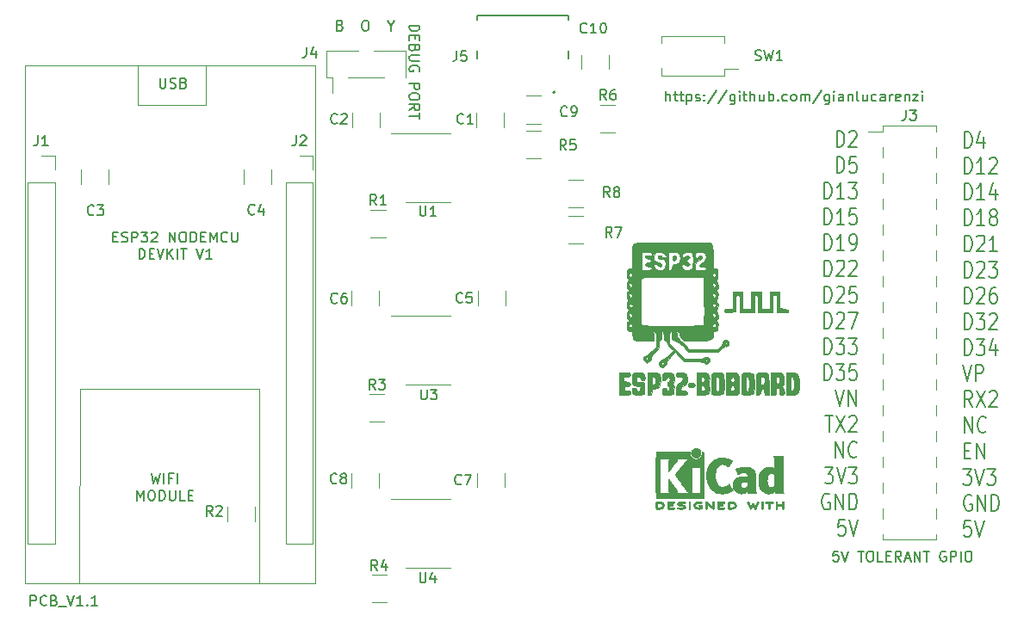
<source format=gto>
%TF.GenerationSoftware,KiCad,Pcbnew,5.1.9+dfsg1-1+deb11u1*%
%TF.CreationDate,2025-08-01T09:18:43+02:00*%
%TF.ProjectId,ESP32-BOBOARD-5V,45535033-322d-4424-9f42-4f4152442d35,rev?*%
%TF.SameCoordinates,Original*%
%TF.FileFunction,Legend,Top*%
%TF.FilePolarity,Positive*%
%FSLAX46Y46*%
G04 Gerber Fmt 4.6, Leading zero omitted, Abs format (unit mm)*
G04 Created by KiCad (PCBNEW 5.1.9+dfsg1-1+deb11u1) date 2025-08-01 09:18:43*
%MOMM*%
%LPD*%
G01*
G04 APERTURE LIST*
%ADD10C,0.150000*%
%ADD11C,0.120000*%
%ADD12C,0.010000*%
%ADD13C,0.200000*%
%ADD14C,0.127000*%
G04 APERTURE END LIST*
D10*
X123928095Y-132092380D02*
X123928095Y-131092380D01*
X124309047Y-131092380D01*
X124404285Y-131140000D01*
X124451904Y-131187619D01*
X124499523Y-131282857D01*
X124499523Y-131425714D01*
X124451904Y-131520952D01*
X124404285Y-131568571D01*
X124309047Y-131616190D01*
X123928095Y-131616190D01*
X125499523Y-131997142D02*
X125451904Y-132044761D01*
X125309047Y-132092380D01*
X125213809Y-132092380D01*
X125070952Y-132044761D01*
X124975714Y-131949523D01*
X124928095Y-131854285D01*
X124880476Y-131663809D01*
X124880476Y-131520952D01*
X124928095Y-131330476D01*
X124975714Y-131235238D01*
X125070952Y-131140000D01*
X125213809Y-131092380D01*
X125309047Y-131092380D01*
X125451904Y-131140000D01*
X125499523Y-131187619D01*
X126261428Y-131568571D02*
X126404285Y-131616190D01*
X126451904Y-131663809D01*
X126499523Y-131759047D01*
X126499523Y-131901904D01*
X126451904Y-131997142D01*
X126404285Y-132044761D01*
X126309047Y-132092380D01*
X125928095Y-132092380D01*
X125928095Y-131092380D01*
X126261428Y-131092380D01*
X126356666Y-131140000D01*
X126404285Y-131187619D01*
X126451904Y-131282857D01*
X126451904Y-131378095D01*
X126404285Y-131473333D01*
X126356666Y-131520952D01*
X126261428Y-131568571D01*
X125928095Y-131568571D01*
X126690000Y-132187619D02*
X127451904Y-132187619D01*
X127547142Y-131092380D02*
X127880476Y-132092380D01*
X128213809Y-131092380D01*
X129070952Y-132092380D02*
X128499523Y-132092380D01*
X128785238Y-132092380D02*
X128785238Y-131092380D01*
X128690000Y-131235238D01*
X128594761Y-131330476D01*
X128499523Y-131378095D01*
X129499523Y-131997142D02*
X129547142Y-132044761D01*
X129499523Y-132092380D01*
X129451904Y-132044761D01*
X129499523Y-131997142D01*
X129499523Y-132092380D01*
X130499523Y-132092380D02*
X129928095Y-132092380D01*
X130213809Y-132092380D02*
X130213809Y-131092380D01*
X130118571Y-131235238D01*
X130023333Y-131330476D01*
X129928095Y-131378095D01*
X161177619Y-75016190D02*
X162177619Y-75016190D01*
X162177619Y-75254285D01*
X162130000Y-75397142D01*
X162034761Y-75492380D01*
X161939523Y-75540000D01*
X161749047Y-75587619D01*
X161606190Y-75587619D01*
X161415714Y-75540000D01*
X161320476Y-75492380D01*
X161225238Y-75397142D01*
X161177619Y-75254285D01*
X161177619Y-75016190D01*
X161701428Y-76016190D02*
X161701428Y-76349523D01*
X161177619Y-76492380D02*
X161177619Y-76016190D01*
X162177619Y-76016190D01*
X162177619Y-76492380D01*
X161701428Y-77254285D02*
X161653809Y-77397142D01*
X161606190Y-77444761D01*
X161510952Y-77492380D01*
X161368095Y-77492380D01*
X161272857Y-77444761D01*
X161225238Y-77397142D01*
X161177619Y-77301904D01*
X161177619Y-76920952D01*
X162177619Y-76920952D01*
X162177619Y-77254285D01*
X162130000Y-77349523D01*
X162082380Y-77397142D01*
X161987142Y-77444761D01*
X161891904Y-77444761D01*
X161796666Y-77397142D01*
X161749047Y-77349523D01*
X161701428Y-77254285D01*
X161701428Y-76920952D01*
X162177619Y-77920952D02*
X161368095Y-77920952D01*
X161272857Y-77968571D01*
X161225238Y-78016190D01*
X161177619Y-78111428D01*
X161177619Y-78301904D01*
X161225238Y-78397142D01*
X161272857Y-78444761D01*
X161368095Y-78492380D01*
X162177619Y-78492380D01*
X162130000Y-79492380D02*
X162177619Y-79397142D01*
X162177619Y-79254285D01*
X162130000Y-79111428D01*
X162034761Y-79016190D01*
X161939523Y-78968571D01*
X161749047Y-78920952D01*
X161606190Y-78920952D01*
X161415714Y-78968571D01*
X161320476Y-79016190D01*
X161225238Y-79111428D01*
X161177619Y-79254285D01*
X161177619Y-79349523D01*
X161225238Y-79492380D01*
X161272857Y-79540000D01*
X161606190Y-79540000D01*
X161606190Y-79349523D01*
X161177619Y-80730476D02*
X162177619Y-80730476D01*
X162177619Y-81111428D01*
X162130000Y-81206666D01*
X162082380Y-81254285D01*
X161987142Y-81301904D01*
X161844285Y-81301904D01*
X161749047Y-81254285D01*
X161701428Y-81206666D01*
X161653809Y-81111428D01*
X161653809Y-80730476D01*
X162177619Y-81920952D02*
X162177619Y-82111428D01*
X162130000Y-82206666D01*
X162034761Y-82301904D01*
X161844285Y-82349523D01*
X161510952Y-82349523D01*
X161320476Y-82301904D01*
X161225238Y-82206666D01*
X161177619Y-82111428D01*
X161177619Y-81920952D01*
X161225238Y-81825714D01*
X161320476Y-81730476D01*
X161510952Y-81682857D01*
X161844285Y-81682857D01*
X162034761Y-81730476D01*
X162130000Y-81825714D01*
X162177619Y-81920952D01*
X161177619Y-83349523D02*
X161653809Y-83016190D01*
X161177619Y-82778095D02*
X162177619Y-82778095D01*
X162177619Y-83159047D01*
X162130000Y-83254285D01*
X162082380Y-83301904D01*
X161987142Y-83349523D01*
X161844285Y-83349523D01*
X161749047Y-83301904D01*
X161701428Y-83254285D01*
X161653809Y-83159047D01*
X161653809Y-82778095D01*
X162177619Y-83635238D02*
X162177619Y-84206666D01*
X161177619Y-83920952D02*
X162177619Y-83920952D01*
X186404761Y-82452380D02*
X186404761Y-81452380D01*
X186833333Y-82452380D02*
X186833333Y-81928571D01*
X186785714Y-81833333D01*
X186690476Y-81785714D01*
X186547619Y-81785714D01*
X186452380Y-81833333D01*
X186404761Y-81880952D01*
X187166666Y-81785714D02*
X187547619Y-81785714D01*
X187309523Y-81452380D02*
X187309523Y-82309523D01*
X187357142Y-82404761D01*
X187452380Y-82452380D01*
X187547619Y-82452380D01*
X187738095Y-81785714D02*
X188119047Y-81785714D01*
X187880952Y-81452380D02*
X187880952Y-82309523D01*
X187928571Y-82404761D01*
X188023809Y-82452380D01*
X188119047Y-82452380D01*
X188452380Y-81785714D02*
X188452380Y-82785714D01*
X188452380Y-81833333D02*
X188547619Y-81785714D01*
X188738095Y-81785714D01*
X188833333Y-81833333D01*
X188880952Y-81880952D01*
X188928571Y-81976190D01*
X188928571Y-82261904D01*
X188880952Y-82357142D01*
X188833333Y-82404761D01*
X188738095Y-82452380D01*
X188547619Y-82452380D01*
X188452380Y-82404761D01*
X189309523Y-82404761D02*
X189404761Y-82452380D01*
X189595238Y-82452380D01*
X189690476Y-82404761D01*
X189738095Y-82309523D01*
X189738095Y-82261904D01*
X189690476Y-82166666D01*
X189595238Y-82119047D01*
X189452380Y-82119047D01*
X189357142Y-82071428D01*
X189309523Y-81976190D01*
X189309523Y-81928571D01*
X189357142Y-81833333D01*
X189452380Y-81785714D01*
X189595238Y-81785714D01*
X189690476Y-81833333D01*
X190166666Y-82357142D02*
X190214285Y-82404761D01*
X190166666Y-82452380D01*
X190119047Y-82404761D01*
X190166666Y-82357142D01*
X190166666Y-82452380D01*
X190166666Y-81833333D02*
X190214285Y-81880952D01*
X190166666Y-81928571D01*
X190119047Y-81880952D01*
X190166666Y-81833333D01*
X190166666Y-81928571D01*
X191357142Y-81404761D02*
X190500000Y-82690476D01*
X192404761Y-81404761D02*
X191547619Y-82690476D01*
X193166666Y-81785714D02*
X193166666Y-82595238D01*
X193119047Y-82690476D01*
X193071428Y-82738095D01*
X192976190Y-82785714D01*
X192833333Y-82785714D01*
X192738095Y-82738095D01*
X193166666Y-82404761D02*
X193071428Y-82452380D01*
X192880952Y-82452380D01*
X192785714Y-82404761D01*
X192738095Y-82357142D01*
X192690476Y-82261904D01*
X192690476Y-81976190D01*
X192738095Y-81880952D01*
X192785714Y-81833333D01*
X192880952Y-81785714D01*
X193071428Y-81785714D01*
X193166666Y-81833333D01*
X193642857Y-82452380D02*
X193642857Y-81785714D01*
X193642857Y-81452380D02*
X193595238Y-81500000D01*
X193642857Y-81547619D01*
X193690476Y-81500000D01*
X193642857Y-81452380D01*
X193642857Y-81547619D01*
X193976190Y-81785714D02*
X194357142Y-81785714D01*
X194119047Y-81452380D02*
X194119047Y-82309523D01*
X194166666Y-82404761D01*
X194261904Y-82452380D01*
X194357142Y-82452380D01*
X194690476Y-82452380D02*
X194690476Y-81452380D01*
X195119047Y-82452380D02*
X195119047Y-81928571D01*
X195071428Y-81833333D01*
X194976190Y-81785714D01*
X194833333Y-81785714D01*
X194738095Y-81833333D01*
X194690476Y-81880952D01*
X196023809Y-81785714D02*
X196023809Y-82452380D01*
X195595238Y-81785714D02*
X195595238Y-82309523D01*
X195642857Y-82404761D01*
X195738095Y-82452380D01*
X195880952Y-82452380D01*
X195976190Y-82404761D01*
X196023809Y-82357142D01*
X196500000Y-82452380D02*
X196500000Y-81452380D01*
X196500000Y-81833333D02*
X196595238Y-81785714D01*
X196785714Y-81785714D01*
X196880952Y-81833333D01*
X196928571Y-81880952D01*
X196976190Y-81976190D01*
X196976190Y-82261904D01*
X196928571Y-82357142D01*
X196880952Y-82404761D01*
X196785714Y-82452380D01*
X196595238Y-82452380D01*
X196500000Y-82404761D01*
X197404761Y-82357142D02*
X197452380Y-82404761D01*
X197404761Y-82452380D01*
X197357142Y-82404761D01*
X197404761Y-82357142D01*
X197404761Y-82452380D01*
X198309523Y-82404761D02*
X198214285Y-82452380D01*
X198023809Y-82452380D01*
X197928571Y-82404761D01*
X197880952Y-82357142D01*
X197833333Y-82261904D01*
X197833333Y-81976190D01*
X197880952Y-81880952D01*
X197928571Y-81833333D01*
X198023809Y-81785714D01*
X198214285Y-81785714D01*
X198309523Y-81833333D01*
X198880952Y-82452380D02*
X198785714Y-82404761D01*
X198738095Y-82357142D01*
X198690476Y-82261904D01*
X198690476Y-81976190D01*
X198738095Y-81880952D01*
X198785714Y-81833333D01*
X198880952Y-81785714D01*
X199023809Y-81785714D01*
X199119047Y-81833333D01*
X199166666Y-81880952D01*
X199214285Y-81976190D01*
X199214285Y-82261904D01*
X199166666Y-82357142D01*
X199119047Y-82404761D01*
X199023809Y-82452380D01*
X198880952Y-82452380D01*
X199642857Y-82452380D02*
X199642857Y-81785714D01*
X199642857Y-81880952D02*
X199690476Y-81833333D01*
X199785714Y-81785714D01*
X199928571Y-81785714D01*
X200023809Y-81833333D01*
X200071428Y-81928571D01*
X200071428Y-82452380D01*
X200071428Y-81928571D02*
X200119047Y-81833333D01*
X200214285Y-81785714D01*
X200357142Y-81785714D01*
X200452380Y-81833333D01*
X200500000Y-81928571D01*
X200500000Y-82452380D01*
X201690476Y-81404761D02*
X200833333Y-82690476D01*
X202452380Y-81785714D02*
X202452380Y-82595238D01*
X202404761Y-82690476D01*
X202357142Y-82738095D01*
X202261904Y-82785714D01*
X202119047Y-82785714D01*
X202023809Y-82738095D01*
X202452380Y-82404761D02*
X202357142Y-82452380D01*
X202166666Y-82452380D01*
X202071428Y-82404761D01*
X202023809Y-82357142D01*
X201976190Y-82261904D01*
X201976190Y-81976190D01*
X202023809Y-81880952D01*
X202071428Y-81833333D01*
X202166666Y-81785714D01*
X202357142Y-81785714D01*
X202452380Y-81833333D01*
X202928571Y-82452380D02*
X202928571Y-81785714D01*
X202928571Y-81452380D02*
X202880952Y-81500000D01*
X202928571Y-81547619D01*
X202976190Y-81500000D01*
X202928571Y-81452380D01*
X202928571Y-81547619D01*
X203833333Y-82452380D02*
X203833333Y-81928571D01*
X203785714Y-81833333D01*
X203690476Y-81785714D01*
X203500000Y-81785714D01*
X203404761Y-81833333D01*
X203833333Y-82404761D02*
X203738095Y-82452380D01*
X203500000Y-82452380D01*
X203404761Y-82404761D01*
X203357142Y-82309523D01*
X203357142Y-82214285D01*
X203404761Y-82119047D01*
X203500000Y-82071428D01*
X203738095Y-82071428D01*
X203833333Y-82023809D01*
X204309523Y-81785714D02*
X204309523Y-82452380D01*
X204309523Y-81880952D02*
X204357142Y-81833333D01*
X204452380Y-81785714D01*
X204595238Y-81785714D01*
X204690476Y-81833333D01*
X204738095Y-81928571D01*
X204738095Y-82452380D01*
X205357142Y-82452380D02*
X205261904Y-82404761D01*
X205214285Y-82309523D01*
X205214285Y-81452380D01*
X206166666Y-81785714D02*
X206166666Y-82452380D01*
X205738095Y-81785714D02*
X205738095Y-82309523D01*
X205785714Y-82404761D01*
X205880952Y-82452380D01*
X206023809Y-82452380D01*
X206119047Y-82404761D01*
X206166666Y-82357142D01*
X207071428Y-82404761D02*
X206976190Y-82452380D01*
X206785714Y-82452380D01*
X206690476Y-82404761D01*
X206642857Y-82357142D01*
X206595238Y-82261904D01*
X206595238Y-81976190D01*
X206642857Y-81880952D01*
X206690476Y-81833333D01*
X206785714Y-81785714D01*
X206976190Y-81785714D01*
X207071428Y-81833333D01*
X207928571Y-82452380D02*
X207928571Y-81928571D01*
X207880952Y-81833333D01*
X207785714Y-81785714D01*
X207595238Y-81785714D01*
X207500000Y-81833333D01*
X207928571Y-82404761D02*
X207833333Y-82452380D01*
X207595238Y-82452380D01*
X207500000Y-82404761D01*
X207452380Y-82309523D01*
X207452380Y-82214285D01*
X207500000Y-82119047D01*
X207595238Y-82071428D01*
X207833333Y-82071428D01*
X207928571Y-82023809D01*
X208404761Y-82452380D02*
X208404761Y-81785714D01*
X208404761Y-81976190D02*
X208452380Y-81880952D01*
X208499999Y-81833333D01*
X208595238Y-81785714D01*
X208690476Y-81785714D01*
X209404761Y-82404761D02*
X209309523Y-82452380D01*
X209119047Y-82452380D01*
X209023809Y-82404761D01*
X208976190Y-82309523D01*
X208976190Y-81928571D01*
X209023809Y-81833333D01*
X209119047Y-81785714D01*
X209309523Y-81785714D01*
X209404761Y-81833333D01*
X209452380Y-81928571D01*
X209452380Y-82023809D01*
X208976190Y-82119047D01*
X209880952Y-81785714D02*
X209880952Y-82452380D01*
X209880952Y-81880952D02*
X209928571Y-81833333D01*
X210023809Y-81785714D01*
X210166666Y-81785714D01*
X210261904Y-81833333D01*
X210309523Y-81928571D01*
X210309523Y-82452380D01*
X210690476Y-81785714D02*
X211214285Y-81785714D01*
X210690476Y-82452380D01*
X211214285Y-82452380D01*
X211595238Y-82452380D02*
X211595238Y-81785714D01*
X211595238Y-81452380D02*
X211547619Y-81500000D01*
X211595238Y-81547619D01*
X211642857Y-81500000D01*
X211595238Y-81452380D01*
X211595238Y-81547619D01*
X132050952Y-95803571D02*
X132384285Y-95803571D01*
X132527142Y-96327380D02*
X132050952Y-96327380D01*
X132050952Y-95327380D01*
X132527142Y-95327380D01*
X132908095Y-96279761D02*
X133050952Y-96327380D01*
X133289047Y-96327380D01*
X133384285Y-96279761D01*
X133431904Y-96232142D01*
X133479523Y-96136904D01*
X133479523Y-96041666D01*
X133431904Y-95946428D01*
X133384285Y-95898809D01*
X133289047Y-95851190D01*
X133098571Y-95803571D01*
X133003333Y-95755952D01*
X132955714Y-95708333D01*
X132908095Y-95613095D01*
X132908095Y-95517857D01*
X132955714Y-95422619D01*
X133003333Y-95375000D01*
X133098571Y-95327380D01*
X133336666Y-95327380D01*
X133479523Y-95375000D01*
X133908095Y-96327380D02*
X133908095Y-95327380D01*
X134289047Y-95327380D01*
X134384285Y-95375000D01*
X134431904Y-95422619D01*
X134479523Y-95517857D01*
X134479523Y-95660714D01*
X134431904Y-95755952D01*
X134384285Y-95803571D01*
X134289047Y-95851190D01*
X133908095Y-95851190D01*
X134812857Y-95327380D02*
X135431904Y-95327380D01*
X135098571Y-95708333D01*
X135241428Y-95708333D01*
X135336666Y-95755952D01*
X135384285Y-95803571D01*
X135431904Y-95898809D01*
X135431904Y-96136904D01*
X135384285Y-96232142D01*
X135336666Y-96279761D01*
X135241428Y-96327380D01*
X134955714Y-96327380D01*
X134860476Y-96279761D01*
X134812857Y-96232142D01*
X135812857Y-95422619D02*
X135860476Y-95375000D01*
X135955714Y-95327380D01*
X136193809Y-95327380D01*
X136289047Y-95375000D01*
X136336666Y-95422619D01*
X136384285Y-95517857D01*
X136384285Y-95613095D01*
X136336666Y-95755952D01*
X135765238Y-96327380D01*
X136384285Y-96327380D01*
X137574761Y-96327380D02*
X137574761Y-95327380D01*
X138146190Y-96327380D01*
X138146190Y-95327380D01*
X138812857Y-95327380D02*
X139003333Y-95327380D01*
X139098571Y-95375000D01*
X139193809Y-95470238D01*
X139241428Y-95660714D01*
X139241428Y-95994047D01*
X139193809Y-96184523D01*
X139098571Y-96279761D01*
X139003333Y-96327380D01*
X138812857Y-96327380D01*
X138717619Y-96279761D01*
X138622380Y-96184523D01*
X138574761Y-95994047D01*
X138574761Y-95660714D01*
X138622380Y-95470238D01*
X138717619Y-95375000D01*
X138812857Y-95327380D01*
X139670000Y-96327380D02*
X139670000Y-95327380D01*
X139908095Y-95327380D01*
X140050952Y-95375000D01*
X140146190Y-95470238D01*
X140193809Y-95565476D01*
X140241428Y-95755952D01*
X140241428Y-95898809D01*
X140193809Y-96089285D01*
X140146190Y-96184523D01*
X140050952Y-96279761D01*
X139908095Y-96327380D01*
X139670000Y-96327380D01*
X140670000Y-95803571D02*
X141003333Y-95803571D01*
X141146190Y-96327380D02*
X140670000Y-96327380D01*
X140670000Y-95327380D01*
X141146190Y-95327380D01*
X141574761Y-96327380D02*
X141574761Y-95327380D01*
X141908095Y-96041666D01*
X142241428Y-95327380D01*
X142241428Y-96327380D01*
X143289047Y-96232142D02*
X143241428Y-96279761D01*
X143098571Y-96327380D01*
X143003333Y-96327380D01*
X142860476Y-96279761D01*
X142765238Y-96184523D01*
X142717619Y-96089285D01*
X142670000Y-95898809D01*
X142670000Y-95755952D01*
X142717619Y-95565476D01*
X142765238Y-95470238D01*
X142860476Y-95375000D01*
X143003333Y-95327380D01*
X143098571Y-95327380D01*
X143241428Y-95375000D01*
X143289047Y-95422619D01*
X143717619Y-95327380D02*
X143717619Y-96136904D01*
X143765238Y-96232142D01*
X143812857Y-96279761D01*
X143908095Y-96327380D01*
X144098571Y-96327380D01*
X144193809Y-96279761D01*
X144241428Y-96232142D01*
X144289047Y-96136904D01*
X144289047Y-95327380D01*
X134622380Y-97977380D02*
X134622380Y-96977380D01*
X134860476Y-96977380D01*
X135003333Y-97025000D01*
X135098571Y-97120238D01*
X135146190Y-97215476D01*
X135193809Y-97405952D01*
X135193809Y-97548809D01*
X135146190Y-97739285D01*
X135098571Y-97834523D01*
X135003333Y-97929761D01*
X134860476Y-97977380D01*
X134622380Y-97977380D01*
X135622380Y-97453571D02*
X135955714Y-97453571D01*
X136098571Y-97977380D02*
X135622380Y-97977380D01*
X135622380Y-96977380D01*
X136098571Y-96977380D01*
X136384285Y-96977380D02*
X136717619Y-97977380D01*
X137050952Y-96977380D01*
X137384285Y-97977380D02*
X137384285Y-96977380D01*
X137955714Y-97977380D02*
X137527142Y-97405952D01*
X137955714Y-96977380D02*
X137384285Y-97548809D01*
X138384285Y-97977380D02*
X138384285Y-96977380D01*
X138717619Y-96977380D02*
X139289047Y-96977380D01*
X139003333Y-97977380D02*
X139003333Y-96977380D01*
X140241428Y-96977380D02*
X140574761Y-97977380D01*
X140908095Y-96977380D01*
X141765238Y-97977380D02*
X141193809Y-97977380D01*
X141479523Y-97977380D02*
X141479523Y-96977380D01*
X141384285Y-97120238D01*
X141289047Y-97215476D01*
X141193809Y-97263095D01*
X136658095Y-80192380D02*
X136658095Y-81001904D01*
X136705714Y-81097142D01*
X136753333Y-81144761D01*
X136848571Y-81192380D01*
X137039047Y-81192380D01*
X137134285Y-81144761D01*
X137181904Y-81097142D01*
X137229523Y-81001904D01*
X137229523Y-80192380D01*
X137658095Y-81144761D02*
X137800952Y-81192380D01*
X138039047Y-81192380D01*
X138134285Y-81144761D01*
X138181904Y-81097142D01*
X138229523Y-81001904D01*
X138229523Y-80906666D01*
X138181904Y-80811428D01*
X138134285Y-80763809D01*
X138039047Y-80716190D01*
X137848571Y-80668571D01*
X137753333Y-80620952D01*
X137705714Y-80573333D01*
X137658095Y-80478095D01*
X137658095Y-80382857D01*
X137705714Y-80287619D01*
X137753333Y-80240000D01*
X137848571Y-80192380D01*
X138086666Y-80192380D01*
X138229523Y-80240000D01*
X138991428Y-80668571D02*
X139134285Y-80716190D01*
X139181904Y-80763809D01*
X139229523Y-80859047D01*
X139229523Y-81001904D01*
X139181904Y-81097142D01*
X139134285Y-81144761D01*
X139039047Y-81192380D01*
X138658095Y-81192380D01*
X138658095Y-80192380D01*
X138991428Y-80192380D01*
X139086666Y-80240000D01*
X139134285Y-80287619D01*
X139181904Y-80382857D01*
X139181904Y-80478095D01*
X139134285Y-80573333D01*
X139086666Y-80620952D01*
X138991428Y-80668571D01*
X138658095Y-80668571D01*
X135806666Y-119107380D02*
X136044761Y-120107380D01*
X136235238Y-119393095D01*
X136425714Y-120107380D01*
X136663809Y-119107380D01*
X137044761Y-120107380D02*
X137044761Y-119107380D01*
X137854285Y-119583571D02*
X137520952Y-119583571D01*
X137520952Y-120107380D02*
X137520952Y-119107380D01*
X137997142Y-119107380D01*
X138378095Y-120107380D02*
X138378095Y-119107380D01*
X134401904Y-121757380D02*
X134401904Y-120757380D01*
X134735238Y-121471666D01*
X135068571Y-120757380D01*
X135068571Y-121757380D01*
X135735238Y-120757380D02*
X135925714Y-120757380D01*
X136020952Y-120805000D01*
X136116190Y-120900238D01*
X136163809Y-121090714D01*
X136163809Y-121424047D01*
X136116190Y-121614523D01*
X136020952Y-121709761D01*
X135925714Y-121757380D01*
X135735238Y-121757380D01*
X135640000Y-121709761D01*
X135544761Y-121614523D01*
X135497142Y-121424047D01*
X135497142Y-121090714D01*
X135544761Y-120900238D01*
X135640000Y-120805000D01*
X135735238Y-120757380D01*
X136592380Y-121757380D02*
X136592380Y-120757380D01*
X136830476Y-120757380D01*
X136973333Y-120805000D01*
X137068571Y-120900238D01*
X137116190Y-120995476D01*
X137163809Y-121185952D01*
X137163809Y-121328809D01*
X137116190Y-121519285D01*
X137068571Y-121614523D01*
X136973333Y-121709761D01*
X136830476Y-121757380D01*
X136592380Y-121757380D01*
X137592380Y-120757380D02*
X137592380Y-121566904D01*
X137640000Y-121662142D01*
X137687619Y-121709761D01*
X137782857Y-121757380D01*
X137973333Y-121757380D01*
X138068571Y-121709761D01*
X138116190Y-121662142D01*
X138163809Y-121566904D01*
X138163809Y-120757380D01*
X139116190Y-121757380D02*
X138640000Y-121757380D01*
X138640000Y-120757380D01*
X139449523Y-121233571D02*
X139782857Y-121233571D01*
X139925714Y-121757380D02*
X139449523Y-121757380D01*
X139449523Y-120757380D01*
X139925714Y-120757380D01*
D11*
X146450000Y-110790000D02*
X128770000Y-110800000D01*
X146450000Y-129895000D02*
X146450000Y-110790000D01*
X128770000Y-110800000D02*
X128750000Y-129910000D01*
X141170000Y-82840000D02*
X141180000Y-78960000D01*
X134460000Y-82840000D02*
X141170000Y-82840000D01*
X134460000Y-78950000D02*
X134460000Y-82840000D01*
X123390000Y-129895000D02*
X123390000Y-78945000D01*
X151900000Y-129895000D02*
X123390000Y-129895000D01*
X151900000Y-78945000D02*
X151900000Y-129895000D01*
X123390000Y-78945000D02*
X151900000Y-78945000D01*
D10*
X203330476Y-126752380D02*
X202854285Y-126752380D01*
X202806666Y-127228571D01*
X202854285Y-127180952D01*
X202949523Y-127133333D01*
X203187619Y-127133333D01*
X203282857Y-127180952D01*
X203330476Y-127228571D01*
X203378095Y-127323809D01*
X203378095Y-127561904D01*
X203330476Y-127657142D01*
X203282857Y-127704761D01*
X203187619Y-127752380D01*
X202949523Y-127752380D01*
X202854285Y-127704761D01*
X202806666Y-127657142D01*
X203663809Y-126752380D02*
X203997142Y-127752380D01*
X204330476Y-126752380D01*
X205282857Y-126752380D02*
X205854285Y-126752380D01*
X205568571Y-127752380D02*
X205568571Y-126752380D01*
X206378095Y-126752380D02*
X206568571Y-126752380D01*
X206663809Y-126800000D01*
X206759047Y-126895238D01*
X206806666Y-127085714D01*
X206806666Y-127419047D01*
X206759047Y-127609523D01*
X206663809Y-127704761D01*
X206568571Y-127752380D01*
X206378095Y-127752380D01*
X206282857Y-127704761D01*
X206187619Y-127609523D01*
X206140000Y-127419047D01*
X206140000Y-127085714D01*
X206187619Y-126895238D01*
X206282857Y-126800000D01*
X206378095Y-126752380D01*
X207711428Y-127752380D02*
X207235238Y-127752380D01*
X207235238Y-126752380D01*
X208044761Y-127228571D02*
X208378095Y-127228571D01*
X208520952Y-127752380D02*
X208044761Y-127752380D01*
X208044761Y-126752380D01*
X208520952Y-126752380D01*
X209520952Y-127752380D02*
X209187619Y-127276190D01*
X208949523Y-127752380D02*
X208949523Y-126752380D01*
X209330476Y-126752380D01*
X209425714Y-126800000D01*
X209473333Y-126847619D01*
X209520952Y-126942857D01*
X209520952Y-127085714D01*
X209473333Y-127180952D01*
X209425714Y-127228571D01*
X209330476Y-127276190D01*
X208949523Y-127276190D01*
X209901904Y-127466666D02*
X210378095Y-127466666D01*
X209806666Y-127752380D02*
X210140000Y-126752380D01*
X210473333Y-127752380D01*
X210806666Y-127752380D02*
X210806666Y-126752380D01*
X211378095Y-127752380D01*
X211378095Y-126752380D01*
X211711428Y-126752380D02*
X212282857Y-126752380D01*
X211997142Y-127752380D02*
X211997142Y-126752380D01*
X213901904Y-126800000D02*
X213806666Y-126752380D01*
X213663809Y-126752380D01*
X213520952Y-126800000D01*
X213425714Y-126895238D01*
X213378095Y-126990476D01*
X213330476Y-127180952D01*
X213330476Y-127323809D01*
X213378095Y-127514285D01*
X213425714Y-127609523D01*
X213520952Y-127704761D01*
X213663809Y-127752380D01*
X213759047Y-127752380D01*
X213901904Y-127704761D01*
X213949523Y-127657142D01*
X213949523Y-127323809D01*
X213759047Y-127323809D01*
X214378095Y-127752380D02*
X214378095Y-126752380D01*
X214759047Y-126752380D01*
X214854285Y-126800000D01*
X214901904Y-126847619D01*
X214949523Y-126942857D01*
X214949523Y-127085714D01*
X214901904Y-127180952D01*
X214854285Y-127228571D01*
X214759047Y-127276190D01*
X214378095Y-127276190D01*
X215378095Y-127752380D02*
X215378095Y-126752380D01*
X216044761Y-126752380D02*
X216235238Y-126752380D01*
X216330476Y-126800000D01*
X216425714Y-126895238D01*
X216473333Y-127085714D01*
X216473333Y-127419047D01*
X216425714Y-127609523D01*
X216330476Y-127704761D01*
X216235238Y-127752380D01*
X216044761Y-127752380D01*
X215949523Y-127704761D01*
X215854285Y-127609523D01*
X215806666Y-127419047D01*
X215806666Y-127085714D01*
X215854285Y-126895238D01*
X215949523Y-126800000D01*
X216044761Y-126752380D01*
X215747023Y-87068809D02*
X215747023Y-85468809D01*
X216056547Y-85468809D01*
X216242261Y-85545000D01*
X216366071Y-85697380D01*
X216427976Y-85849761D01*
X216489880Y-86154523D01*
X216489880Y-86383095D01*
X216427976Y-86687857D01*
X216366071Y-86840238D01*
X216242261Y-86992619D01*
X216056547Y-87068809D01*
X215747023Y-87068809D01*
X217604166Y-86002142D02*
X217604166Y-87068809D01*
X217294642Y-85392619D02*
X216985119Y-86535476D01*
X217789880Y-86535476D01*
X215747023Y-89618809D02*
X215747023Y-88018809D01*
X216056547Y-88018809D01*
X216242261Y-88095000D01*
X216366071Y-88247380D01*
X216427976Y-88399761D01*
X216489880Y-88704523D01*
X216489880Y-88933095D01*
X216427976Y-89237857D01*
X216366071Y-89390238D01*
X216242261Y-89542619D01*
X216056547Y-89618809D01*
X215747023Y-89618809D01*
X217727976Y-89618809D02*
X216985119Y-89618809D01*
X217356547Y-89618809D02*
X217356547Y-88018809D01*
X217232738Y-88247380D01*
X217108928Y-88399761D01*
X216985119Y-88475952D01*
X218223214Y-88171190D02*
X218285119Y-88095000D01*
X218408928Y-88018809D01*
X218718452Y-88018809D01*
X218842261Y-88095000D01*
X218904166Y-88171190D01*
X218966071Y-88323571D01*
X218966071Y-88475952D01*
X218904166Y-88704523D01*
X218161309Y-89618809D01*
X218966071Y-89618809D01*
X215747023Y-92168809D02*
X215747023Y-90568809D01*
X216056547Y-90568809D01*
X216242261Y-90645000D01*
X216366071Y-90797380D01*
X216427976Y-90949761D01*
X216489880Y-91254523D01*
X216489880Y-91483095D01*
X216427976Y-91787857D01*
X216366071Y-91940238D01*
X216242261Y-92092619D01*
X216056547Y-92168809D01*
X215747023Y-92168809D01*
X217727976Y-92168809D02*
X216985119Y-92168809D01*
X217356547Y-92168809D02*
X217356547Y-90568809D01*
X217232738Y-90797380D01*
X217108928Y-90949761D01*
X216985119Y-91025952D01*
X218842261Y-91102142D02*
X218842261Y-92168809D01*
X218532738Y-90492619D02*
X218223214Y-91635476D01*
X219027976Y-91635476D01*
X215747023Y-94718809D02*
X215747023Y-93118809D01*
X216056547Y-93118809D01*
X216242261Y-93195000D01*
X216366071Y-93347380D01*
X216427976Y-93499761D01*
X216489880Y-93804523D01*
X216489880Y-94033095D01*
X216427976Y-94337857D01*
X216366071Y-94490238D01*
X216242261Y-94642619D01*
X216056547Y-94718809D01*
X215747023Y-94718809D01*
X217727976Y-94718809D02*
X216985119Y-94718809D01*
X217356547Y-94718809D02*
X217356547Y-93118809D01*
X217232738Y-93347380D01*
X217108928Y-93499761D01*
X216985119Y-93575952D01*
X218470833Y-93804523D02*
X218347023Y-93728333D01*
X218285119Y-93652142D01*
X218223214Y-93499761D01*
X218223214Y-93423571D01*
X218285119Y-93271190D01*
X218347023Y-93195000D01*
X218470833Y-93118809D01*
X218718452Y-93118809D01*
X218842261Y-93195000D01*
X218904166Y-93271190D01*
X218966071Y-93423571D01*
X218966071Y-93499761D01*
X218904166Y-93652142D01*
X218842261Y-93728333D01*
X218718452Y-93804523D01*
X218470833Y-93804523D01*
X218347023Y-93880714D01*
X218285119Y-93956904D01*
X218223214Y-94109285D01*
X218223214Y-94414047D01*
X218285119Y-94566428D01*
X218347023Y-94642619D01*
X218470833Y-94718809D01*
X218718452Y-94718809D01*
X218842261Y-94642619D01*
X218904166Y-94566428D01*
X218966071Y-94414047D01*
X218966071Y-94109285D01*
X218904166Y-93956904D01*
X218842261Y-93880714D01*
X218718452Y-93804523D01*
X215747023Y-97268809D02*
X215747023Y-95668809D01*
X216056547Y-95668809D01*
X216242261Y-95745000D01*
X216366071Y-95897380D01*
X216427976Y-96049761D01*
X216489880Y-96354523D01*
X216489880Y-96583095D01*
X216427976Y-96887857D01*
X216366071Y-97040238D01*
X216242261Y-97192619D01*
X216056547Y-97268809D01*
X215747023Y-97268809D01*
X216985119Y-95821190D02*
X217047023Y-95745000D01*
X217170833Y-95668809D01*
X217480357Y-95668809D01*
X217604166Y-95745000D01*
X217666071Y-95821190D01*
X217727976Y-95973571D01*
X217727976Y-96125952D01*
X217666071Y-96354523D01*
X216923214Y-97268809D01*
X217727976Y-97268809D01*
X218966071Y-97268809D02*
X218223214Y-97268809D01*
X218594642Y-97268809D02*
X218594642Y-95668809D01*
X218470833Y-95897380D01*
X218347023Y-96049761D01*
X218223214Y-96125952D01*
X215747023Y-99818809D02*
X215747023Y-98218809D01*
X216056547Y-98218809D01*
X216242261Y-98295000D01*
X216366071Y-98447380D01*
X216427976Y-98599761D01*
X216489880Y-98904523D01*
X216489880Y-99133095D01*
X216427976Y-99437857D01*
X216366071Y-99590238D01*
X216242261Y-99742619D01*
X216056547Y-99818809D01*
X215747023Y-99818809D01*
X216985119Y-98371190D02*
X217047023Y-98295000D01*
X217170833Y-98218809D01*
X217480357Y-98218809D01*
X217604166Y-98295000D01*
X217666071Y-98371190D01*
X217727976Y-98523571D01*
X217727976Y-98675952D01*
X217666071Y-98904523D01*
X216923214Y-99818809D01*
X217727976Y-99818809D01*
X218161309Y-98218809D02*
X218966071Y-98218809D01*
X218532738Y-98828333D01*
X218718452Y-98828333D01*
X218842261Y-98904523D01*
X218904166Y-98980714D01*
X218966071Y-99133095D01*
X218966071Y-99514047D01*
X218904166Y-99666428D01*
X218842261Y-99742619D01*
X218718452Y-99818809D01*
X218347023Y-99818809D01*
X218223214Y-99742619D01*
X218161309Y-99666428D01*
X215747023Y-102368809D02*
X215747023Y-100768809D01*
X216056547Y-100768809D01*
X216242261Y-100845000D01*
X216366071Y-100997380D01*
X216427976Y-101149761D01*
X216489880Y-101454523D01*
X216489880Y-101683095D01*
X216427976Y-101987857D01*
X216366071Y-102140238D01*
X216242261Y-102292619D01*
X216056547Y-102368809D01*
X215747023Y-102368809D01*
X216985119Y-100921190D02*
X217047023Y-100845000D01*
X217170833Y-100768809D01*
X217480357Y-100768809D01*
X217604166Y-100845000D01*
X217666071Y-100921190D01*
X217727976Y-101073571D01*
X217727976Y-101225952D01*
X217666071Y-101454523D01*
X216923214Y-102368809D01*
X217727976Y-102368809D01*
X218842261Y-100768809D02*
X218594642Y-100768809D01*
X218470833Y-100845000D01*
X218408928Y-100921190D01*
X218285119Y-101149761D01*
X218223214Y-101454523D01*
X218223214Y-102064047D01*
X218285119Y-102216428D01*
X218347023Y-102292619D01*
X218470833Y-102368809D01*
X218718452Y-102368809D01*
X218842261Y-102292619D01*
X218904166Y-102216428D01*
X218966071Y-102064047D01*
X218966071Y-101683095D01*
X218904166Y-101530714D01*
X218842261Y-101454523D01*
X218718452Y-101378333D01*
X218470833Y-101378333D01*
X218347023Y-101454523D01*
X218285119Y-101530714D01*
X218223214Y-101683095D01*
X215747023Y-104918809D02*
X215747023Y-103318809D01*
X216056547Y-103318809D01*
X216242261Y-103395000D01*
X216366071Y-103547380D01*
X216427976Y-103699761D01*
X216489880Y-104004523D01*
X216489880Y-104233095D01*
X216427976Y-104537857D01*
X216366071Y-104690238D01*
X216242261Y-104842619D01*
X216056547Y-104918809D01*
X215747023Y-104918809D01*
X216923214Y-103318809D02*
X217727976Y-103318809D01*
X217294642Y-103928333D01*
X217480357Y-103928333D01*
X217604166Y-104004523D01*
X217666071Y-104080714D01*
X217727976Y-104233095D01*
X217727976Y-104614047D01*
X217666071Y-104766428D01*
X217604166Y-104842619D01*
X217480357Y-104918809D01*
X217108928Y-104918809D01*
X216985119Y-104842619D01*
X216923214Y-104766428D01*
X218223214Y-103471190D02*
X218285119Y-103395000D01*
X218408928Y-103318809D01*
X218718452Y-103318809D01*
X218842261Y-103395000D01*
X218904166Y-103471190D01*
X218966071Y-103623571D01*
X218966071Y-103775952D01*
X218904166Y-104004523D01*
X218161309Y-104918809D01*
X218966071Y-104918809D01*
X215747023Y-107468809D02*
X215747023Y-105868809D01*
X216056547Y-105868809D01*
X216242261Y-105945000D01*
X216366071Y-106097380D01*
X216427976Y-106249761D01*
X216489880Y-106554523D01*
X216489880Y-106783095D01*
X216427976Y-107087857D01*
X216366071Y-107240238D01*
X216242261Y-107392619D01*
X216056547Y-107468809D01*
X215747023Y-107468809D01*
X216923214Y-105868809D02*
X217727976Y-105868809D01*
X217294642Y-106478333D01*
X217480357Y-106478333D01*
X217604166Y-106554523D01*
X217666071Y-106630714D01*
X217727976Y-106783095D01*
X217727976Y-107164047D01*
X217666071Y-107316428D01*
X217604166Y-107392619D01*
X217480357Y-107468809D01*
X217108928Y-107468809D01*
X216985119Y-107392619D01*
X216923214Y-107316428D01*
X218842261Y-106402142D02*
X218842261Y-107468809D01*
X218532738Y-105792619D02*
X218223214Y-106935476D01*
X219027976Y-106935476D01*
X215561309Y-108418809D02*
X215994642Y-110018809D01*
X216427976Y-108418809D01*
X216861309Y-110018809D02*
X216861309Y-108418809D01*
X217356547Y-108418809D01*
X217480357Y-108495000D01*
X217542261Y-108571190D01*
X217604166Y-108723571D01*
X217604166Y-108952142D01*
X217542261Y-109104523D01*
X217480357Y-109180714D01*
X217356547Y-109256904D01*
X216861309Y-109256904D01*
X216489880Y-112568809D02*
X216056547Y-111806904D01*
X215747023Y-112568809D02*
X215747023Y-110968809D01*
X216242261Y-110968809D01*
X216366071Y-111045000D01*
X216427976Y-111121190D01*
X216489880Y-111273571D01*
X216489880Y-111502142D01*
X216427976Y-111654523D01*
X216366071Y-111730714D01*
X216242261Y-111806904D01*
X215747023Y-111806904D01*
X216923214Y-110968809D02*
X217789880Y-112568809D01*
X217789880Y-110968809D02*
X216923214Y-112568809D01*
X218223214Y-111121190D02*
X218285119Y-111045000D01*
X218408928Y-110968809D01*
X218718452Y-110968809D01*
X218842261Y-111045000D01*
X218904166Y-111121190D01*
X218966071Y-111273571D01*
X218966071Y-111425952D01*
X218904166Y-111654523D01*
X218161309Y-112568809D01*
X218966071Y-112568809D01*
X215747023Y-115118809D02*
X215747023Y-113518809D01*
X216489880Y-115118809D01*
X216489880Y-113518809D01*
X217851785Y-114966428D02*
X217789880Y-115042619D01*
X217604166Y-115118809D01*
X217480357Y-115118809D01*
X217294642Y-115042619D01*
X217170833Y-114890238D01*
X217108928Y-114737857D01*
X217047023Y-114433095D01*
X217047023Y-114204523D01*
X217108928Y-113899761D01*
X217170833Y-113747380D01*
X217294642Y-113595000D01*
X217480357Y-113518809D01*
X217604166Y-113518809D01*
X217789880Y-113595000D01*
X217851785Y-113671190D01*
X215747023Y-116830714D02*
X216180357Y-116830714D01*
X216366071Y-117668809D02*
X215747023Y-117668809D01*
X215747023Y-116068809D01*
X216366071Y-116068809D01*
X216923214Y-117668809D02*
X216923214Y-116068809D01*
X217666071Y-117668809D01*
X217666071Y-116068809D01*
X215623214Y-118618809D02*
X216427976Y-118618809D01*
X215994642Y-119228333D01*
X216180357Y-119228333D01*
X216304166Y-119304523D01*
X216366071Y-119380714D01*
X216427976Y-119533095D01*
X216427976Y-119914047D01*
X216366071Y-120066428D01*
X216304166Y-120142619D01*
X216180357Y-120218809D01*
X215808928Y-120218809D01*
X215685119Y-120142619D01*
X215623214Y-120066428D01*
X216799404Y-118618809D02*
X217232738Y-120218809D01*
X217666071Y-118618809D01*
X217975595Y-118618809D02*
X218780357Y-118618809D01*
X218347023Y-119228333D01*
X218532738Y-119228333D01*
X218656547Y-119304523D01*
X218718452Y-119380714D01*
X218780357Y-119533095D01*
X218780357Y-119914047D01*
X218718452Y-120066428D01*
X218656547Y-120142619D01*
X218532738Y-120218809D01*
X218161309Y-120218809D01*
X218037500Y-120142619D01*
X217975595Y-120066428D01*
X216427976Y-121245000D02*
X216304166Y-121168809D01*
X216118452Y-121168809D01*
X215932738Y-121245000D01*
X215808928Y-121397380D01*
X215747023Y-121549761D01*
X215685119Y-121854523D01*
X215685119Y-122083095D01*
X215747023Y-122387857D01*
X215808928Y-122540238D01*
X215932738Y-122692619D01*
X216118452Y-122768809D01*
X216242261Y-122768809D01*
X216427976Y-122692619D01*
X216489880Y-122616428D01*
X216489880Y-122083095D01*
X216242261Y-122083095D01*
X217047023Y-122768809D02*
X217047023Y-121168809D01*
X217789880Y-122768809D01*
X217789880Y-121168809D01*
X218408928Y-122768809D02*
X218408928Y-121168809D01*
X218718452Y-121168809D01*
X218904166Y-121245000D01*
X219027976Y-121397380D01*
X219089880Y-121549761D01*
X219151785Y-121854523D01*
X219151785Y-122083095D01*
X219089880Y-122387857D01*
X219027976Y-122540238D01*
X218904166Y-122692619D01*
X218718452Y-122768809D01*
X218408928Y-122768809D01*
X216366071Y-123718809D02*
X215747023Y-123718809D01*
X215685119Y-124480714D01*
X215747023Y-124404523D01*
X215870833Y-124328333D01*
X216180357Y-124328333D01*
X216304166Y-124404523D01*
X216366071Y-124480714D01*
X216427976Y-124633095D01*
X216427976Y-125014047D01*
X216366071Y-125166428D01*
X216304166Y-125242619D01*
X216180357Y-125318809D01*
X215870833Y-125318809D01*
X215747023Y-125242619D01*
X215685119Y-125166428D01*
X216799404Y-123718809D02*
X217232738Y-125318809D01*
X217666071Y-123718809D01*
X203193928Y-86968809D02*
X203193928Y-85368809D01*
X203503452Y-85368809D01*
X203689166Y-85445000D01*
X203812976Y-85597380D01*
X203874880Y-85749761D01*
X203936785Y-86054523D01*
X203936785Y-86283095D01*
X203874880Y-86587857D01*
X203812976Y-86740238D01*
X203689166Y-86892619D01*
X203503452Y-86968809D01*
X203193928Y-86968809D01*
X204432023Y-85521190D02*
X204493928Y-85445000D01*
X204617738Y-85368809D01*
X204927261Y-85368809D01*
X205051071Y-85445000D01*
X205112976Y-85521190D01*
X205174880Y-85673571D01*
X205174880Y-85825952D01*
X205112976Y-86054523D01*
X204370119Y-86968809D01*
X205174880Y-86968809D01*
X203193928Y-89518809D02*
X203193928Y-87918809D01*
X203503452Y-87918809D01*
X203689166Y-87995000D01*
X203812976Y-88147380D01*
X203874880Y-88299761D01*
X203936785Y-88604523D01*
X203936785Y-88833095D01*
X203874880Y-89137857D01*
X203812976Y-89290238D01*
X203689166Y-89442619D01*
X203503452Y-89518809D01*
X203193928Y-89518809D01*
X205112976Y-87918809D02*
X204493928Y-87918809D01*
X204432023Y-88680714D01*
X204493928Y-88604523D01*
X204617738Y-88528333D01*
X204927261Y-88528333D01*
X205051071Y-88604523D01*
X205112976Y-88680714D01*
X205174880Y-88833095D01*
X205174880Y-89214047D01*
X205112976Y-89366428D01*
X205051071Y-89442619D01*
X204927261Y-89518809D01*
X204617738Y-89518809D01*
X204493928Y-89442619D01*
X204432023Y-89366428D01*
X201955833Y-92068809D02*
X201955833Y-90468809D01*
X202265357Y-90468809D01*
X202451071Y-90545000D01*
X202574880Y-90697380D01*
X202636785Y-90849761D01*
X202698690Y-91154523D01*
X202698690Y-91383095D01*
X202636785Y-91687857D01*
X202574880Y-91840238D01*
X202451071Y-91992619D01*
X202265357Y-92068809D01*
X201955833Y-92068809D01*
X203936785Y-92068809D02*
X203193928Y-92068809D01*
X203565357Y-92068809D02*
X203565357Y-90468809D01*
X203441547Y-90697380D01*
X203317738Y-90849761D01*
X203193928Y-90925952D01*
X204370119Y-90468809D02*
X205174880Y-90468809D01*
X204741547Y-91078333D01*
X204927261Y-91078333D01*
X205051071Y-91154523D01*
X205112976Y-91230714D01*
X205174880Y-91383095D01*
X205174880Y-91764047D01*
X205112976Y-91916428D01*
X205051071Y-91992619D01*
X204927261Y-92068809D01*
X204555833Y-92068809D01*
X204432023Y-91992619D01*
X204370119Y-91916428D01*
X201955833Y-94618809D02*
X201955833Y-93018809D01*
X202265357Y-93018809D01*
X202451071Y-93095000D01*
X202574880Y-93247380D01*
X202636785Y-93399761D01*
X202698690Y-93704523D01*
X202698690Y-93933095D01*
X202636785Y-94237857D01*
X202574880Y-94390238D01*
X202451071Y-94542619D01*
X202265357Y-94618809D01*
X201955833Y-94618809D01*
X203936785Y-94618809D02*
X203193928Y-94618809D01*
X203565357Y-94618809D02*
X203565357Y-93018809D01*
X203441547Y-93247380D01*
X203317738Y-93399761D01*
X203193928Y-93475952D01*
X205112976Y-93018809D02*
X204493928Y-93018809D01*
X204432023Y-93780714D01*
X204493928Y-93704523D01*
X204617738Y-93628333D01*
X204927261Y-93628333D01*
X205051071Y-93704523D01*
X205112976Y-93780714D01*
X205174880Y-93933095D01*
X205174880Y-94314047D01*
X205112976Y-94466428D01*
X205051071Y-94542619D01*
X204927261Y-94618809D01*
X204617738Y-94618809D01*
X204493928Y-94542619D01*
X204432023Y-94466428D01*
X201955833Y-97168809D02*
X201955833Y-95568809D01*
X202265357Y-95568809D01*
X202451071Y-95645000D01*
X202574880Y-95797380D01*
X202636785Y-95949761D01*
X202698690Y-96254523D01*
X202698690Y-96483095D01*
X202636785Y-96787857D01*
X202574880Y-96940238D01*
X202451071Y-97092619D01*
X202265357Y-97168809D01*
X201955833Y-97168809D01*
X203936785Y-97168809D02*
X203193928Y-97168809D01*
X203565357Y-97168809D02*
X203565357Y-95568809D01*
X203441547Y-95797380D01*
X203317738Y-95949761D01*
X203193928Y-96025952D01*
X204555833Y-97168809D02*
X204803452Y-97168809D01*
X204927261Y-97092619D01*
X204989166Y-97016428D01*
X205112976Y-96787857D01*
X205174880Y-96483095D01*
X205174880Y-95873571D01*
X205112976Y-95721190D01*
X205051071Y-95645000D01*
X204927261Y-95568809D01*
X204679642Y-95568809D01*
X204555833Y-95645000D01*
X204493928Y-95721190D01*
X204432023Y-95873571D01*
X204432023Y-96254523D01*
X204493928Y-96406904D01*
X204555833Y-96483095D01*
X204679642Y-96559285D01*
X204927261Y-96559285D01*
X205051071Y-96483095D01*
X205112976Y-96406904D01*
X205174880Y-96254523D01*
X201955833Y-99718809D02*
X201955833Y-98118809D01*
X202265357Y-98118809D01*
X202451071Y-98195000D01*
X202574880Y-98347380D01*
X202636785Y-98499761D01*
X202698690Y-98804523D01*
X202698690Y-99033095D01*
X202636785Y-99337857D01*
X202574880Y-99490238D01*
X202451071Y-99642619D01*
X202265357Y-99718809D01*
X201955833Y-99718809D01*
X203193928Y-98271190D02*
X203255833Y-98195000D01*
X203379642Y-98118809D01*
X203689166Y-98118809D01*
X203812976Y-98195000D01*
X203874880Y-98271190D01*
X203936785Y-98423571D01*
X203936785Y-98575952D01*
X203874880Y-98804523D01*
X203132023Y-99718809D01*
X203936785Y-99718809D01*
X204432023Y-98271190D02*
X204493928Y-98195000D01*
X204617738Y-98118809D01*
X204927261Y-98118809D01*
X205051071Y-98195000D01*
X205112976Y-98271190D01*
X205174880Y-98423571D01*
X205174880Y-98575952D01*
X205112976Y-98804523D01*
X204370119Y-99718809D01*
X205174880Y-99718809D01*
X201955833Y-102268809D02*
X201955833Y-100668809D01*
X202265357Y-100668809D01*
X202451071Y-100745000D01*
X202574880Y-100897380D01*
X202636785Y-101049761D01*
X202698690Y-101354523D01*
X202698690Y-101583095D01*
X202636785Y-101887857D01*
X202574880Y-102040238D01*
X202451071Y-102192619D01*
X202265357Y-102268809D01*
X201955833Y-102268809D01*
X203193928Y-100821190D02*
X203255833Y-100745000D01*
X203379642Y-100668809D01*
X203689166Y-100668809D01*
X203812976Y-100745000D01*
X203874880Y-100821190D01*
X203936785Y-100973571D01*
X203936785Y-101125952D01*
X203874880Y-101354523D01*
X203132023Y-102268809D01*
X203936785Y-102268809D01*
X205112976Y-100668809D02*
X204493928Y-100668809D01*
X204432023Y-101430714D01*
X204493928Y-101354523D01*
X204617738Y-101278333D01*
X204927261Y-101278333D01*
X205051071Y-101354523D01*
X205112976Y-101430714D01*
X205174880Y-101583095D01*
X205174880Y-101964047D01*
X205112976Y-102116428D01*
X205051071Y-102192619D01*
X204927261Y-102268809D01*
X204617738Y-102268809D01*
X204493928Y-102192619D01*
X204432023Y-102116428D01*
X201955833Y-104818809D02*
X201955833Y-103218809D01*
X202265357Y-103218809D01*
X202451071Y-103295000D01*
X202574880Y-103447380D01*
X202636785Y-103599761D01*
X202698690Y-103904523D01*
X202698690Y-104133095D01*
X202636785Y-104437857D01*
X202574880Y-104590238D01*
X202451071Y-104742619D01*
X202265357Y-104818809D01*
X201955833Y-104818809D01*
X203193928Y-103371190D02*
X203255833Y-103295000D01*
X203379642Y-103218809D01*
X203689166Y-103218809D01*
X203812976Y-103295000D01*
X203874880Y-103371190D01*
X203936785Y-103523571D01*
X203936785Y-103675952D01*
X203874880Y-103904523D01*
X203132023Y-104818809D01*
X203936785Y-104818809D01*
X204370119Y-103218809D02*
X205236785Y-103218809D01*
X204679642Y-104818809D01*
X201955833Y-107368809D02*
X201955833Y-105768809D01*
X202265357Y-105768809D01*
X202451071Y-105845000D01*
X202574880Y-105997380D01*
X202636785Y-106149761D01*
X202698690Y-106454523D01*
X202698690Y-106683095D01*
X202636785Y-106987857D01*
X202574880Y-107140238D01*
X202451071Y-107292619D01*
X202265357Y-107368809D01*
X201955833Y-107368809D01*
X203132023Y-105768809D02*
X203936785Y-105768809D01*
X203503452Y-106378333D01*
X203689166Y-106378333D01*
X203812976Y-106454523D01*
X203874880Y-106530714D01*
X203936785Y-106683095D01*
X203936785Y-107064047D01*
X203874880Y-107216428D01*
X203812976Y-107292619D01*
X203689166Y-107368809D01*
X203317738Y-107368809D01*
X203193928Y-107292619D01*
X203132023Y-107216428D01*
X204370119Y-105768809D02*
X205174880Y-105768809D01*
X204741547Y-106378333D01*
X204927261Y-106378333D01*
X205051071Y-106454523D01*
X205112976Y-106530714D01*
X205174880Y-106683095D01*
X205174880Y-107064047D01*
X205112976Y-107216428D01*
X205051071Y-107292619D01*
X204927261Y-107368809D01*
X204555833Y-107368809D01*
X204432023Y-107292619D01*
X204370119Y-107216428D01*
X201955833Y-109918809D02*
X201955833Y-108318809D01*
X202265357Y-108318809D01*
X202451071Y-108395000D01*
X202574880Y-108547380D01*
X202636785Y-108699761D01*
X202698690Y-109004523D01*
X202698690Y-109233095D01*
X202636785Y-109537857D01*
X202574880Y-109690238D01*
X202451071Y-109842619D01*
X202265357Y-109918809D01*
X201955833Y-109918809D01*
X203132023Y-108318809D02*
X203936785Y-108318809D01*
X203503452Y-108928333D01*
X203689166Y-108928333D01*
X203812976Y-109004523D01*
X203874880Y-109080714D01*
X203936785Y-109233095D01*
X203936785Y-109614047D01*
X203874880Y-109766428D01*
X203812976Y-109842619D01*
X203689166Y-109918809D01*
X203317738Y-109918809D01*
X203193928Y-109842619D01*
X203132023Y-109766428D01*
X205112976Y-108318809D02*
X204493928Y-108318809D01*
X204432023Y-109080714D01*
X204493928Y-109004523D01*
X204617738Y-108928333D01*
X204927261Y-108928333D01*
X205051071Y-109004523D01*
X205112976Y-109080714D01*
X205174880Y-109233095D01*
X205174880Y-109614047D01*
X205112976Y-109766428D01*
X205051071Y-109842619D01*
X204927261Y-109918809D01*
X204617738Y-109918809D01*
X204493928Y-109842619D01*
X204432023Y-109766428D01*
X203070119Y-110868809D02*
X203503452Y-112468809D01*
X203936785Y-110868809D01*
X204370119Y-112468809D02*
X204370119Y-110868809D01*
X205112976Y-112468809D01*
X205112976Y-110868809D01*
X202079642Y-113418809D02*
X202822500Y-113418809D01*
X202451071Y-115018809D02*
X202451071Y-113418809D01*
X203132023Y-113418809D02*
X203998690Y-115018809D01*
X203998690Y-113418809D02*
X203132023Y-115018809D01*
X204432023Y-113571190D02*
X204493928Y-113495000D01*
X204617738Y-113418809D01*
X204927261Y-113418809D01*
X205051071Y-113495000D01*
X205112976Y-113571190D01*
X205174880Y-113723571D01*
X205174880Y-113875952D01*
X205112976Y-114104523D01*
X204370119Y-115018809D01*
X205174880Y-115018809D01*
X203070119Y-117568809D02*
X203070119Y-115968809D01*
X203812976Y-117568809D01*
X203812976Y-115968809D01*
X205174880Y-117416428D02*
X205112976Y-117492619D01*
X204927261Y-117568809D01*
X204803452Y-117568809D01*
X204617738Y-117492619D01*
X204493928Y-117340238D01*
X204432023Y-117187857D01*
X204370119Y-116883095D01*
X204370119Y-116654523D01*
X204432023Y-116349761D01*
X204493928Y-116197380D01*
X204617738Y-116045000D01*
X204803452Y-115968809D01*
X204927261Y-115968809D01*
X205112976Y-116045000D01*
X205174880Y-116121190D01*
X202017738Y-118518809D02*
X202822500Y-118518809D01*
X202389166Y-119128333D01*
X202574880Y-119128333D01*
X202698690Y-119204523D01*
X202760595Y-119280714D01*
X202822500Y-119433095D01*
X202822500Y-119814047D01*
X202760595Y-119966428D01*
X202698690Y-120042619D01*
X202574880Y-120118809D01*
X202203452Y-120118809D01*
X202079642Y-120042619D01*
X202017738Y-119966428D01*
X203193928Y-118518809D02*
X203627261Y-120118809D01*
X204060595Y-118518809D01*
X204370119Y-118518809D02*
X205174880Y-118518809D01*
X204741547Y-119128333D01*
X204927261Y-119128333D01*
X205051071Y-119204523D01*
X205112976Y-119280714D01*
X205174880Y-119433095D01*
X205174880Y-119814047D01*
X205112976Y-119966428D01*
X205051071Y-120042619D01*
X204927261Y-120118809D01*
X204555833Y-120118809D01*
X204432023Y-120042619D01*
X204370119Y-119966428D01*
X202451071Y-121145000D02*
X202327261Y-121068809D01*
X202141547Y-121068809D01*
X201955833Y-121145000D01*
X201832023Y-121297380D01*
X201770119Y-121449761D01*
X201708214Y-121754523D01*
X201708214Y-121983095D01*
X201770119Y-122287857D01*
X201832023Y-122440238D01*
X201955833Y-122592619D01*
X202141547Y-122668809D01*
X202265357Y-122668809D01*
X202451071Y-122592619D01*
X202512976Y-122516428D01*
X202512976Y-121983095D01*
X202265357Y-121983095D01*
X203070119Y-122668809D02*
X203070119Y-121068809D01*
X203812976Y-122668809D01*
X203812976Y-121068809D01*
X204432023Y-122668809D02*
X204432023Y-121068809D01*
X204741547Y-121068809D01*
X204927261Y-121145000D01*
X205051071Y-121297380D01*
X205112976Y-121449761D01*
X205174880Y-121754523D01*
X205174880Y-121983095D01*
X205112976Y-122287857D01*
X205051071Y-122440238D01*
X204927261Y-122592619D01*
X204741547Y-122668809D01*
X204432023Y-122668809D01*
X203998690Y-123618809D02*
X203379642Y-123618809D01*
X203317738Y-124380714D01*
X203379642Y-124304523D01*
X203503452Y-124228333D01*
X203812976Y-124228333D01*
X203936785Y-124304523D01*
X203998690Y-124380714D01*
X204060595Y-124533095D01*
X204060595Y-124914047D01*
X203998690Y-125066428D01*
X203936785Y-125142619D01*
X203812976Y-125218809D01*
X203503452Y-125218809D01*
X203379642Y-125142619D01*
X203317738Y-125066428D01*
X204432023Y-123618809D02*
X204865357Y-125218809D01*
X205298690Y-123618809D01*
X154385238Y-74998571D02*
X154528095Y-75046190D01*
X154575714Y-75093809D01*
X154623333Y-75189047D01*
X154623333Y-75331904D01*
X154575714Y-75427142D01*
X154528095Y-75474761D01*
X154432857Y-75522380D01*
X154051904Y-75522380D01*
X154051904Y-74522380D01*
X154385238Y-74522380D01*
X154480476Y-74570000D01*
X154528095Y-74617619D01*
X154575714Y-74712857D01*
X154575714Y-74808095D01*
X154528095Y-74903333D01*
X154480476Y-74950952D01*
X154385238Y-74998571D01*
X154051904Y-74998571D01*
X156766190Y-74522380D02*
X156956666Y-74522380D01*
X157051904Y-74570000D01*
X157147142Y-74665238D01*
X157194761Y-74855714D01*
X157194761Y-75189047D01*
X157147142Y-75379523D01*
X157051904Y-75474761D01*
X156956666Y-75522380D01*
X156766190Y-75522380D01*
X156670952Y-75474761D01*
X156575714Y-75379523D01*
X156528095Y-75189047D01*
X156528095Y-74855714D01*
X156575714Y-74665238D01*
X156670952Y-74570000D01*
X156766190Y-74522380D01*
X159337619Y-75046190D02*
X159337619Y-75522380D01*
X159004285Y-74522380D02*
X159337619Y-75046190D01*
X159670952Y-74522380D01*
D12*
%TO.C,GR2*%
G36*
X182625600Y-109160533D02*
G01*
X182790444Y-109181694D01*
X182862415Y-109234495D01*
X182879730Y-109333280D01*
X182880000Y-109363222D01*
X182855315Y-109502928D01*
X182749313Y-109570057D01*
X182564408Y-109596056D01*
X182354475Y-109629360D01*
X182265463Y-109705832D01*
X182248817Y-109834000D01*
X182272411Y-109976766D01*
X182375379Y-110045040D01*
X182564408Y-110071944D01*
X182774721Y-110105612D01*
X182863801Y-110182408D01*
X182880000Y-110304777D01*
X182856925Y-110444649D01*
X182754701Y-110501874D01*
X182583667Y-110511333D01*
X182383268Y-110527147D01*
X182301229Y-110598313D01*
X182287333Y-110723000D01*
X182309473Y-110866141D01*
X182409105Y-110924741D01*
X182583667Y-110934667D01*
X182784065Y-110950481D01*
X182866104Y-111021646D01*
X182880000Y-111146333D01*
X182870350Y-111260116D01*
X182815895Y-111323492D01*
X182678381Y-111351174D01*
X182419549Y-111357878D01*
X182329667Y-111358000D01*
X181779333Y-111358000D01*
X181779333Y-109156667D01*
X182329667Y-109156667D01*
X182625600Y-109160533D01*
G37*
X182625600Y-109160533D02*
X182790444Y-109181694D01*
X182862415Y-109234495D01*
X182879730Y-109333280D01*
X182880000Y-109363222D01*
X182855315Y-109502928D01*
X182749313Y-109570057D01*
X182564408Y-109596056D01*
X182354475Y-109629360D01*
X182265463Y-109705832D01*
X182248817Y-109834000D01*
X182272411Y-109976766D01*
X182375379Y-110045040D01*
X182564408Y-110071944D01*
X182774721Y-110105612D01*
X182863801Y-110182408D01*
X182880000Y-110304777D01*
X182856925Y-110444649D01*
X182754701Y-110501874D01*
X182583667Y-110511333D01*
X182383268Y-110527147D01*
X182301229Y-110598313D01*
X182287333Y-110723000D01*
X182309473Y-110866141D01*
X182409105Y-110924741D01*
X182583667Y-110934667D01*
X182784065Y-110950481D01*
X182866104Y-111021646D01*
X182880000Y-111146333D01*
X182870350Y-111260116D01*
X182815895Y-111323492D01*
X182678381Y-111351174D01*
X182419549Y-111357878D01*
X182329667Y-111358000D01*
X181779333Y-111358000D01*
X181779333Y-109156667D01*
X182329667Y-109156667D01*
X182625600Y-109160533D01*
G36*
X183835896Y-109164122D02*
G01*
X184081553Y-109197999D01*
X184217733Y-109258267D01*
X184288735Y-109409291D01*
X184319308Y-109633002D01*
X184319333Y-109639267D01*
X184301159Y-109832260D01*
X184221093Y-109908144D01*
X184107667Y-109918667D01*
X183941685Y-109878980D01*
X183896000Y-109749333D01*
X183846391Y-109616548D01*
X183684333Y-109580000D01*
X183533061Y-109607337D01*
X183477721Y-109723545D01*
X183472667Y-109834000D01*
X183486721Y-109998659D01*
X183561683Y-110070561D01*
X183746755Y-110087771D01*
X183800966Y-110088000D01*
X184063336Y-110117156D01*
X184222047Y-110223200D01*
X184296151Y-110434000D01*
X184304702Y-110777421D01*
X184302605Y-110821690D01*
X184277000Y-111315667D01*
X183715951Y-111340463D01*
X183401237Y-111346367D01*
X183216735Y-111324752D01*
X183124576Y-111268662D01*
X183102118Y-111227705D01*
X183059582Y-111032988D01*
X183049333Y-110885408D01*
X183109500Y-110728898D01*
X183247218Y-110669059D01*
X183398310Y-110709891D01*
X183498603Y-110855397D01*
X183499124Y-110857364D01*
X183589016Y-110993967D01*
X183716983Y-111001666D01*
X183832165Y-110895652D01*
X183880457Y-110743443D01*
X183882142Y-110587840D01*
X183806847Y-110523753D01*
X183611338Y-110511333D01*
X183370875Y-110474570D01*
X183189881Y-110385368D01*
X183182381Y-110378286D01*
X183101631Y-110210339D01*
X183057168Y-109947244D01*
X183050855Y-109655299D01*
X183084552Y-109400805D01*
X183150933Y-109258267D01*
X183303089Y-109194256D01*
X183553909Y-109162874D01*
X183835896Y-109164122D01*
G37*
X183835896Y-109164122D02*
X184081553Y-109197999D01*
X184217733Y-109258267D01*
X184288735Y-109409291D01*
X184319308Y-109633002D01*
X184319333Y-109639267D01*
X184301159Y-109832260D01*
X184221093Y-109908144D01*
X184107667Y-109918667D01*
X183941685Y-109878980D01*
X183896000Y-109749333D01*
X183846391Y-109616548D01*
X183684333Y-109580000D01*
X183533061Y-109607337D01*
X183477721Y-109723545D01*
X183472667Y-109834000D01*
X183486721Y-109998659D01*
X183561683Y-110070561D01*
X183746755Y-110087771D01*
X183800966Y-110088000D01*
X184063336Y-110117156D01*
X184222047Y-110223200D01*
X184296151Y-110434000D01*
X184304702Y-110777421D01*
X184302605Y-110821690D01*
X184277000Y-111315667D01*
X183715951Y-111340463D01*
X183401237Y-111346367D01*
X183216735Y-111324752D01*
X183124576Y-111268662D01*
X183102118Y-111227705D01*
X183059582Y-111032988D01*
X183049333Y-110885408D01*
X183109500Y-110728898D01*
X183247218Y-110669059D01*
X183398310Y-110709891D01*
X183498603Y-110855397D01*
X183499124Y-110857364D01*
X183589016Y-110993967D01*
X183716983Y-111001666D01*
X183832165Y-110895652D01*
X183880457Y-110743443D01*
X183882142Y-110587840D01*
X183806847Y-110523753D01*
X183611338Y-110511333D01*
X183370875Y-110474570D01*
X183189881Y-110385368D01*
X183182381Y-110378286D01*
X183101631Y-110210339D01*
X183057168Y-109947244D01*
X183050855Y-109655299D01*
X183084552Y-109400805D01*
X183150933Y-109258267D01*
X183303089Y-109194256D01*
X183553909Y-109162874D01*
X183835896Y-109164122D01*
G36*
X185433887Y-109176659D02*
G01*
X185661471Y-109256416D01*
X185786369Y-109425607D01*
X185836911Y-109713902D01*
X185843333Y-109961000D01*
X185818723Y-110345826D01*
X185733518Y-110591676D01*
X185570656Y-110723217D01*
X185313074Y-110765115D01*
X185286952Y-110765333D01*
X185092351Y-110778843D01*
X185012540Y-110853962D01*
X184996694Y-111042573D01*
X184996667Y-111061667D01*
X184980852Y-111262065D01*
X184909687Y-111344104D01*
X184785000Y-111358000D01*
X184573333Y-111358000D01*
X184573333Y-109961000D01*
X184996667Y-109961000D01*
X185004479Y-110199231D01*
X185042188Y-110309437D01*
X185131198Y-110332715D01*
X185187167Y-110326722D01*
X185312000Y-110282354D01*
X185366742Y-110163726D01*
X185377667Y-109961000D01*
X185362682Y-109736946D01*
X185300327Y-109630770D01*
X185187167Y-109595278D01*
X185071085Y-109594900D01*
X185015036Y-109664688D01*
X184997615Y-109845738D01*
X184996667Y-109961000D01*
X184573333Y-109961000D01*
X184573333Y-109156667D01*
X185075286Y-109156667D01*
X185433887Y-109176659D01*
G37*
X185433887Y-109176659D02*
X185661471Y-109256416D01*
X185786369Y-109425607D01*
X185836911Y-109713902D01*
X185843333Y-109961000D01*
X185818723Y-110345826D01*
X185733518Y-110591676D01*
X185570656Y-110723217D01*
X185313074Y-110765115D01*
X185286952Y-110765333D01*
X185092351Y-110778843D01*
X185012540Y-110853962D01*
X184996694Y-111042573D01*
X184996667Y-111061667D01*
X184980852Y-111262065D01*
X184909687Y-111344104D01*
X184785000Y-111358000D01*
X184573333Y-111358000D01*
X184573333Y-109961000D01*
X184996667Y-109961000D01*
X185004479Y-110199231D01*
X185042188Y-110309437D01*
X185131198Y-110332715D01*
X185187167Y-110326722D01*
X185312000Y-110282354D01*
X185366742Y-110163726D01*
X185377667Y-109961000D01*
X185362682Y-109736946D01*
X185300327Y-109630770D01*
X185187167Y-109595278D01*
X185071085Y-109594900D01*
X185015036Y-109664688D01*
X184997615Y-109845738D01*
X184996667Y-109961000D01*
X184573333Y-109961000D01*
X184573333Y-109156667D01*
X185075286Y-109156667D01*
X185433887Y-109176659D01*
G36*
X186792471Y-109168340D02*
G01*
X187014972Y-109212524D01*
X187096400Y-109258267D01*
X187163455Y-109414544D01*
X187193430Y-109664470D01*
X187186326Y-109936471D01*
X187142143Y-110158972D01*
X187096400Y-110240400D01*
X187038488Y-110324117D01*
X187100625Y-110342000D01*
X187162948Y-110401710D01*
X187186500Y-110593811D01*
X187181058Y-110828833D01*
X187155667Y-111315667D01*
X186633875Y-111340682D01*
X186353897Y-111343723D01*
X186148900Y-111326541D01*
X186070891Y-111298348D01*
X186032211Y-111172208D01*
X186000016Y-110977000D01*
X185999730Y-110794324D01*
X186084790Y-110716987D01*
X186192100Y-110697277D01*
X186373794Y-110715238D01*
X186459529Y-110846408D01*
X186461673Y-110854364D01*
X186542073Y-110987527D01*
X186646642Y-110980771D01*
X186734033Y-110850322D01*
X186759124Y-110737637D01*
X186747097Y-110561304D01*
X186653290Y-110511333D01*
X186545416Y-110438506D01*
X186520667Y-110299667D01*
X186564827Y-110129428D01*
X186647667Y-110088000D01*
X186748493Y-110012272D01*
X186774667Y-109834000D01*
X186748056Y-109648080D01*
X186649045Y-109582620D01*
X186605333Y-109580000D01*
X186463829Y-109639868D01*
X186436000Y-109749333D01*
X186386391Y-109882118D01*
X186224333Y-109918667D01*
X186078126Y-109894677D01*
X186020638Y-109788990D01*
X186012667Y-109639267D01*
X186041766Y-109414913D01*
X186111998Y-109260605D01*
X186114266Y-109258267D01*
X186270544Y-109191212D01*
X186520470Y-109161236D01*
X186792471Y-109168340D01*
G37*
X186792471Y-109168340D02*
X187014972Y-109212524D01*
X187096400Y-109258267D01*
X187163455Y-109414544D01*
X187193430Y-109664470D01*
X187186326Y-109936471D01*
X187142143Y-110158972D01*
X187096400Y-110240400D01*
X187038488Y-110324117D01*
X187100625Y-110342000D01*
X187162948Y-110401710D01*
X187186500Y-110593811D01*
X187181058Y-110828833D01*
X187155667Y-111315667D01*
X186633875Y-111340682D01*
X186353897Y-111343723D01*
X186148900Y-111326541D01*
X186070891Y-111298348D01*
X186032211Y-111172208D01*
X186000016Y-110977000D01*
X185999730Y-110794324D01*
X186084790Y-110716987D01*
X186192100Y-110697277D01*
X186373794Y-110715238D01*
X186459529Y-110846408D01*
X186461673Y-110854364D01*
X186542073Y-110987527D01*
X186646642Y-110980771D01*
X186734033Y-110850322D01*
X186759124Y-110737637D01*
X186747097Y-110561304D01*
X186653290Y-110511333D01*
X186545416Y-110438506D01*
X186520667Y-110299667D01*
X186564827Y-110129428D01*
X186647667Y-110088000D01*
X186748493Y-110012272D01*
X186774667Y-109834000D01*
X186748056Y-109648080D01*
X186649045Y-109582620D01*
X186605333Y-109580000D01*
X186463829Y-109639868D01*
X186436000Y-109749333D01*
X186386391Y-109882118D01*
X186224333Y-109918667D01*
X186078126Y-109894677D01*
X186020638Y-109788990D01*
X186012667Y-109639267D01*
X186041766Y-109414913D01*
X186111998Y-109260605D01*
X186114266Y-109258267D01*
X186270544Y-109191212D01*
X186520470Y-109161236D01*
X186792471Y-109168340D01*
G36*
X188089428Y-109174820D02*
G01*
X188298426Y-109221268D01*
X188366400Y-109258267D01*
X188424498Y-109396536D01*
X188461269Y-109638181D01*
X188468000Y-109803182D01*
X188460190Y-110067129D01*
X188414559Y-110224109D01*
X188297807Y-110336431D01*
X188129333Y-110436840D01*
X187907397Y-110594931D01*
X187796599Y-110745769D01*
X187790667Y-110780924D01*
X187825563Y-110882806D01*
X187957790Y-110927441D01*
X188129333Y-110934667D01*
X188347530Y-110946220D01*
X188444511Y-111000713D01*
X188467879Y-111127900D01*
X188468000Y-111146333D01*
X188458450Y-111259783D01*
X188404391Y-111323155D01*
X188267708Y-111350998D01*
X188010288Y-111357858D01*
X187913441Y-111358000D01*
X187358883Y-111358000D01*
X187384275Y-110871483D01*
X187407051Y-110588989D01*
X187457958Y-110415748D01*
X187566784Y-110291684D01*
X187727167Y-110179964D01*
X187963767Y-109981461D01*
X188044500Y-109787020D01*
X188044667Y-109777481D01*
X188023651Y-109649831D01*
X187929300Y-109593133D01*
X187714658Y-109580007D01*
X187706000Y-109580000D01*
X187487803Y-109568447D01*
X187390822Y-109513953D01*
X187367454Y-109386766D01*
X187367333Y-109368333D01*
X187380034Y-109245412D01*
X187446242Y-109182438D01*
X187608118Y-109159525D01*
X187816067Y-109156667D01*
X188089428Y-109174820D01*
G37*
X188089428Y-109174820D02*
X188298426Y-109221268D01*
X188366400Y-109258267D01*
X188424498Y-109396536D01*
X188461269Y-109638181D01*
X188468000Y-109803182D01*
X188460190Y-110067129D01*
X188414559Y-110224109D01*
X188297807Y-110336431D01*
X188129333Y-110436840D01*
X187907397Y-110594931D01*
X187796599Y-110745769D01*
X187790667Y-110780924D01*
X187825563Y-110882806D01*
X187957790Y-110927441D01*
X188129333Y-110934667D01*
X188347530Y-110946220D01*
X188444511Y-111000713D01*
X188467879Y-111127900D01*
X188468000Y-111146333D01*
X188458450Y-111259783D01*
X188404391Y-111323155D01*
X188267708Y-111350998D01*
X188010288Y-111357858D01*
X187913441Y-111358000D01*
X187358883Y-111358000D01*
X187384275Y-110871483D01*
X187407051Y-110588989D01*
X187457958Y-110415748D01*
X187566784Y-110291684D01*
X187727167Y-110179964D01*
X187963767Y-109981461D01*
X188044500Y-109787020D01*
X188044667Y-109777481D01*
X188023651Y-109649831D01*
X187929300Y-109593133D01*
X187714658Y-109580007D01*
X187706000Y-109580000D01*
X187487803Y-109568447D01*
X187390822Y-109513953D01*
X187367454Y-109386766D01*
X187367333Y-109368333D01*
X187380034Y-109245412D01*
X187446242Y-109182438D01*
X187608118Y-109159525D01*
X187816067Y-109156667D01*
X188089428Y-109174820D01*
G36*
X190271296Y-109181128D02*
G01*
X190495373Y-109256822D01*
X190536286Y-109289714D01*
X190632062Y-109481596D01*
X190666591Y-109755897D01*
X190635674Y-110035601D01*
X190584438Y-110173094D01*
X190545599Y-110334108D01*
X190584438Y-110384192D01*
X190642977Y-110502834D01*
X190666541Y-110718990D01*
X190656428Y-110964772D01*
X190613939Y-111172293D01*
X190567733Y-111256400D01*
X190430092Y-111311798D01*
X190176816Y-111348235D01*
X189932733Y-111358000D01*
X189399333Y-111358000D01*
X189399333Y-110674778D01*
X189822667Y-110674778D01*
X189843934Y-110858703D01*
X189936542Y-110927328D01*
X190039957Y-110934667D01*
X190194773Y-110910264D01*
X190237472Y-110801966D01*
X190230457Y-110701833D01*
X190160303Y-110510382D01*
X190013167Y-110441945D01*
X189878966Y-110448629D01*
X189828244Y-110551910D01*
X189822667Y-110674778D01*
X189399333Y-110674778D01*
X189399333Y-109834000D01*
X189822667Y-109834000D01*
X189840647Y-110017261D01*
X189918362Y-110077592D01*
X190013167Y-110072722D01*
X190164245Y-109999502D01*
X190203667Y-109834000D01*
X190157080Y-109659518D01*
X190013167Y-109595278D01*
X189879981Y-109601449D01*
X189828826Y-109702608D01*
X189822667Y-109834000D01*
X189399333Y-109834000D01*
X189399333Y-109156667D01*
X189901286Y-109156667D01*
X190271296Y-109181128D01*
G37*
X190271296Y-109181128D02*
X190495373Y-109256822D01*
X190536286Y-109289714D01*
X190632062Y-109481596D01*
X190666591Y-109755897D01*
X190635674Y-110035601D01*
X190584438Y-110173094D01*
X190545599Y-110334108D01*
X190584438Y-110384192D01*
X190642977Y-110502834D01*
X190666541Y-110718990D01*
X190656428Y-110964772D01*
X190613939Y-111172293D01*
X190567733Y-111256400D01*
X190430092Y-111311798D01*
X190176816Y-111348235D01*
X189932733Y-111358000D01*
X189399333Y-111358000D01*
X189399333Y-110674778D01*
X189822667Y-110674778D01*
X189843934Y-110858703D01*
X189936542Y-110927328D01*
X190039957Y-110934667D01*
X190194773Y-110910264D01*
X190237472Y-110801966D01*
X190230457Y-110701833D01*
X190160303Y-110510382D01*
X190013167Y-110441945D01*
X189878966Y-110448629D01*
X189828244Y-110551910D01*
X189822667Y-110674778D01*
X189399333Y-110674778D01*
X189399333Y-109834000D01*
X189822667Y-109834000D01*
X189840647Y-110017261D01*
X189918362Y-110077592D01*
X190013167Y-110072722D01*
X190164245Y-109999502D01*
X190203667Y-109834000D01*
X190157080Y-109659518D01*
X190013167Y-109595278D01*
X189879981Y-109601449D01*
X189828826Y-109702608D01*
X189822667Y-109834000D01*
X189399333Y-109834000D01*
X189399333Y-109156667D01*
X189901286Y-109156667D01*
X190271296Y-109181128D01*
G36*
X191625229Y-109164122D02*
G01*
X191870887Y-109197999D01*
X192007067Y-109258267D01*
X192055384Y-109390860D01*
X192088827Y-109647134D01*
X192107398Y-109982090D01*
X192111095Y-110350730D01*
X192099918Y-110708054D01*
X192073868Y-111009066D01*
X192032944Y-111208765D01*
X192007067Y-111256400D01*
X191875581Y-111307922D01*
X191640394Y-111342631D01*
X191363128Y-111358027D01*
X191105406Y-111351605D01*
X190928850Y-111320864D01*
X190895111Y-111301555D01*
X190862183Y-111184522D01*
X190842425Y-110941761D01*
X190834886Y-110616285D01*
X190838617Y-110251111D01*
X190839151Y-110237333D01*
X191262000Y-110237333D01*
X191268336Y-110614062D01*
X191293415Y-110849520D01*
X191346341Y-110971496D01*
X191436219Y-111007777D01*
X191511871Y-110999934D01*
X191579582Y-110954086D01*
X191620030Y-110827556D01*
X191639126Y-110588726D01*
X191643000Y-110298507D01*
X191639802Y-109961443D01*
X191623726Y-109757797D01*
X191585052Y-109651683D01*
X191514059Y-109607214D01*
X191452500Y-109595278D01*
X191357567Y-109590780D01*
X191300911Y-109632767D01*
X191272675Y-109754460D01*
X191263003Y-109989080D01*
X191262000Y-110237333D01*
X190839151Y-110237333D01*
X190852667Y-109889253D01*
X190876084Y-109573725D01*
X190907918Y-109347544D01*
X190940267Y-109258267D01*
X191092423Y-109194256D01*
X191343242Y-109162874D01*
X191625229Y-109164122D01*
G37*
X191625229Y-109164122D02*
X191870887Y-109197999D01*
X192007067Y-109258267D01*
X192055384Y-109390860D01*
X192088827Y-109647134D01*
X192107398Y-109982090D01*
X192111095Y-110350730D01*
X192099918Y-110708054D01*
X192073868Y-111009066D01*
X192032944Y-111208765D01*
X192007067Y-111256400D01*
X191875581Y-111307922D01*
X191640394Y-111342631D01*
X191363128Y-111358027D01*
X191105406Y-111351605D01*
X190928850Y-111320864D01*
X190895111Y-111301555D01*
X190862183Y-111184522D01*
X190842425Y-110941761D01*
X190834886Y-110616285D01*
X190838617Y-110251111D01*
X190839151Y-110237333D01*
X191262000Y-110237333D01*
X191268336Y-110614062D01*
X191293415Y-110849520D01*
X191346341Y-110971496D01*
X191436219Y-111007777D01*
X191511871Y-110999934D01*
X191579582Y-110954086D01*
X191620030Y-110827556D01*
X191639126Y-110588726D01*
X191643000Y-110298507D01*
X191639802Y-109961443D01*
X191623726Y-109757797D01*
X191585052Y-109651683D01*
X191514059Y-109607214D01*
X191452500Y-109595278D01*
X191357567Y-109590780D01*
X191300911Y-109632767D01*
X191272675Y-109754460D01*
X191263003Y-109989080D01*
X191262000Y-110237333D01*
X190839151Y-110237333D01*
X190852667Y-109889253D01*
X190876084Y-109573725D01*
X190907918Y-109347544D01*
X190940267Y-109258267D01*
X191092423Y-109194256D01*
X191343242Y-109162874D01*
X191625229Y-109164122D01*
G36*
X193131981Y-109163637D02*
G01*
X193317766Y-109194648D01*
X193433020Y-109264846D01*
X193513049Y-109367719D01*
X193610779Y-109637227D01*
X193599780Y-109896885D01*
X193561822Y-110151159D01*
X193552438Y-110328896D01*
X193571494Y-110520441D01*
X193598583Y-110692194D01*
X193607163Y-110951150D01*
X193559686Y-111165882D01*
X193553159Y-111179027D01*
X193480563Y-111274890D01*
X193362963Y-111329175D01*
X193157341Y-111353115D01*
X192867688Y-111358000D01*
X192278000Y-111358000D01*
X192278000Y-110701833D01*
X192716876Y-110701833D01*
X192720216Y-110870732D01*
X192814483Y-110929837D01*
X192907376Y-110934667D01*
X193061154Y-110909230D01*
X193118531Y-110798466D01*
X193124667Y-110674778D01*
X193105796Y-110494375D01*
X193024810Y-110436680D01*
X192934167Y-110441945D01*
X192776330Y-110523181D01*
X192716876Y-110701833D01*
X192278000Y-110701833D01*
X192278000Y-109817134D01*
X192707918Y-109817134D01*
X192731951Y-109961000D01*
X192846800Y-110065585D01*
X192952676Y-110088000D01*
X193078267Y-110049223D01*
X193122702Y-109903534D01*
X193124667Y-109834000D01*
X193098410Y-109648523D01*
X192999759Y-109582900D01*
X192952676Y-109580000D01*
X192779886Y-109648213D01*
X192707918Y-109817134D01*
X192278000Y-109817134D01*
X192278000Y-109156667D01*
X192826381Y-109156667D01*
X193131981Y-109163637D01*
G37*
X193131981Y-109163637D02*
X193317766Y-109194648D01*
X193433020Y-109264846D01*
X193513049Y-109367719D01*
X193610779Y-109637227D01*
X193599780Y-109896885D01*
X193561822Y-110151159D01*
X193552438Y-110328896D01*
X193571494Y-110520441D01*
X193598583Y-110692194D01*
X193607163Y-110951150D01*
X193559686Y-111165882D01*
X193553159Y-111179027D01*
X193480563Y-111274890D01*
X193362963Y-111329175D01*
X193157341Y-111353115D01*
X192867688Y-111358000D01*
X192278000Y-111358000D01*
X192278000Y-110701833D01*
X192716876Y-110701833D01*
X192720216Y-110870732D01*
X192814483Y-110929837D01*
X192907376Y-110934667D01*
X193061154Y-110909230D01*
X193118531Y-110798466D01*
X193124667Y-110674778D01*
X193105796Y-110494375D01*
X193024810Y-110436680D01*
X192934167Y-110441945D01*
X192776330Y-110523181D01*
X192716876Y-110701833D01*
X192278000Y-110701833D01*
X192278000Y-109817134D01*
X192707918Y-109817134D01*
X192731951Y-109961000D01*
X192846800Y-110065585D01*
X192952676Y-110088000D01*
X193078267Y-110049223D01*
X193122702Y-109903534D01*
X193124667Y-109834000D01*
X193098410Y-109648523D01*
X192999759Y-109582900D01*
X192952676Y-109580000D01*
X192779886Y-109648213D01*
X192707918Y-109817134D01*
X192278000Y-109817134D01*
X192278000Y-109156667D01*
X192826381Y-109156667D01*
X193131981Y-109163637D01*
G36*
X194612780Y-109174212D02*
G01*
X194848062Y-109233463D01*
X194938952Y-109289714D01*
X195000313Y-109435271D01*
X195044729Y-109701949D01*
X195071461Y-110043517D01*
X195079770Y-110413746D01*
X195068915Y-110766406D01*
X195038159Y-111055267D01*
X194986762Y-111234099D01*
X194970400Y-111256400D01*
X194838915Y-111307922D01*
X194603728Y-111342631D01*
X194326462Y-111358027D01*
X194068739Y-111351605D01*
X193892183Y-111320864D01*
X193858444Y-111301555D01*
X193825516Y-111184522D01*
X193805758Y-110941761D01*
X193798220Y-110616285D01*
X193801951Y-110251111D01*
X193802257Y-110243222D01*
X194225333Y-110243222D01*
X194230983Y-110612242D01*
X194253942Y-110843120D01*
X194303227Y-110966847D01*
X194387850Y-111014409D01*
X194451111Y-111019333D01*
X194509309Y-110974696D01*
X194544830Y-110824598D01*
X194561481Y-110544755D01*
X194564000Y-110299667D01*
X194560849Y-109949743D01*
X194546201Y-109736003D01*
X194512267Y-109625334D01*
X194451256Y-109584627D01*
X194394667Y-109580000D01*
X194309582Y-109594413D01*
X194258934Y-109660584D01*
X194233942Y-109812908D01*
X194225824Y-110085781D01*
X194225333Y-110243222D01*
X193802257Y-110243222D01*
X193816000Y-109889253D01*
X193839417Y-109573725D01*
X193871252Y-109347544D01*
X193903600Y-109258267D01*
X194070790Y-109184494D01*
X194330436Y-109157182D01*
X194612780Y-109174212D01*
G37*
X194612780Y-109174212D02*
X194848062Y-109233463D01*
X194938952Y-109289714D01*
X195000313Y-109435271D01*
X195044729Y-109701949D01*
X195071461Y-110043517D01*
X195079770Y-110413746D01*
X195068915Y-110766406D01*
X195038159Y-111055267D01*
X194986762Y-111234099D01*
X194970400Y-111256400D01*
X194838915Y-111307922D01*
X194603728Y-111342631D01*
X194326462Y-111358027D01*
X194068739Y-111351605D01*
X193892183Y-111320864D01*
X193858444Y-111301555D01*
X193825516Y-111184522D01*
X193805758Y-110941761D01*
X193798220Y-110616285D01*
X193801951Y-110251111D01*
X193802257Y-110243222D01*
X194225333Y-110243222D01*
X194230983Y-110612242D01*
X194253942Y-110843120D01*
X194303227Y-110966847D01*
X194387850Y-111014409D01*
X194451111Y-111019333D01*
X194509309Y-110974696D01*
X194544830Y-110824598D01*
X194561481Y-110544755D01*
X194564000Y-110299667D01*
X194560849Y-109949743D01*
X194546201Y-109736003D01*
X194512267Y-109625334D01*
X194451256Y-109584627D01*
X194394667Y-109580000D01*
X194309582Y-109594413D01*
X194258934Y-109660584D01*
X194233942Y-109812908D01*
X194225824Y-110085781D01*
X194225333Y-110243222D01*
X193802257Y-110243222D01*
X193816000Y-109889253D01*
X193839417Y-109573725D01*
X193871252Y-109347544D01*
X193903600Y-109258267D01*
X194070790Y-109184494D01*
X194330436Y-109157182D01*
X194612780Y-109174212D01*
G36*
X196027896Y-109164122D02*
G01*
X196273553Y-109197999D01*
X196409733Y-109258267D01*
X196462181Y-109404051D01*
X196495835Y-109717075D01*
X196510598Y-110196278D01*
X196511333Y-110358933D01*
X196511333Y-111358000D01*
X196305031Y-111358000D01*
X196157038Y-111327779D01*
X196089616Y-111204414D01*
X196072198Y-111082833D01*
X196025726Y-110883536D01*
X195920517Y-110810805D01*
X195876333Y-110807667D01*
X195749418Y-110851957D01*
X195689275Y-111011526D01*
X195680469Y-111082833D01*
X195639154Y-111276340D01*
X195539522Y-111350402D01*
X195447635Y-111358000D01*
X195241333Y-111358000D01*
X195241333Y-110358933D01*
X195248524Y-109961000D01*
X195664667Y-109961000D01*
X195673440Y-110196107D01*
X195716563Y-110307498D01*
X195819242Y-110340545D01*
X195876333Y-110342000D01*
X196006948Y-110326208D01*
X196068832Y-110248586D01*
X196087191Y-110063764D01*
X196088000Y-109961000D01*
X196079227Y-109725893D01*
X196036103Y-109614501D01*
X195933424Y-109581455D01*
X195876333Y-109580000D01*
X195745718Y-109595791D01*
X195683834Y-109673413D01*
X195665475Y-109858236D01*
X195664667Y-109961000D01*
X195248524Y-109961000D01*
X195250825Y-109833704D01*
X195279235Y-109474360D01*
X195326467Y-109281960D01*
X195342933Y-109258267D01*
X195495089Y-109194256D01*
X195745909Y-109162874D01*
X196027896Y-109164122D01*
G37*
X196027896Y-109164122D02*
X196273553Y-109197999D01*
X196409733Y-109258267D01*
X196462181Y-109404051D01*
X196495835Y-109717075D01*
X196510598Y-110196278D01*
X196511333Y-110358933D01*
X196511333Y-111358000D01*
X196305031Y-111358000D01*
X196157038Y-111327779D01*
X196089616Y-111204414D01*
X196072198Y-111082833D01*
X196025726Y-110883536D01*
X195920517Y-110810805D01*
X195876333Y-110807667D01*
X195749418Y-110851957D01*
X195689275Y-111011526D01*
X195680469Y-111082833D01*
X195639154Y-111276340D01*
X195539522Y-111350402D01*
X195447635Y-111358000D01*
X195241333Y-111358000D01*
X195241333Y-110358933D01*
X195248524Y-109961000D01*
X195664667Y-109961000D01*
X195673440Y-110196107D01*
X195716563Y-110307498D01*
X195819242Y-110340545D01*
X195876333Y-110342000D01*
X196006948Y-110326208D01*
X196068832Y-110248586D01*
X196087191Y-110063764D01*
X196088000Y-109961000D01*
X196079227Y-109725893D01*
X196036103Y-109614501D01*
X195933424Y-109581455D01*
X195876333Y-109580000D01*
X195745718Y-109595791D01*
X195683834Y-109673413D01*
X195665475Y-109858236D01*
X195664667Y-109961000D01*
X195248524Y-109961000D01*
X195250825Y-109833704D01*
X195279235Y-109474360D01*
X195326467Y-109281960D01*
X195342933Y-109258267D01*
X195495089Y-109194256D01*
X195745909Y-109162874D01*
X196027896Y-109164122D01*
G36*
X197534363Y-109163556D02*
G01*
X197719981Y-109194438D01*
X197835318Y-109264630D01*
X197917206Y-109369992D01*
X197988448Y-109563882D01*
X198017386Y-109822591D01*
X198006396Y-110088341D01*
X197957855Y-110303351D01*
X197874441Y-110409742D01*
X197839755Y-110492435D01*
X197908447Y-110621856D01*
X197999750Y-110837487D01*
X198035333Y-111080505D01*
X198018582Y-111271217D01*
X197936223Y-111346108D01*
X197781333Y-111358000D01*
X197618466Y-111344626D01*
X197546065Y-111272154D01*
X197527734Y-111092055D01*
X197527333Y-111019333D01*
X197513133Y-110797765D01*
X197455739Y-110699841D01*
X197358000Y-110680667D01*
X197247216Y-110709067D01*
X197198254Y-110823856D01*
X197188667Y-111019333D01*
X197178636Y-111236489D01*
X197124282Y-111333024D01*
X196989208Y-111357466D01*
X196934667Y-111358000D01*
X196680667Y-111358000D01*
X196680667Y-109918667D01*
X197188667Y-109918667D01*
X197202867Y-110140235D01*
X197260261Y-110238159D01*
X197358000Y-110257333D01*
X197468784Y-110228933D01*
X197517746Y-110114144D01*
X197527333Y-109918667D01*
X197513133Y-109697098D01*
X197455739Y-109599174D01*
X197358000Y-109580000D01*
X197247216Y-109608400D01*
X197198254Y-109723189D01*
X197188667Y-109918667D01*
X196680667Y-109918667D01*
X196680667Y-109156667D01*
X197229048Y-109156667D01*
X197534363Y-109163556D01*
G37*
X197534363Y-109163556D02*
X197719981Y-109194438D01*
X197835318Y-109264630D01*
X197917206Y-109369992D01*
X197988448Y-109563882D01*
X198017386Y-109822591D01*
X198006396Y-110088341D01*
X197957855Y-110303351D01*
X197874441Y-110409742D01*
X197839755Y-110492435D01*
X197908447Y-110621856D01*
X197999750Y-110837487D01*
X198035333Y-111080505D01*
X198018582Y-111271217D01*
X197936223Y-111346108D01*
X197781333Y-111358000D01*
X197618466Y-111344626D01*
X197546065Y-111272154D01*
X197527734Y-111092055D01*
X197527333Y-111019333D01*
X197513133Y-110797765D01*
X197455739Y-110699841D01*
X197358000Y-110680667D01*
X197247216Y-110709067D01*
X197198254Y-110823856D01*
X197188667Y-111019333D01*
X197178636Y-111236489D01*
X197124282Y-111333024D01*
X196989208Y-111357466D01*
X196934667Y-111358000D01*
X196680667Y-111358000D01*
X196680667Y-109918667D01*
X197188667Y-109918667D01*
X197202867Y-110140235D01*
X197260261Y-110238159D01*
X197358000Y-110257333D01*
X197468784Y-110228933D01*
X197517746Y-110114144D01*
X197527333Y-109918667D01*
X197513133Y-109697098D01*
X197455739Y-109599174D01*
X197358000Y-109580000D01*
X197247216Y-109608400D01*
X197198254Y-109723189D01*
X197188667Y-109918667D01*
X196680667Y-109918667D01*
X196680667Y-109156667D01*
X197229048Y-109156667D01*
X197534363Y-109163556D01*
G36*
X199018042Y-109170826D02*
G01*
X199235591Y-109231028D01*
X199371067Y-109363859D01*
X199443348Y-109595906D01*
X199471309Y-109953755D01*
X199474667Y-110248399D01*
X199468562Y-110699760D01*
X199438591Y-111008754D01*
X199367271Y-111202227D01*
X199237118Y-111307025D01*
X199030647Y-111349995D01*
X198752021Y-111358000D01*
X198204667Y-111358000D01*
X198204667Y-110257333D01*
X198628000Y-110257333D01*
X198631535Y-110594810D01*
X198647818Y-110797068D01*
X198685363Y-110898169D01*
X198752687Y-110932174D01*
X198797333Y-110934667D01*
X198881702Y-110920526D01*
X198932267Y-110855395D01*
X198957542Y-110705213D01*
X198966043Y-110435917D01*
X198966667Y-110257333D01*
X198963131Y-109919857D01*
X198946849Y-109717599D01*
X198909303Y-109616498D01*
X198841979Y-109582492D01*
X198797333Y-109580000D01*
X198712964Y-109594141D01*
X198662400Y-109659272D01*
X198637124Y-109809454D01*
X198628623Y-110078749D01*
X198628000Y-110257333D01*
X198204667Y-110257333D01*
X198204667Y-109156667D01*
X198699544Y-109156667D01*
X199018042Y-109170826D01*
G37*
X199018042Y-109170826D02*
X199235591Y-109231028D01*
X199371067Y-109363859D01*
X199443348Y-109595906D01*
X199471309Y-109953755D01*
X199474667Y-110248399D01*
X199468562Y-110699760D01*
X199438591Y-111008754D01*
X199367271Y-111202227D01*
X199237118Y-111307025D01*
X199030647Y-111349995D01*
X198752021Y-111358000D01*
X198204667Y-111358000D01*
X198204667Y-110257333D01*
X198628000Y-110257333D01*
X198631535Y-110594810D01*
X198647818Y-110797068D01*
X198685363Y-110898169D01*
X198752687Y-110932174D01*
X198797333Y-110934667D01*
X198881702Y-110920526D01*
X198932267Y-110855395D01*
X198957542Y-110705213D01*
X198966043Y-110435917D01*
X198966667Y-110257333D01*
X198963131Y-109919857D01*
X198946849Y-109717599D01*
X198909303Y-109616498D01*
X198841979Y-109582492D01*
X198797333Y-109580000D01*
X198712964Y-109594141D01*
X198662400Y-109659272D01*
X198637124Y-109809454D01*
X198628623Y-110078749D01*
X198628000Y-110257333D01*
X198204667Y-110257333D01*
X198204667Y-109156667D01*
X198699544Y-109156667D01*
X199018042Y-109170826D01*
G36*
X189109530Y-110184220D02*
G01*
X189206511Y-110238713D01*
X189229879Y-110365900D01*
X189230000Y-110384333D01*
X189211515Y-110520706D01*
X189124325Y-110581319D01*
X188920826Y-110595924D01*
X188891333Y-110596000D01*
X188673136Y-110584447D01*
X188576155Y-110529953D01*
X188552787Y-110402766D01*
X188552667Y-110384333D01*
X188571151Y-110247960D01*
X188658342Y-110187347D01*
X188861840Y-110172742D01*
X188891333Y-110172667D01*
X189109530Y-110184220D01*
G37*
X189109530Y-110184220D02*
X189206511Y-110238713D01*
X189229879Y-110365900D01*
X189230000Y-110384333D01*
X189211515Y-110520706D01*
X189124325Y-110581319D01*
X188920826Y-110595924D01*
X188891333Y-110596000D01*
X188673136Y-110584447D01*
X188576155Y-110529953D01*
X188552787Y-110402766D01*
X188552667Y-110384333D01*
X188571151Y-110247960D01*
X188658342Y-110187347D01*
X188861840Y-110172742D01*
X188891333Y-110172667D01*
X189109530Y-110184220D01*
G36*
X190876199Y-96560172D02*
G01*
X190934803Y-96684305D01*
X190974147Y-96878242D01*
X190997240Y-97170833D01*
X191007088Y-97590929D01*
X191008000Y-97824548D01*
X191008000Y-98900752D01*
X191240833Y-98927543D01*
X191376094Y-98956147D01*
X191449308Y-99031504D01*
X191484228Y-99198061D01*
X191499714Y-99411987D01*
X191496566Y-99741109D01*
X191439848Y-99916520D01*
X191415047Y-99938570D01*
X191347411Y-100022111D01*
X191397525Y-100157465D01*
X191410167Y-100178268D01*
X191477299Y-100355727D01*
X191510402Y-100578631D01*
X191507831Y-100787433D01*
X191467940Y-100922588D01*
X191431333Y-100944000D01*
X191356219Y-101012576D01*
X191346667Y-101071000D01*
X191392384Y-101183672D01*
X191431333Y-101198000D01*
X191491563Y-101270467D01*
X191513560Y-101448581D01*
X191498934Y-101673408D01*
X191449297Y-101886016D01*
X191410167Y-101972211D01*
X191346991Y-102116055D01*
X191393308Y-102182980D01*
X191410167Y-102189784D01*
X191479861Y-102292901D01*
X191514795Y-102501724D01*
X191516000Y-102552667D01*
X191490605Y-102775592D01*
X191426636Y-102905889D01*
X191410167Y-102915549D01*
X191346991Y-102975273D01*
X191393308Y-103103872D01*
X191410167Y-103133122D01*
X191477380Y-103316071D01*
X191510420Y-103541896D01*
X191507676Y-103751665D01*
X191467537Y-103886446D01*
X191431333Y-103907333D01*
X191356219Y-103975910D01*
X191346667Y-104034333D01*
X191394724Y-104146968D01*
X191435758Y-104161333D01*
X191486072Y-104239899D01*
X191503852Y-104455963D01*
X191499258Y-104605833D01*
X191477123Y-104866361D01*
X191433093Y-105002737D01*
X191342405Y-105060115D01*
X191240833Y-105077124D01*
X191087238Y-105114488D01*
X191021641Y-105214122D01*
X191008000Y-105423835D01*
X190996365Y-105634647D01*
X190946568Y-105789607D01*
X190836264Y-105897208D01*
X190643114Y-105965948D01*
X190344774Y-106004320D01*
X189918902Y-106020823D01*
X189429674Y-106024000D01*
X188161014Y-106024000D01*
X187933507Y-105786534D01*
X187741926Y-105486479D01*
X187706000Y-105271478D01*
X187674679Y-105077158D01*
X187602735Y-105026479D01*
X187523197Y-105110606D01*
X187469095Y-105320704D01*
X187467560Y-105335262D01*
X187468994Y-105473982D01*
X187516457Y-105611036D01*
X187630368Y-105777920D01*
X187831141Y-106006128D01*
X188053369Y-106238909D01*
X188665950Y-106870667D01*
X191484319Y-106870667D01*
X191703593Y-106637833D01*
X191857429Y-106441363D01*
X191940627Y-106278000D01*
X192193333Y-106278000D01*
X192257762Y-106360206D01*
X192278000Y-106362667D01*
X192360206Y-106298237D01*
X192362667Y-106278000D01*
X192298237Y-106195793D01*
X192278000Y-106193333D01*
X192195793Y-106257762D01*
X192193333Y-106278000D01*
X191940627Y-106278000D01*
X191947488Y-106264530D01*
X191952267Y-106244741D01*
X192052570Y-106045887D01*
X192223014Y-105959863D01*
X192408623Y-105985397D01*
X192554422Y-106121216D01*
X192600638Y-106259751D01*
X192558421Y-106416159D01*
X192428262Y-106546715D01*
X192273118Y-106600214D01*
X192204999Y-106581543D01*
X192111196Y-106611617D01*
X191950293Y-106736281D01*
X191851473Y-106831628D01*
X191567449Y-107124667D01*
X188590108Y-107124667D01*
X188048913Y-106578618D01*
X187732826Y-106278863D01*
X187490622Y-106097145D01*
X187296184Y-106014851D01*
X187247026Y-106007118D01*
X187100523Y-105984151D01*
X187019939Y-105923408D01*
X186981712Y-105782263D01*
X186962281Y-105518090D01*
X186960774Y-105489242D01*
X186930460Y-105186062D01*
X186878110Y-105043105D01*
X186833774Y-105031398D01*
X186772826Y-105138830D01*
X186739051Y-105404644D01*
X186732333Y-105670309D01*
X186732333Y-106274639D01*
X187492568Y-107038319D01*
X188252803Y-107802000D01*
X189159738Y-107802000D01*
X189548710Y-107794462D01*
X189860999Y-107773864D01*
X190062347Y-107743230D01*
X190119000Y-107717333D01*
X190252510Y-107638753D01*
X190444372Y-107647855D01*
X190615581Y-107733298D01*
X190666051Y-107795866D01*
X190708211Y-108008772D01*
X190624712Y-108181305D01*
X190458896Y-108283699D01*
X190254104Y-108286187D01*
X190087755Y-108193035D01*
X189976894Y-108127365D01*
X189797313Y-108085518D01*
X189516568Y-108063181D01*
X189102216Y-108056044D01*
X189056662Y-108056000D01*
X188176991Y-108056000D01*
X188084830Y-107964983D01*
X190262228Y-107964983D01*
X190303098Y-108042186D01*
X190373000Y-108056000D01*
X190478373Y-108013040D01*
X190483772Y-107964983D01*
X190396364Y-107877509D01*
X190373000Y-107873967D01*
X190273725Y-107939881D01*
X190262228Y-107964983D01*
X188084830Y-107964983D01*
X187729976Y-107614538D01*
X187282961Y-107173075D01*
X186859480Y-107590188D01*
X186618151Y-107856066D01*
X186470690Y-108078806D01*
X186436000Y-108194936D01*
X186372162Y-108424771D01*
X186213735Y-108582945D01*
X186010347Y-108642996D01*
X185811630Y-108578461D01*
X185775600Y-108547067D01*
X185671857Y-108344784D01*
X185681515Y-108267667D01*
X185928000Y-108267667D01*
X185995773Y-108379915D01*
X186055000Y-108394667D01*
X186167248Y-108326894D01*
X186182000Y-108267667D01*
X186114227Y-108155418D01*
X186055000Y-108140667D01*
X185942751Y-108208439D01*
X185928000Y-108267667D01*
X185681515Y-108267667D01*
X185698803Y-108129632D01*
X185832653Y-107958102D01*
X186049620Y-107886687D01*
X186053659Y-107886667D01*
X186203250Y-107827115D01*
X186423419Y-107667539D01*
X186672682Y-107438536D01*
X187115246Y-106990405D01*
X186817956Y-106702260D01*
X186642303Y-106500761D01*
X186535591Y-106318086D01*
X186520667Y-106253465D01*
X186448884Y-106102942D01*
X186351333Y-106048532D01*
X186255332Y-106000084D01*
X186203940Y-105890727D01*
X186184140Y-105678227D01*
X186182000Y-105499069D01*
X186161776Y-105184462D01*
X186111966Y-105029777D01*
X186048858Y-105031938D01*
X185988743Y-105187866D01*
X185947910Y-105494485D01*
X185944941Y-105543856D01*
X185915819Y-105838290D01*
X185862876Y-105989378D01*
X185796775Y-106024000D01*
X185717191Y-106075867D01*
X185679737Y-106249923D01*
X185674000Y-106429705D01*
X185661951Y-106668200D01*
X185605924Y-106845156D01*
X185476097Y-107021595D01*
X185293000Y-107209333D01*
X185064765Y-107465807D01*
X184933531Y-107683384D01*
X184912000Y-107775343D01*
X184839821Y-107970596D01*
X184698164Y-108107540D01*
X184536569Y-108197339D01*
X184425455Y-108183095D01*
X184317164Y-108096370D01*
X184182336Y-107894282D01*
X184180230Y-107838183D01*
X184428590Y-107838183D01*
X184446333Y-107886667D01*
X184539943Y-107936985D01*
X184592445Y-107901421D01*
X184633410Y-107765816D01*
X184615667Y-107717333D01*
X184522057Y-107667015D01*
X184469554Y-107702579D01*
X184428590Y-107838183D01*
X184180230Y-107838183D01*
X184174602Y-107688280D01*
X184280579Y-107528064D01*
X184486885Y-107463334D01*
X184487616Y-107463333D01*
X184612443Y-107406240D01*
X184807956Y-107256916D01*
X185021016Y-107058258D01*
X185420000Y-106653183D01*
X185420000Y-105823536D01*
X185414434Y-105424343D01*
X185395872Y-105173180D01*
X185361518Y-105049052D01*
X185314167Y-105028800D01*
X185246089Y-105132084D01*
X185197815Y-105368730D01*
X185182941Y-105543856D01*
X185157549Y-106024000D01*
X184240808Y-106024000D01*
X183802445Y-106020148D01*
X183503133Y-105998622D01*
X183312614Y-105944465D01*
X183200628Y-105842722D01*
X183136915Y-105678435D01*
X183094640Y-105457487D01*
X183040998Y-105227103D01*
X182956540Y-105116403D01*
X182809900Y-105076487D01*
X182676747Y-105046606D01*
X182605266Y-104966718D01*
X182571367Y-104791799D01*
X182558075Y-104605833D01*
X182558074Y-104504730D01*
X182730206Y-104504730D01*
X182762523Y-104639774D01*
X182804162Y-104676502D01*
X182977843Y-104727144D01*
X183077873Y-104633324D01*
X183091667Y-104536437D01*
X183025215Y-104389505D01*
X182943244Y-104346735D01*
X182800845Y-104382396D01*
X182730206Y-104504730D01*
X182558074Y-104504730D01*
X182558070Y-104332236D01*
X182592695Y-104181460D01*
X182621575Y-104161333D01*
X182700589Y-104092827D01*
X182710667Y-104034333D01*
X182664949Y-103921661D01*
X182626000Y-103907333D01*
X182565770Y-103834866D01*
X182543773Y-103656752D01*
X182552246Y-103526501D01*
X182724065Y-103526501D01*
X182781293Y-103665438D01*
X182914387Y-103725208D01*
X182942272Y-103722118D01*
X183083574Y-103624484D01*
X183118118Y-103546272D01*
X183079386Y-103403742D01*
X182948780Y-103330949D01*
X182800303Y-103363590D01*
X182778400Y-103382400D01*
X182724065Y-103526501D01*
X182552246Y-103526501D01*
X182558399Y-103431925D01*
X182608036Y-103219317D01*
X182647167Y-103133122D01*
X182710342Y-102989278D01*
X182664025Y-102922353D01*
X182647167Y-102915549D01*
X182576079Y-102812293D01*
X182544727Y-102616342D01*
X182546335Y-102574760D01*
X182732395Y-102574760D01*
X182788178Y-102671046D01*
X182931413Y-102752246D01*
X183070958Y-102717037D01*
X183133999Y-102583895D01*
X183134000Y-102583284D01*
X183066594Y-102452188D01*
X182919281Y-102399467D01*
X182776297Y-102453169D01*
X182732395Y-102574760D01*
X182546335Y-102574760D01*
X182553111Y-102399610D01*
X182601231Y-102234005D01*
X182647167Y-102189784D01*
X182659815Y-102177826D01*
X183896000Y-102177826D01*
X183896810Y-102853935D01*
X183900076Y-103380312D01*
X183907051Y-103776553D01*
X183918991Y-104062256D01*
X183937148Y-104257017D01*
X183962778Y-104380434D01*
X183997134Y-104452103D01*
X184041470Y-104491621D01*
X184044167Y-104493218D01*
X184174119Y-104520082D01*
X184447497Y-104542355D01*
X184839876Y-104560097D01*
X185326828Y-104573365D01*
X185883929Y-104582218D01*
X186486752Y-104586716D01*
X187110871Y-104586917D01*
X187731860Y-104582881D01*
X188325293Y-104574665D01*
X188866744Y-104562328D01*
X188980863Y-104558304D01*
X190937671Y-104558304D01*
X190955507Y-104631054D01*
X191043522Y-104742006D01*
X191190592Y-104712909D01*
X191253171Y-104676582D01*
X191326412Y-104553301D01*
X191288538Y-104411497D01*
X191165428Y-104332175D01*
X191142654Y-104330667D01*
X190984846Y-104397048D01*
X190937671Y-104558304D01*
X188980863Y-104558304D01*
X189331787Y-104545930D01*
X189695996Y-104525530D01*
X189934945Y-104501185D01*
X190019607Y-104478833D01*
X190062884Y-104434285D01*
X190096193Y-104358763D01*
X190120529Y-104232789D01*
X190136885Y-104036885D01*
X190146254Y-103751573D01*
X190148182Y-103526501D01*
X190936732Y-103526501D01*
X190993960Y-103665438D01*
X191127053Y-103725208D01*
X191154938Y-103722118D01*
X191296240Y-103624484D01*
X191330785Y-103546272D01*
X191292052Y-103403742D01*
X191161446Y-103330949D01*
X191012969Y-103363590D01*
X190991067Y-103382400D01*
X190936732Y-103526501D01*
X190148182Y-103526501D01*
X190149631Y-103357372D01*
X190148009Y-102834806D01*
X190144962Y-102471709D01*
X190963374Y-102471709D01*
X190965005Y-102601609D01*
X191014604Y-102687625D01*
X191115491Y-102771360D01*
X191218478Y-102716464D01*
X191243578Y-102692041D01*
X191319611Y-102553074D01*
X191309355Y-102476125D01*
X191176563Y-102390369D01*
X191019502Y-102416628D01*
X190963374Y-102471709D01*
X190144962Y-102471709D01*
X190142382Y-102164395D01*
X190141623Y-102087000D01*
X190136598Y-101579168D01*
X190936732Y-101579168D01*
X190993960Y-101718105D01*
X191127053Y-101777875D01*
X191154938Y-101774785D01*
X191296240Y-101677151D01*
X191330785Y-101598938D01*
X191292052Y-101456409D01*
X191161446Y-101383616D01*
X191012969Y-101416257D01*
X190991067Y-101435067D01*
X190936732Y-101579168D01*
X190136598Y-101579168D01*
X190126543Y-100563168D01*
X190936732Y-100563168D01*
X190993960Y-100702105D01*
X191127053Y-100761875D01*
X191154938Y-100758785D01*
X191296240Y-100661151D01*
X191330785Y-100582938D01*
X191292052Y-100440409D01*
X191161446Y-100367616D01*
X191012969Y-100400257D01*
X190991067Y-100419067D01*
X190936732Y-100563168D01*
X190126543Y-100563168D01*
X190119000Y-99801000D01*
X187123328Y-99778738D01*
X186242631Y-99774111D01*
X185522130Y-99774700D01*
X184952764Y-99780720D01*
X184525470Y-99792386D01*
X184231185Y-99809914D01*
X184060847Y-99833517D01*
X184011828Y-99852605D01*
X183975469Y-99914276D01*
X183947165Y-100043415D01*
X183926048Y-100257486D01*
X183911247Y-100573954D01*
X183901892Y-101010282D01*
X183897114Y-101583936D01*
X183896000Y-102177826D01*
X182659815Y-102177826D01*
X182710342Y-102130060D01*
X182664025Y-102001461D01*
X182647167Y-101972211D01*
X182579953Y-101789262D01*
X182549215Y-101579168D01*
X182724065Y-101579168D01*
X182781293Y-101718105D01*
X182914387Y-101777875D01*
X182942272Y-101774785D01*
X183083574Y-101677151D01*
X183118118Y-101598938D01*
X183079386Y-101456409D01*
X182948780Y-101383616D01*
X182800303Y-101416257D01*
X182778400Y-101435067D01*
X182724065Y-101579168D01*
X182549215Y-101579168D01*
X182546913Y-101563437D01*
X182549657Y-101353668D01*
X182589796Y-101218887D01*
X182626000Y-101198000D01*
X182701114Y-101129423D01*
X182710667Y-101071000D01*
X182664949Y-100958328D01*
X182626000Y-100944000D01*
X182565774Y-100871633D01*
X182543735Y-100694231D01*
X182552263Y-100563168D01*
X182724065Y-100563168D01*
X182781293Y-100702105D01*
X182914387Y-100761875D01*
X182942272Y-100758785D01*
X183083574Y-100661151D01*
X183118118Y-100582938D01*
X183079386Y-100440409D01*
X182948780Y-100367616D01*
X182800303Y-100400257D01*
X182778400Y-100419067D01*
X182724065Y-100563168D01*
X182552263Y-100563168D01*
X182558239Y-100471340D01*
X182607639Y-100262504D01*
X182647167Y-100178268D01*
X182710150Y-100033298D01*
X182655526Y-99947201D01*
X182642286Y-99938570D01*
X182570820Y-99803631D01*
X182554422Y-99536191D01*
X182726128Y-99536191D01*
X182766795Y-99668885D01*
X182885476Y-99744122D01*
X182942272Y-99742785D01*
X183082385Y-99650760D01*
X183116017Y-99577848D01*
X183104596Y-99536191D01*
X190938794Y-99536191D01*
X190979462Y-99668885D01*
X191098143Y-99744122D01*
X191154938Y-99742785D01*
X191295052Y-99650760D01*
X191328684Y-99577848D01*
X191290634Y-99439070D01*
X191155363Y-99380166D01*
X191009151Y-99419288D01*
X190938794Y-99536191D01*
X183104596Y-99536191D01*
X183077967Y-99439070D01*
X182942696Y-99380166D01*
X182796485Y-99419288D01*
X182726128Y-99536191D01*
X182554422Y-99536191D01*
X182553243Y-99516968D01*
X182557619Y-99411987D01*
X182579346Y-99146821D01*
X182621384Y-99006505D01*
X182707487Y-98946593D01*
X182816500Y-98927543D01*
X183049333Y-98900752D01*
X183049333Y-97805709D01*
X183051773Y-97348827D01*
X183053218Y-97303333D01*
X183980667Y-97303333D01*
X183980667Y-99081333D01*
X184488667Y-99081333D01*
X184772970Y-99074876D01*
X184926601Y-99047222D01*
X184987993Y-98985946D01*
X184996667Y-98917111D01*
X184957686Y-98801511D01*
X184813392Y-98742988D01*
X184679167Y-98726611D01*
X184463111Y-98689296D01*
X184372987Y-98608425D01*
X184361667Y-98531000D01*
X184405957Y-98404085D01*
X184565526Y-98343942D01*
X184636833Y-98335135D01*
X184837579Y-98287480D01*
X184909679Y-98180766D01*
X184912000Y-98144635D01*
X184867669Y-98022228D01*
X184708172Y-97981407D01*
X184667058Y-97980667D01*
X184477506Y-97937431D01*
X184362070Y-97835549D01*
X184362081Y-97801198D01*
X185166000Y-97801198D01*
X185228221Y-98092418D01*
X185416467Y-98271001D01*
X185673306Y-98335761D01*
X185908971Y-98394580D01*
X185997064Y-98510089D01*
X185962946Y-98656648D01*
X185837479Y-98722361D01*
X185688090Y-98685231D01*
X185631256Y-98629423D01*
X185487126Y-98518685D01*
X185320404Y-98491427D01*
X185195034Y-98547546D01*
X185166000Y-98630166D01*
X185240351Y-98844345D01*
X185432863Y-98999676D01*
X185697726Y-99079580D01*
X185989126Y-99067479D01*
X186180684Y-98997371D01*
X186336444Y-98828278D01*
X186403951Y-98576072D01*
X186372001Y-98308426D01*
X186314531Y-98188892D01*
X186150577Y-98030265D01*
X185907265Y-97980881D01*
X185883715Y-97980667D01*
X185680296Y-97961449D01*
X185598632Y-97886566D01*
X185589333Y-97811333D01*
X185654519Y-97682970D01*
X185797621Y-97636519D01*
X185939960Y-97689465D01*
X185970333Y-97726667D01*
X186074159Y-97786573D01*
X186238196Y-97809921D01*
X186384293Y-97793550D01*
X186436000Y-97745505D01*
X186391914Y-97633537D01*
X186304199Y-97491505D01*
X186166822Y-97362806D01*
X185957504Y-97309169D01*
X185802247Y-97303333D01*
X186605333Y-97303333D01*
X186605333Y-98198222D01*
X186606717Y-98595115D01*
X186615132Y-98851800D01*
X186636970Y-98997404D01*
X186678625Y-99061050D01*
X186746491Y-99071865D01*
X186795833Y-99066055D01*
X186939492Y-99001188D01*
X187004694Y-98830211D01*
X187012864Y-98763833D01*
X187025113Y-98703402D01*
X187944688Y-98703402D01*
X188032840Y-98894946D01*
X188109037Y-98975500D01*
X188325670Y-99061867D01*
X188596486Y-99073147D01*
X188838062Y-99011539D01*
X188921817Y-98954088D01*
X188984718Y-98806303D01*
X189027336Y-98544084D01*
X189048421Y-98221257D01*
X189046723Y-97891649D01*
X189025774Y-97661590D01*
X189230000Y-97661590D01*
X189290598Y-97820642D01*
X189429031Y-97870620D01*
X189580256Y-97793332D01*
X189602824Y-97765863D01*
X189754147Y-97660528D01*
X189852756Y-97667919D01*
X189975760Y-97756263D01*
X189946917Y-97876868D01*
X189762550Y-98040689D01*
X189716833Y-98072696D01*
X189441741Y-98285411D01*
X189291206Y-98478979D01*
X189233872Y-98700322D01*
X189230000Y-98801182D01*
X189230000Y-99081333D01*
X189780333Y-99081333D01*
X190078165Y-99076056D01*
X190244213Y-99052547D01*
X190315895Y-98999296D01*
X190330667Y-98912000D01*
X190302266Y-98801216D01*
X190187477Y-98752254D01*
X189992000Y-98742667D01*
X189749981Y-98716588D01*
X189666805Y-98637205D01*
X189742484Y-98502794D01*
X189977030Y-98311632D01*
X189995213Y-98298971D01*
X190209324Y-98128160D01*
X190308300Y-97970184D01*
X190330667Y-97786738D01*
X190291043Y-97518978D01*
X190154715Y-97366647D01*
X189895494Y-97306741D01*
X189780333Y-97303333D01*
X189458862Y-97345825D01*
X189278051Y-97476177D01*
X189230000Y-97661590D01*
X189025774Y-97661590D01*
X189020992Y-97609086D01*
X188969978Y-97427395D01*
X188957695Y-97409167D01*
X188812435Y-97338054D01*
X188575247Y-97307475D01*
X188318697Y-97317772D01*
X188115352Y-97369287D01*
X188061600Y-97404933D01*
X187969365Y-97567984D01*
X187978554Y-97723646D01*
X188081233Y-97808458D01*
X188112400Y-97811333D01*
X188296551Y-97761083D01*
X188360709Y-97715424D01*
X188501369Y-97661197D01*
X188649625Y-97700900D01*
X188721873Y-97811121D01*
X188722000Y-97816602D01*
X188651286Y-97912403D01*
X188552667Y-97956134D01*
X188413314Y-98055030D01*
X188396078Y-98200312D01*
X188499646Y-98322442D01*
X188560030Y-98345791D01*
X188696830Y-98441708D01*
X188708197Y-98539150D01*
X188622591Y-98693983D01*
X188475233Y-98701437D01*
X188350693Y-98613264D01*
X188180941Y-98512545D01*
X188027480Y-98521821D01*
X187944756Y-98629005D01*
X187944688Y-98703402D01*
X187025113Y-98703402D01*
X187051609Y-98572695D01*
X187150251Y-98498658D01*
X187281983Y-98488667D01*
X187560350Y-98422650D01*
X187731002Y-98227175D01*
X187790627Y-97906099D01*
X187790667Y-97896000D01*
X187752357Y-97600896D01*
X187621567Y-97416840D01*
X187374501Y-97324401D01*
X187064952Y-97303333D01*
X186605333Y-97303333D01*
X185802247Y-97303333D01*
X185457836Y-97353079D01*
X185247374Y-97504290D01*
X185167076Y-97759930D01*
X185166000Y-97801198D01*
X184362081Y-97801198D01*
X184362110Y-97716757D01*
X184381611Y-97692611D01*
X184493408Y-97657934D01*
X184696668Y-97642099D01*
X184714444Y-97642000D01*
X184912702Y-97620920D01*
X184989666Y-97539781D01*
X184996667Y-97472667D01*
X184978131Y-97378090D01*
X184896707Y-97326986D01*
X184713669Y-97306446D01*
X184488667Y-97303333D01*
X183980667Y-97303333D01*
X183053218Y-97303333D01*
X183061914Y-97029652D01*
X183083985Y-96816591D01*
X183122220Y-96678053D01*
X183180847Y-96582446D01*
X183218667Y-96541333D01*
X183264677Y-96500569D01*
X183323952Y-96466929D01*
X183412017Y-96439729D01*
X183544399Y-96418287D01*
X183736623Y-96401919D01*
X184004217Y-96389942D01*
X184362706Y-96381672D01*
X184827616Y-96376426D01*
X185414474Y-96373521D01*
X186138806Y-96372274D01*
X187016138Y-96372000D01*
X190744398Y-96372000D01*
X190876199Y-96560172D01*
G37*
X190876199Y-96560172D02*
X190934803Y-96684305D01*
X190974147Y-96878242D01*
X190997240Y-97170833D01*
X191007088Y-97590929D01*
X191008000Y-97824548D01*
X191008000Y-98900752D01*
X191240833Y-98927543D01*
X191376094Y-98956147D01*
X191449308Y-99031504D01*
X191484228Y-99198061D01*
X191499714Y-99411987D01*
X191496566Y-99741109D01*
X191439848Y-99916520D01*
X191415047Y-99938570D01*
X191347411Y-100022111D01*
X191397525Y-100157465D01*
X191410167Y-100178268D01*
X191477299Y-100355727D01*
X191510402Y-100578631D01*
X191507831Y-100787433D01*
X191467940Y-100922588D01*
X191431333Y-100944000D01*
X191356219Y-101012576D01*
X191346667Y-101071000D01*
X191392384Y-101183672D01*
X191431333Y-101198000D01*
X191491563Y-101270467D01*
X191513560Y-101448581D01*
X191498934Y-101673408D01*
X191449297Y-101886016D01*
X191410167Y-101972211D01*
X191346991Y-102116055D01*
X191393308Y-102182980D01*
X191410167Y-102189784D01*
X191479861Y-102292901D01*
X191514795Y-102501724D01*
X191516000Y-102552667D01*
X191490605Y-102775592D01*
X191426636Y-102905889D01*
X191410167Y-102915549D01*
X191346991Y-102975273D01*
X191393308Y-103103872D01*
X191410167Y-103133122D01*
X191477380Y-103316071D01*
X191510420Y-103541896D01*
X191507676Y-103751665D01*
X191467537Y-103886446D01*
X191431333Y-103907333D01*
X191356219Y-103975910D01*
X191346667Y-104034333D01*
X191394724Y-104146968D01*
X191435758Y-104161333D01*
X191486072Y-104239899D01*
X191503852Y-104455963D01*
X191499258Y-104605833D01*
X191477123Y-104866361D01*
X191433093Y-105002737D01*
X191342405Y-105060115D01*
X191240833Y-105077124D01*
X191087238Y-105114488D01*
X191021641Y-105214122D01*
X191008000Y-105423835D01*
X190996365Y-105634647D01*
X190946568Y-105789607D01*
X190836264Y-105897208D01*
X190643114Y-105965948D01*
X190344774Y-106004320D01*
X189918902Y-106020823D01*
X189429674Y-106024000D01*
X188161014Y-106024000D01*
X187933507Y-105786534D01*
X187741926Y-105486479D01*
X187706000Y-105271478D01*
X187674679Y-105077158D01*
X187602735Y-105026479D01*
X187523197Y-105110606D01*
X187469095Y-105320704D01*
X187467560Y-105335262D01*
X187468994Y-105473982D01*
X187516457Y-105611036D01*
X187630368Y-105777920D01*
X187831141Y-106006128D01*
X188053369Y-106238909D01*
X188665950Y-106870667D01*
X191484319Y-106870667D01*
X191703593Y-106637833D01*
X191857429Y-106441363D01*
X191940627Y-106278000D01*
X192193333Y-106278000D01*
X192257762Y-106360206D01*
X192278000Y-106362667D01*
X192360206Y-106298237D01*
X192362667Y-106278000D01*
X192298237Y-106195793D01*
X192278000Y-106193333D01*
X192195793Y-106257762D01*
X192193333Y-106278000D01*
X191940627Y-106278000D01*
X191947488Y-106264530D01*
X191952267Y-106244741D01*
X192052570Y-106045887D01*
X192223014Y-105959863D01*
X192408623Y-105985397D01*
X192554422Y-106121216D01*
X192600638Y-106259751D01*
X192558421Y-106416159D01*
X192428262Y-106546715D01*
X192273118Y-106600214D01*
X192204999Y-106581543D01*
X192111196Y-106611617D01*
X191950293Y-106736281D01*
X191851473Y-106831628D01*
X191567449Y-107124667D01*
X188590108Y-107124667D01*
X188048913Y-106578618D01*
X187732826Y-106278863D01*
X187490622Y-106097145D01*
X187296184Y-106014851D01*
X187247026Y-106007118D01*
X187100523Y-105984151D01*
X187019939Y-105923408D01*
X186981712Y-105782263D01*
X186962281Y-105518090D01*
X186960774Y-105489242D01*
X186930460Y-105186062D01*
X186878110Y-105043105D01*
X186833774Y-105031398D01*
X186772826Y-105138830D01*
X186739051Y-105404644D01*
X186732333Y-105670309D01*
X186732333Y-106274639D01*
X187492568Y-107038319D01*
X188252803Y-107802000D01*
X189159738Y-107802000D01*
X189548710Y-107794462D01*
X189860999Y-107773864D01*
X190062347Y-107743230D01*
X190119000Y-107717333D01*
X190252510Y-107638753D01*
X190444372Y-107647855D01*
X190615581Y-107733298D01*
X190666051Y-107795866D01*
X190708211Y-108008772D01*
X190624712Y-108181305D01*
X190458896Y-108283699D01*
X190254104Y-108286187D01*
X190087755Y-108193035D01*
X189976894Y-108127365D01*
X189797313Y-108085518D01*
X189516568Y-108063181D01*
X189102216Y-108056044D01*
X189056662Y-108056000D01*
X188176991Y-108056000D01*
X188084830Y-107964983D01*
X190262228Y-107964983D01*
X190303098Y-108042186D01*
X190373000Y-108056000D01*
X190478373Y-108013040D01*
X190483772Y-107964983D01*
X190396364Y-107877509D01*
X190373000Y-107873967D01*
X190273725Y-107939881D01*
X190262228Y-107964983D01*
X188084830Y-107964983D01*
X187729976Y-107614538D01*
X187282961Y-107173075D01*
X186859480Y-107590188D01*
X186618151Y-107856066D01*
X186470690Y-108078806D01*
X186436000Y-108194936D01*
X186372162Y-108424771D01*
X186213735Y-108582945D01*
X186010347Y-108642996D01*
X185811630Y-108578461D01*
X185775600Y-108547067D01*
X185671857Y-108344784D01*
X185681515Y-108267667D01*
X185928000Y-108267667D01*
X185995773Y-108379915D01*
X186055000Y-108394667D01*
X186167248Y-108326894D01*
X186182000Y-108267667D01*
X186114227Y-108155418D01*
X186055000Y-108140667D01*
X185942751Y-108208439D01*
X185928000Y-108267667D01*
X185681515Y-108267667D01*
X185698803Y-108129632D01*
X185832653Y-107958102D01*
X186049620Y-107886687D01*
X186053659Y-107886667D01*
X186203250Y-107827115D01*
X186423419Y-107667539D01*
X186672682Y-107438536D01*
X187115246Y-106990405D01*
X186817956Y-106702260D01*
X186642303Y-106500761D01*
X186535591Y-106318086D01*
X186520667Y-106253465D01*
X186448884Y-106102942D01*
X186351333Y-106048532D01*
X186255332Y-106000084D01*
X186203940Y-105890727D01*
X186184140Y-105678227D01*
X186182000Y-105499069D01*
X186161776Y-105184462D01*
X186111966Y-105029777D01*
X186048858Y-105031938D01*
X185988743Y-105187866D01*
X185947910Y-105494485D01*
X185944941Y-105543856D01*
X185915819Y-105838290D01*
X185862876Y-105989378D01*
X185796775Y-106024000D01*
X185717191Y-106075867D01*
X185679737Y-106249923D01*
X185674000Y-106429705D01*
X185661951Y-106668200D01*
X185605924Y-106845156D01*
X185476097Y-107021595D01*
X185293000Y-107209333D01*
X185064765Y-107465807D01*
X184933531Y-107683384D01*
X184912000Y-107775343D01*
X184839821Y-107970596D01*
X184698164Y-108107540D01*
X184536569Y-108197339D01*
X184425455Y-108183095D01*
X184317164Y-108096370D01*
X184182336Y-107894282D01*
X184180230Y-107838183D01*
X184428590Y-107838183D01*
X184446333Y-107886667D01*
X184539943Y-107936985D01*
X184592445Y-107901421D01*
X184633410Y-107765816D01*
X184615667Y-107717333D01*
X184522057Y-107667015D01*
X184469554Y-107702579D01*
X184428590Y-107838183D01*
X184180230Y-107838183D01*
X184174602Y-107688280D01*
X184280579Y-107528064D01*
X184486885Y-107463334D01*
X184487616Y-107463333D01*
X184612443Y-107406240D01*
X184807956Y-107256916D01*
X185021016Y-107058258D01*
X185420000Y-106653183D01*
X185420000Y-105823536D01*
X185414434Y-105424343D01*
X185395872Y-105173180D01*
X185361518Y-105049052D01*
X185314167Y-105028800D01*
X185246089Y-105132084D01*
X185197815Y-105368730D01*
X185182941Y-105543856D01*
X185157549Y-106024000D01*
X184240808Y-106024000D01*
X183802445Y-106020148D01*
X183503133Y-105998622D01*
X183312614Y-105944465D01*
X183200628Y-105842722D01*
X183136915Y-105678435D01*
X183094640Y-105457487D01*
X183040998Y-105227103D01*
X182956540Y-105116403D01*
X182809900Y-105076487D01*
X182676747Y-105046606D01*
X182605266Y-104966718D01*
X182571367Y-104791799D01*
X182558075Y-104605833D01*
X182558074Y-104504730D01*
X182730206Y-104504730D01*
X182762523Y-104639774D01*
X182804162Y-104676502D01*
X182977843Y-104727144D01*
X183077873Y-104633324D01*
X183091667Y-104536437D01*
X183025215Y-104389505D01*
X182943244Y-104346735D01*
X182800845Y-104382396D01*
X182730206Y-104504730D01*
X182558074Y-104504730D01*
X182558070Y-104332236D01*
X182592695Y-104181460D01*
X182621575Y-104161333D01*
X182700589Y-104092827D01*
X182710667Y-104034333D01*
X182664949Y-103921661D01*
X182626000Y-103907333D01*
X182565770Y-103834866D01*
X182543773Y-103656752D01*
X182552246Y-103526501D01*
X182724065Y-103526501D01*
X182781293Y-103665438D01*
X182914387Y-103725208D01*
X182942272Y-103722118D01*
X183083574Y-103624484D01*
X183118118Y-103546272D01*
X183079386Y-103403742D01*
X182948780Y-103330949D01*
X182800303Y-103363590D01*
X182778400Y-103382400D01*
X182724065Y-103526501D01*
X182552246Y-103526501D01*
X182558399Y-103431925D01*
X182608036Y-103219317D01*
X182647167Y-103133122D01*
X182710342Y-102989278D01*
X182664025Y-102922353D01*
X182647167Y-102915549D01*
X182576079Y-102812293D01*
X182544727Y-102616342D01*
X182546335Y-102574760D01*
X182732395Y-102574760D01*
X182788178Y-102671046D01*
X182931413Y-102752246D01*
X183070958Y-102717037D01*
X183133999Y-102583895D01*
X183134000Y-102583284D01*
X183066594Y-102452188D01*
X182919281Y-102399467D01*
X182776297Y-102453169D01*
X182732395Y-102574760D01*
X182546335Y-102574760D01*
X182553111Y-102399610D01*
X182601231Y-102234005D01*
X182647167Y-102189784D01*
X182659815Y-102177826D01*
X183896000Y-102177826D01*
X183896810Y-102853935D01*
X183900076Y-103380312D01*
X183907051Y-103776553D01*
X183918991Y-104062256D01*
X183937148Y-104257017D01*
X183962778Y-104380434D01*
X183997134Y-104452103D01*
X184041470Y-104491621D01*
X184044167Y-104493218D01*
X184174119Y-104520082D01*
X184447497Y-104542355D01*
X184839876Y-104560097D01*
X185326828Y-104573365D01*
X185883929Y-104582218D01*
X186486752Y-104586716D01*
X187110871Y-104586917D01*
X187731860Y-104582881D01*
X188325293Y-104574665D01*
X188866744Y-104562328D01*
X188980863Y-104558304D01*
X190937671Y-104558304D01*
X190955507Y-104631054D01*
X191043522Y-104742006D01*
X191190592Y-104712909D01*
X191253171Y-104676582D01*
X191326412Y-104553301D01*
X191288538Y-104411497D01*
X191165428Y-104332175D01*
X191142654Y-104330667D01*
X190984846Y-104397048D01*
X190937671Y-104558304D01*
X188980863Y-104558304D01*
X189331787Y-104545930D01*
X189695996Y-104525530D01*
X189934945Y-104501185D01*
X190019607Y-104478833D01*
X190062884Y-104434285D01*
X190096193Y-104358763D01*
X190120529Y-104232789D01*
X190136885Y-104036885D01*
X190146254Y-103751573D01*
X190148182Y-103526501D01*
X190936732Y-103526501D01*
X190993960Y-103665438D01*
X191127053Y-103725208D01*
X191154938Y-103722118D01*
X191296240Y-103624484D01*
X191330785Y-103546272D01*
X191292052Y-103403742D01*
X191161446Y-103330949D01*
X191012969Y-103363590D01*
X190991067Y-103382400D01*
X190936732Y-103526501D01*
X190148182Y-103526501D01*
X190149631Y-103357372D01*
X190148009Y-102834806D01*
X190144962Y-102471709D01*
X190963374Y-102471709D01*
X190965005Y-102601609D01*
X191014604Y-102687625D01*
X191115491Y-102771360D01*
X191218478Y-102716464D01*
X191243578Y-102692041D01*
X191319611Y-102553074D01*
X191309355Y-102476125D01*
X191176563Y-102390369D01*
X191019502Y-102416628D01*
X190963374Y-102471709D01*
X190144962Y-102471709D01*
X190142382Y-102164395D01*
X190141623Y-102087000D01*
X190136598Y-101579168D01*
X190936732Y-101579168D01*
X190993960Y-101718105D01*
X191127053Y-101777875D01*
X191154938Y-101774785D01*
X191296240Y-101677151D01*
X191330785Y-101598938D01*
X191292052Y-101456409D01*
X191161446Y-101383616D01*
X191012969Y-101416257D01*
X190991067Y-101435067D01*
X190936732Y-101579168D01*
X190136598Y-101579168D01*
X190126543Y-100563168D01*
X190936732Y-100563168D01*
X190993960Y-100702105D01*
X191127053Y-100761875D01*
X191154938Y-100758785D01*
X191296240Y-100661151D01*
X191330785Y-100582938D01*
X191292052Y-100440409D01*
X191161446Y-100367616D01*
X191012969Y-100400257D01*
X190991067Y-100419067D01*
X190936732Y-100563168D01*
X190126543Y-100563168D01*
X190119000Y-99801000D01*
X187123328Y-99778738D01*
X186242631Y-99774111D01*
X185522130Y-99774700D01*
X184952764Y-99780720D01*
X184525470Y-99792386D01*
X184231185Y-99809914D01*
X184060847Y-99833517D01*
X184011828Y-99852605D01*
X183975469Y-99914276D01*
X183947165Y-100043415D01*
X183926048Y-100257486D01*
X183911247Y-100573954D01*
X183901892Y-101010282D01*
X183897114Y-101583936D01*
X183896000Y-102177826D01*
X182659815Y-102177826D01*
X182710342Y-102130060D01*
X182664025Y-102001461D01*
X182647167Y-101972211D01*
X182579953Y-101789262D01*
X182549215Y-101579168D01*
X182724065Y-101579168D01*
X182781293Y-101718105D01*
X182914387Y-101777875D01*
X182942272Y-101774785D01*
X183083574Y-101677151D01*
X183118118Y-101598938D01*
X183079386Y-101456409D01*
X182948780Y-101383616D01*
X182800303Y-101416257D01*
X182778400Y-101435067D01*
X182724065Y-101579168D01*
X182549215Y-101579168D01*
X182546913Y-101563437D01*
X182549657Y-101353668D01*
X182589796Y-101218887D01*
X182626000Y-101198000D01*
X182701114Y-101129423D01*
X182710667Y-101071000D01*
X182664949Y-100958328D01*
X182626000Y-100944000D01*
X182565774Y-100871633D01*
X182543735Y-100694231D01*
X182552263Y-100563168D01*
X182724065Y-100563168D01*
X182781293Y-100702105D01*
X182914387Y-100761875D01*
X182942272Y-100758785D01*
X183083574Y-100661151D01*
X183118118Y-100582938D01*
X183079386Y-100440409D01*
X182948780Y-100367616D01*
X182800303Y-100400257D01*
X182778400Y-100419067D01*
X182724065Y-100563168D01*
X182552263Y-100563168D01*
X182558239Y-100471340D01*
X182607639Y-100262504D01*
X182647167Y-100178268D01*
X182710150Y-100033298D01*
X182655526Y-99947201D01*
X182642286Y-99938570D01*
X182570820Y-99803631D01*
X182554422Y-99536191D01*
X182726128Y-99536191D01*
X182766795Y-99668885D01*
X182885476Y-99744122D01*
X182942272Y-99742785D01*
X183082385Y-99650760D01*
X183116017Y-99577848D01*
X183104596Y-99536191D01*
X190938794Y-99536191D01*
X190979462Y-99668885D01*
X191098143Y-99744122D01*
X191154938Y-99742785D01*
X191295052Y-99650760D01*
X191328684Y-99577848D01*
X191290634Y-99439070D01*
X191155363Y-99380166D01*
X191009151Y-99419288D01*
X190938794Y-99536191D01*
X183104596Y-99536191D01*
X183077967Y-99439070D01*
X182942696Y-99380166D01*
X182796485Y-99419288D01*
X182726128Y-99536191D01*
X182554422Y-99536191D01*
X182553243Y-99516968D01*
X182557619Y-99411987D01*
X182579346Y-99146821D01*
X182621384Y-99006505D01*
X182707487Y-98946593D01*
X182816500Y-98927543D01*
X183049333Y-98900752D01*
X183049333Y-97805709D01*
X183051773Y-97348827D01*
X183053218Y-97303333D01*
X183980667Y-97303333D01*
X183980667Y-99081333D01*
X184488667Y-99081333D01*
X184772970Y-99074876D01*
X184926601Y-99047222D01*
X184987993Y-98985946D01*
X184996667Y-98917111D01*
X184957686Y-98801511D01*
X184813392Y-98742988D01*
X184679167Y-98726611D01*
X184463111Y-98689296D01*
X184372987Y-98608425D01*
X184361667Y-98531000D01*
X184405957Y-98404085D01*
X184565526Y-98343942D01*
X184636833Y-98335135D01*
X184837579Y-98287480D01*
X184909679Y-98180766D01*
X184912000Y-98144635D01*
X184867669Y-98022228D01*
X184708172Y-97981407D01*
X184667058Y-97980667D01*
X184477506Y-97937431D01*
X184362070Y-97835549D01*
X184362081Y-97801198D01*
X185166000Y-97801198D01*
X185228221Y-98092418D01*
X185416467Y-98271001D01*
X185673306Y-98335761D01*
X185908971Y-98394580D01*
X185997064Y-98510089D01*
X185962946Y-98656648D01*
X185837479Y-98722361D01*
X185688090Y-98685231D01*
X185631256Y-98629423D01*
X185487126Y-98518685D01*
X185320404Y-98491427D01*
X185195034Y-98547546D01*
X185166000Y-98630166D01*
X185240351Y-98844345D01*
X185432863Y-98999676D01*
X185697726Y-99079580D01*
X185989126Y-99067479D01*
X186180684Y-98997371D01*
X186336444Y-98828278D01*
X186403951Y-98576072D01*
X186372001Y-98308426D01*
X186314531Y-98188892D01*
X186150577Y-98030265D01*
X185907265Y-97980881D01*
X185883715Y-97980667D01*
X185680296Y-97961449D01*
X185598632Y-97886566D01*
X185589333Y-97811333D01*
X185654519Y-97682970D01*
X185797621Y-97636519D01*
X185939960Y-97689465D01*
X185970333Y-97726667D01*
X186074159Y-97786573D01*
X186238196Y-97809921D01*
X186384293Y-97793550D01*
X186436000Y-97745505D01*
X186391914Y-97633537D01*
X186304199Y-97491505D01*
X186166822Y-97362806D01*
X185957504Y-97309169D01*
X185802247Y-97303333D01*
X186605333Y-97303333D01*
X186605333Y-98198222D01*
X186606717Y-98595115D01*
X186615132Y-98851800D01*
X186636970Y-98997404D01*
X186678625Y-99061050D01*
X186746491Y-99071865D01*
X186795833Y-99066055D01*
X186939492Y-99001188D01*
X187004694Y-98830211D01*
X187012864Y-98763833D01*
X187025113Y-98703402D01*
X187944688Y-98703402D01*
X188032840Y-98894946D01*
X188109037Y-98975500D01*
X188325670Y-99061867D01*
X188596486Y-99073147D01*
X188838062Y-99011539D01*
X188921817Y-98954088D01*
X188984718Y-98806303D01*
X189027336Y-98544084D01*
X189048421Y-98221257D01*
X189046723Y-97891649D01*
X189025774Y-97661590D01*
X189230000Y-97661590D01*
X189290598Y-97820642D01*
X189429031Y-97870620D01*
X189580256Y-97793332D01*
X189602824Y-97765863D01*
X189754147Y-97660528D01*
X189852756Y-97667919D01*
X189975760Y-97756263D01*
X189946917Y-97876868D01*
X189762550Y-98040689D01*
X189716833Y-98072696D01*
X189441741Y-98285411D01*
X189291206Y-98478979D01*
X189233872Y-98700322D01*
X189230000Y-98801182D01*
X189230000Y-99081333D01*
X189780333Y-99081333D01*
X190078165Y-99076056D01*
X190244213Y-99052547D01*
X190315895Y-98999296D01*
X190330667Y-98912000D01*
X190302266Y-98801216D01*
X190187477Y-98752254D01*
X189992000Y-98742667D01*
X189749981Y-98716588D01*
X189666805Y-98637205D01*
X189742484Y-98502794D01*
X189977030Y-98311632D01*
X189995213Y-98298971D01*
X190209324Y-98128160D01*
X190308300Y-97970184D01*
X190330667Y-97786738D01*
X190291043Y-97518978D01*
X190154715Y-97366647D01*
X189895494Y-97306741D01*
X189780333Y-97303333D01*
X189458862Y-97345825D01*
X189278051Y-97476177D01*
X189230000Y-97661590D01*
X189025774Y-97661590D01*
X189020992Y-97609086D01*
X188969978Y-97427395D01*
X188957695Y-97409167D01*
X188812435Y-97338054D01*
X188575247Y-97307475D01*
X188318697Y-97317772D01*
X188115352Y-97369287D01*
X188061600Y-97404933D01*
X187969365Y-97567984D01*
X187978554Y-97723646D01*
X188081233Y-97808458D01*
X188112400Y-97811333D01*
X188296551Y-97761083D01*
X188360709Y-97715424D01*
X188501369Y-97661197D01*
X188649625Y-97700900D01*
X188721873Y-97811121D01*
X188722000Y-97816602D01*
X188651286Y-97912403D01*
X188552667Y-97956134D01*
X188413314Y-98055030D01*
X188396078Y-98200312D01*
X188499646Y-98322442D01*
X188560030Y-98345791D01*
X188696830Y-98441708D01*
X188708197Y-98539150D01*
X188622591Y-98693983D01*
X188475233Y-98701437D01*
X188350693Y-98613264D01*
X188180941Y-98512545D01*
X188027480Y-98521821D01*
X187944756Y-98629005D01*
X187944688Y-98703402D01*
X187025113Y-98703402D01*
X187051609Y-98572695D01*
X187150251Y-98498658D01*
X187281983Y-98488667D01*
X187560350Y-98422650D01*
X187731002Y-98227175D01*
X187790627Y-97906099D01*
X187790667Y-97896000D01*
X187752357Y-97600896D01*
X187621567Y-97416840D01*
X187374501Y-97324401D01*
X187064952Y-97303333D01*
X186605333Y-97303333D01*
X185802247Y-97303333D01*
X185457836Y-97353079D01*
X185247374Y-97504290D01*
X185167076Y-97759930D01*
X185166000Y-97801198D01*
X184362081Y-97801198D01*
X184362110Y-97716757D01*
X184381611Y-97692611D01*
X184493408Y-97657934D01*
X184696668Y-97642099D01*
X184714444Y-97642000D01*
X184912702Y-97620920D01*
X184989666Y-97539781D01*
X184996667Y-97472667D01*
X184978131Y-97378090D01*
X184896707Y-97326986D01*
X184713669Y-97306446D01*
X184488667Y-97303333D01*
X183980667Y-97303333D01*
X183053218Y-97303333D01*
X183061914Y-97029652D01*
X183083985Y-96816591D01*
X183122220Y-96678053D01*
X183180847Y-96582446D01*
X183218667Y-96541333D01*
X183264677Y-96500569D01*
X183323952Y-96466929D01*
X183412017Y-96439729D01*
X183544399Y-96418287D01*
X183736623Y-96401919D01*
X184004217Y-96389942D01*
X184362706Y-96381672D01*
X184827616Y-96376426D01*
X185414474Y-96373521D01*
X186138806Y-96372274D01*
X187016138Y-96372000D01*
X190744398Y-96372000D01*
X190876199Y-96560172D01*
G36*
X193886667Y-102891333D02*
G01*
X194733333Y-102891333D01*
X194733333Y-101198000D01*
X195749333Y-101198000D01*
X195749333Y-102891333D01*
X196596000Y-102891333D01*
X196596000Y-101198000D01*
X197527333Y-101198000D01*
X197528630Y-101938833D01*
X197536134Y-102284721D01*
X197555040Y-102569867D01*
X197581837Y-102748757D01*
X197593521Y-102779665D01*
X197710649Y-102846021D01*
X197930854Y-102895583D01*
X198035994Y-102906665D01*
X198294374Y-102945378D01*
X198419576Y-103023427D01*
X198442978Y-103081833D01*
X198438056Y-103159565D01*
X198364263Y-103204406D01*
X198188287Y-103225001D01*
X197876819Y-103229999D01*
X197872208Y-103230000D01*
X197273333Y-103230000D01*
X197273333Y-101536667D01*
X196850000Y-101536667D01*
X196850000Y-103230000D01*
X195410667Y-103230000D01*
X195410667Y-102383333D01*
X195408342Y-101997983D01*
X195397284Y-101751297D01*
X195371361Y-101612627D01*
X195324443Y-101551323D01*
X195250402Y-101536736D01*
X195241333Y-101536667D01*
X195164263Y-101548287D01*
X195114926Y-101603580D01*
X195087192Y-101733196D01*
X195074931Y-101967782D01*
X195072014Y-102337989D01*
X195072000Y-102383333D01*
X195072000Y-103230000D01*
X193632667Y-103230000D01*
X193632667Y-102383333D01*
X193630912Y-101998912D01*
X193621018Y-101752965D01*
X193596039Y-101614637D01*
X193549029Y-101553074D01*
X193473042Y-101537422D01*
X193442167Y-101537068D01*
X193354708Y-101545467D01*
X193298926Y-101591068D01*
X193267431Y-101705147D01*
X193252837Y-101918979D01*
X193247755Y-102263840D01*
X193247167Y-102362568D01*
X193242668Y-103187667D01*
X192675667Y-103212702D01*
X192373561Y-103221774D01*
X192203167Y-103208926D01*
X192127307Y-103164442D01*
X192108799Y-103078607D01*
X192108667Y-103064535D01*
X192129860Y-102960822D01*
X192221369Y-102909087D01*
X192425086Y-102892189D01*
X192532000Y-102891333D01*
X192955333Y-102891333D01*
X192955333Y-101198000D01*
X193886667Y-101198000D01*
X193886667Y-102891333D01*
G37*
X193886667Y-102891333D02*
X194733333Y-102891333D01*
X194733333Y-101198000D01*
X195749333Y-101198000D01*
X195749333Y-102891333D01*
X196596000Y-102891333D01*
X196596000Y-101198000D01*
X197527333Y-101198000D01*
X197528630Y-101938833D01*
X197536134Y-102284721D01*
X197555040Y-102569867D01*
X197581837Y-102748757D01*
X197593521Y-102779665D01*
X197710649Y-102846021D01*
X197930854Y-102895583D01*
X198035994Y-102906665D01*
X198294374Y-102945378D01*
X198419576Y-103023427D01*
X198442978Y-103081833D01*
X198438056Y-103159565D01*
X198364263Y-103204406D01*
X198188287Y-103225001D01*
X197876819Y-103229999D01*
X197872208Y-103230000D01*
X197273333Y-103230000D01*
X197273333Y-101536667D01*
X196850000Y-101536667D01*
X196850000Y-103230000D01*
X195410667Y-103230000D01*
X195410667Y-102383333D01*
X195408342Y-101997983D01*
X195397284Y-101751297D01*
X195371361Y-101612627D01*
X195324443Y-101551323D01*
X195250402Y-101536736D01*
X195241333Y-101536667D01*
X195164263Y-101548287D01*
X195114926Y-101603580D01*
X195087192Y-101733196D01*
X195074931Y-101967782D01*
X195072014Y-102337989D01*
X195072000Y-102383333D01*
X195072000Y-103230000D01*
X193632667Y-103230000D01*
X193632667Y-102383333D01*
X193630912Y-101998912D01*
X193621018Y-101752965D01*
X193596039Y-101614637D01*
X193549029Y-101553074D01*
X193473042Y-101537422D01*
X193442167Y-101537068D01*
X193354708Y-101545467D01*
X193298926Y-101591068D01*
X193267431Y-101705147D01*
X193252837Y-101918979D01*
X193247755Y-102263840D01*
X193247167Y-102362568D01*
X193242668Y-103187667D01*
X192675667Y-103212702D01*
X192373561Y-103221774D01*
X192203167Y-103208926D01*
X192127307Y-103164442D01*
X192108799Y-103078607D01*
X192108667Y-103064535D01*
X192129860Y-102960822D01*
X192221369Y-102909087D01*
X192425086Y-102892189D01*
X192532000Y-102891333D01*
X192955333Y-102891333D01*
X192955333Y-101198000D01*
X193886667Y-101198000D01*
X193886667Y-102891333D01*
G36*
X187321947Y-97681916D02*
G01*
X187365586Y-97830433D01*
X187367333Y-97896000D01*
X187340723Y-98081920D01*
X187241711Y-98147379D01*
X187198000Y-98150000D01*
X187074053Y-98110084D01*
X187030413Y-97961567D01*
X187028667Y-97896000D01*
X187055277Y-97710080D01*
X187154288Y-97644620D01*
X187198000Y-97642000D01*
X187321947Y-97681916D01*
G37*
X187321947Y-97681916D02*
X187365586Y-97830433D01*
X187367333Y-97896000D01*
X187340723Y-98081920D01*
X187241711Y-98147379D01*
X187198000Y-98150000D01*
X187074053Y-98110084D01*
X187030413Y-97961567D01*
X187028667Y-97896000D01*
X187055277Y-97710080D01*
X187154288Y-97644620D01*
X187198000Y-97642000D01*
X187321947Y-97681916D01*
D11*
%TO.C,SW1*%
X192134000Y-76035000D02*
X185975000Y-76025000D01*
X193525000Y-79315000D02*
X192134000Y-79315000D01*
X192134000Y-79965000D02*
X192134000Y-79315000D01*
X192134000Y-79965000D02*
X185965000Y-79940000D01*
X185965000Y-79940000D02*
X185965000Y-79230000D01*
X192134000Y-76745000D02*
X192134000Y-76035000D01*
X185965000Y-76720000D02*
X185965000Y-76025000D01*
%TO.C,J2*%
X149040000Y-90420000D02*
X151700000Y-90420000D01*
X149040000Y-90420000D02*
X149040000Y-126040000D01*
X149040000Y-126040000D02*
X151700000Y-126040000D01*
X151700000Y-90420000D02*
X151700000Y-126040000D01*
X151700000Y-87820000D02*
X151700000Y-89150000D01*
X150370000Y-87820000D02*
X151700000Y-87820000D01*
%TO.C,J1*%
X123650000Y-90420000D02*
X126310000Y-90420000D01*
X123650000Y-90420000D02*
X123650000Y-126040000D01*
X123650000Y-126040000D02*
X126310000Y-126040000D01*
X126310000Y-90420000D02*
X126310000Y-126040000D01*
X126310000Y-87820000D02*
X126310000Y-89150000D01*
X124980000Y-87820000D02*
X126310000Y-87820000D01*
%TO.C,J4*%
X155120000Y-80130000D02*
X158680000Y-80130000D01*
X157660000Y-77470000D02*
X160770000Y-77470000D01*
X160200000Y-77470000D02*
X160770000Y-77470000D01*
X153030000Y-80130000D02*
X153600000Y-80130000D01*
X153600000Y-80130000D02*
X153600000Y-81650000D01*
X153030000Y-77470000D02*
X156140000Y-77470000D01*
X160770000Y-80130000D02*
X160770000Y-77470000D01*
X153030000Y-80130000D02*
X153030000Y-77470000D01*
%TO.C,J3*%
X212930000Y-122520000D02*
X212930000Y-123540000D01*
X207730000Y-122520000D02*
X207730000Y-123540000D01*
X212930000Y-119980000D02*
X212930000Y-121000000D01*
X207730000Y-119980000D02*
X207730000Y-121000000D01*
X212930000Y-117440000D02*
X212930000Y-118460000D01*
X207730000Y-117440000D02*
X207730000Y-118460000D01*
X212930000Y-114900000D02*
X212930000Y-115920000D01*
X207730000Y-114900000D02*
X207730000Y-115920000D01*
X212930000Y-112360000D02*
X212930000Y-113380000D01*
X207730000Y-112360000D02*
X207730000Y-113380000D01*
X212930000Y-109820000D02*
X212930000Y-110840000D01*
X207730000Y-109820000D02*
X207730000Y-110840000D01*
X212930000Y-107280000D02*
X212930000Y-108300000D01*
X207730000Y-107280000D02*
X207730000Y-108300000D01*
X212930000Y-104740000D02*
X212930000Y-105760000D01*
X207730000Y-104740000D02*
X207730000Y-105760000D01*
X212930000Y-102200000D02*
X212930000Y-103220000D01*
X207730000Y-102200000D02*
X207730000Y-103220000D01*
X212930000Y-99660000D02*
X212930000Y-100680000D01*
X207730000Y-99660000D02*
X207730000Y-100680000D01*
X212930000Y-97120000D02*
X212930000Y-98140000D01*
X207730000Y-97120000D02*
X207730000Y-98140000D01*
X212930000Y-94580000D02*
X212930000Y-95600000D01*
X207730000Y-94580000D02*
X207730000Y-95600000D01*
X212930000Y-92040000D02*
X212930000Y-93060000D01*
X207730000Y-92040000D02*
X207730000Y-93060000D01*
X212930000Y-89500000D02*
X212930000Y-90520000D01*
X207730000Y-89500000D02*
X207730000Y-90520000D01*
X212930000Y-86960000D02*
X212930000Y-87980000D01*
X207730000Y-86960000D02*
X207730000Y-87980000D01*
X212930000Y-125060000D02*
X212930000Y-125630000D01*
X207730000Y-125060000D02*
X207730000Y-125630000D01*
X212930000Y-84870000D02*
X212930000Y-85440000D01*
X207730000Y-84870000D02*
X207730000Y-85440000D01*
X206290000Y-85440000D02*
X207730000Y-85440000D01*
X207730000Y-125630000D02*
X212930000Y-125630000D01*
X207730000Y-84870000D02*
X212930000Y-84870000D01*
D12*
%TO.C,GR1*%
G36*
X188733600Y-117079054D02*
G01*
X188744465Y-117192993D01*
X188776082Y-117300616D01*
X188826985Y-117399615D01*
X188895707Y-117487684D01*
X188980781Y-117562516D01*
X189077768Y-117620384D01*
X189184036Y-117660005D01*
X189291050Y-117678573D01*
X189396700Y-117677434D01*
X189498875Y-117657930D01*
X189595466Y-117621406D01*
X189684362Y-117569205D01*
X189763454Y-117502673D01*
X189830631Y-117423152D01*
X189883783Y-117331987D01*
X189920801Y-117230523D01*
X189939573Y-117120102D01*
X189941511Y-117070206D01*
X189941511Y-116982267D01*
X189993440Y-116982267D01*
X190029747Y-116985111D01*
X190056645Y-116996911D01*
X190083751Y-117020649D01*
X190122133Y-117059031D01*
X190122133Y-119250602D01*
X190122124Y-119512739D01*
X190122092Y-119753241D01*
X190122028Y-119973048D01*
X190121924Y-120173101D01*
X190121773Y-120354344D01*
X190121566Y-120517716D01*
X190121294Y-120664160D01*
X190120950Y-120794617D01*
X190120526Y-120910029D01*
X190120013Y-121011338D01*
X190119403Y-121099484D01*
X190118688Y-121175410D01*
X190117860Y-121240057D01*
X190116911Y-121294367D01*
X190115833Y-121339280D01*
X190114617Y-121375740D01*
X190113255Y-121404687D01*
X190111739Y-121427063D01*
X190110062Y-121443809D01*
X190108214Y-121455868D01*
X190106187Y-121464180D01*
X190103975Y-121469687D01*
X190102892Y-121471537D01*
X190098729Y-121478549D01*
X190095195Y-121484996D01*
X190091365Y-121490900D01*
X190086318Y-121496286D01*
X190079129Y-121501178D01*
X190068877Y-121505598D01*
X190054636Y-121509572D01*
X190035486Y-121513121D01*
X190010501Y-121516270D01*
X189978760Y-121519042D01*
X189939338Y-121521461D01*
X189891314Y-121523551D01*
X189833763Y-121525335D01*
X189765763Y-121526837D01*
X189686390Y-121528080D01*
X189594721Y-121529089D01*
X189489834Y-121529885D01*
X189370804Y-121530494D01*
X189236710Y-121530939D01*
X189086627Y-121531243D01*
X188919633Y-121531430D01*
X188734804Y-121531524D01*
X188531217Y-121531548D01*
X188307950Y-121531525D01*
X188064078Y-121531480D01*
X187798679Y-121531437D01*
X187760296Y-121531432D01*
X187493318Y-121531389D01*
X187247998Y-121531318D01*
X187023417Y-121531213D01*
X186818655Y-121531066D01*
X186632794Y-121530869D01*
X186464912Y-121530616D01*
X186314092Y-121530300D01*
X186179413Y-121529913D01*
X186059956Y-121529447D01*
X185954801Y-121528897D01*
X185863029Y-121528253D01*
X185783721Y-121527511D01*
X185715957Y-121526661D01*
X185658818Y-121525697D01*
X185611383Y-121524611D01*
X185572734Y-121523397D01*
X185541951Y-121522047D01*
X185518115Y-121520555D01*
X185500306Y-121518911D01*
X185487605Y-121517111D01*
X185479092Y-121515145D01*
X185474734Y-121513477D01*
X185466272Y-121509906D01*
X185458503Y-121507270D01*
X185451398Y-121504634D01*
X185444927Y-121501062D01*
X185439061Y-121495621D01*
X185433771Y-121487375D01*
X185429026Y-121475390D01*
X185424798Y-121458731D01*
X185421057Y-121436463D01*
X185417773Y-121407652D01*
X185414917Y-121371363D01*
X185412460Y-121326661D01*
X185410371Y-121272611D01*
X185408622Y-121208279D01*
X185407183Y-121132730D01*
X185406024Y-121045030D01*
X185405117Y-120944243D01*
X185404431Y-120829434D01*
X185403937Y-120699670D01*
X185403605Y-120554015D01*
X185403407Y-120391535D01*
X185403313Y-120211295D01*
X185403292Y-120012360D01*
X185403315Y-119793796D01*
X185403354Y-119554668D01*
X185403378Y-119294040D01*
X185403378Y-119251889D01*
X185403364Y-118988992D01*
X185403339Y-118747732D01*
X185403329Y-118527165D01*
X185403358Y-118326352D01*
X185403452Y-118144349D01*
X185403638Y-117980216D01*
X185403941Y-117833011D01*
X185404386Y-117701792D01*
X185404966Y-117591867D01*
X185707803Y-117591867D01*
X185747593Y-117649711D01*
X185758764Y-117665479D01*
X185768834Y-117679441D01*
X185777862Y-117692784D01*
X185785903Y-117706693D01*
X185793014Y-117722356D01*
X185799253Y-117740958D01*
X185804675Y-117763686D01*
X185809338Y-117791727D01*
X185813299Y-117826267D01*
X185816615Y-117868492D01*
X185819341Y-117919589D01*
X185821536Y-117980744D01*
X185823255Y-118053144D01*
X185824556Y-118137975D01*
X185825495Y-118236422D01*
X185826130Y-118349674D01*
X185826516Y-118478916D01*
X185826712Y-118625334D01*
X185826773Y-118790116D01*
X185826757Y-118974447D01*
X185826720Y-119179513D01*
X185826711Y-119302133D01*
X185826735Y-119519082D01*
X185826769Y-119714642D01*
X185826757Y-119889999D01*
X185826642Y-120046341D01*
X185826370Y-120184857D01*
X185825882Y-120306734D01*
X185825124Y-120413160D01*
X185824038Y-120505322D01*
X185822569Y-120584409D01*
X185820660Y-120651608D01*
X185818256Y-120708107D01*
X185815299Y-120755093D01*
X185811734Y-120793755D01*
X185807505Y-120825280D01*
X185802554Y-120850855D01*
X185796827Y-120871670D01*
X185790267Y-120888911D01*
X185782817Y-120903765D01*
X185774421Y-120917422D01*
X185765024Y-120931069D01*
X185754568Y-120945893D01*
X185748477Y-120954783D01*
X185709704Y-121012400D01*
X186241268Y-121012400D01*
X186364517Y-121012365D01*
X186467013Y-121012215D01*
X186550580Y-121011878D01*
X186617044Y-121011286D01*
X186668229Y-121010367D01*
X186705959Y-121009051D01*
X186732060Y-121007269D01*
X186748356Y-121004951D01*
X186756672Y-121002026D01*
X186758832Y-120998424D01*
X186756661Y-120994075D01*
X186755465Y-120992645D01*
X186730315Y-120955573D01*
X186704417Y-120902772D01*
X186680808Y-120840770D01*
X186672539Y-120814357D01*
X186667922Y-120796416D01*
X186664021Y-120775355D01*
X186660752Y-120749089D01*
X186658034Y-120715532D01*
X186655785Y-120672599D01*
X186653923Y-120618204D01*
X186652364Y-120550262D01*
X186651028Y-120466688D01*
X186649831Y-120365395D01*
X186648692Y-120244300D01*
X186648315Y-120199600D01*
X186647298Y-120074449D01*
X186646540Y-119970082D01*
X186646097Y-119884707D01*
X186646030Y-119816533D01*
X186646395Y-119763765D01*
X186647252Y-119724614D01*
X186648659Y-119697285D01*
X186650675Y-119679986D01*
X186653357Y-119670926D01*
X186656764Y-119668312D01*
X186660956Y-119670351D01*
X186665429Y-119674667D01*
X186675784Y-119687602D01*
X186697842Y-119716676D01*
X186730043Y-119759759D01*
X186770826Y-119814718D01*
X186818630Y-119879423D01*
X186871895Y-119951742D01*
X186929060Y-120029544D01*
X186988563Y-120110698D01*
X187048845Y-120193072D01*
X187108345Y-120274536D01*
X187165502Y-120352957D01*
X187218755Y-120426204D01*
X187266543Y-120492147D01*
X187307307Y-120548654D01*
X187339484Y-120593593D01*
X187361515Y-120624834D01*
X187366083Y-120631466D01*
X187389004Y-120668369D01*
X187415812Y-120716359D01*
X187441211Y-120765897D01*
X187444432Y-120772577D01*
X187466110Y-120820772D01*
X187478696Y-120858334D01*
X187484426Y-120894160D01*
X187485544Y-120936200D01*
X187484910Y-121012400D01*
X188639349Y-121012400D01*
X188548185Y-120918669D01*
X188501388Y-120868775D01*
X188451101Y-120812295D01*
X188405056Y-120758026D01*
X188384631Y-120732673D01*
X188354193Y-120693128D01*
X188314138Y-120639916D01*
X188265639Y-120574667D01*
X188209865Y-120499011D01*
X188147989Y-120414577D01*
X188081181Y-120322994D01*
X188010613Y-120225892D01*
X187937455Y-120124901D01*
X187862879Y-120021650D01*
X187788056Y-119917768D01*
X187714157Y-119814885D01*
X187642354Y-119714631D01*
X187573816Y-119618636D01*
X187509716Y-119528527D01*
X187451225Y-119445936D01*
X187399514Y-119372492D01*
X187355753Y-119309824D01*
X187321115Y-119259561D01*
X187296770Y-119223334D01*
X187283889Y-119202771D01*
X187282131Y-119198668D01*
X187290090Y-119187342D01*
X187310885Y-119160162D01*
X187343153Y-119118829D01*
X187385530Y-119065044D01*
X187436653Y-119000506D01*
X187495159Y-118926918D01*
X187559686Y-118845978D01*
X187628869Y-118759388D01*
X187701347Y-118668848D01*
X187775754Y-118576060D01*
X187835483Y-118501702D01*
X188846489Y-118501702D01*
X188852398Y-118514659D01*
X188866728Y-118536908D01*
X188867775Y-118538391D01*
X188886562Y-118568544D01*
X188906209Y-118605375D01*
X188910108Y-118613511D01*
X188913644Y-118621940D01*
X188916770Y-118632059D01*
X188919514Y-118645260D01*
X188921908Y-118662938D01*
X188923981Y-118686484D01*
X188925765Y-118717293D01*
X188927288Y-118756757D01*
X188928581Y-118806269D01*
X188929674Y-118867223D01*
X188930597Y-118941011D01*
X188931381Y-119029028D01*
X188932055Y-119132665D01*
X188932650Y-119253316D01*
X188933195Y-119392374D01*
X188933721Y-119551232D01*
X188934255Y-119730089D01*
X188934794Y-119915207D01*
X188935228Y-120079145D01*
X188935491Y-120223303D01*
X188935516Y-120349079D01*
X188935235Y-120457871D01*
X188934581Y-120551077D01*
X188933486Y-120630097D01*
X188931882Y-120696328D01*
X188929703Y-120751170D01*
X188926881Y-120796021D01*
X188923349Y-120832278D01*
X188919039Y-120861341D01*
X188913883Y-120884609D01*
X188907815Y-120903479D01*
X188900767Y-120919351D01*
X188892671Y-120933622D01*
X188883460Y-120947691D01*
X188874960Y-120960158D01*
X188857824Y-120986452D01*
X188847678Y-121004037D01*
X188846489Y-121007257D01*
X188857396Y-121008334D01*
X188888589Y-121009335D01*
X188937777Y-121010235D01*
X189002667Y-121011010D01*
X189080970Y-121011637D01*
X189170393Y-121012091D01*
X189268644Y-121012349D01*
X189337555Y-121012400D01*
X189442548Y-121012180D01*
X189539390Y-121011548D01*
X189625893Y-121010549D01*
X189699868Y-121009227D01*
X189759126Y-121007626D01*
X189801480Y-121005791D01*
X189824740Y-121003765D01*
X189828622Y-121002493D01*
X189820924Y-120987591D01*
X189812926Y-120979560D01*
X189799754Y-120962434D01*
X189782515Y-120932183D01*
X189770593Y-120907622D01*
X189743955Y-120848711D01*
X189740880Y-119671845D01*
X189737805Y-118494978D01*
X189292147Y-118494978D01*
X189194330Y-118495142D01*
X189103936Y-118495611D01*
X189023370Y-118496347D01*
X188955038Y-118497316D01*
X188901344Y-118498480D01*
X188864695Y-118499803D01*
X188847496Y-118501249D01*
X188846489Y-118501702D01*
X187835483Y-118501702D01*
X187850730Y-118482722D01*
X187924910Y-118390537D01*
X187996931Y-118301204D01*
X188065431Y-118216424D01*
X188129045Y-118137898D01*
X188186412Y-118067326D01*
X188236167Y-118006409D01*
X188276948Y-117956847D01*
X188294112Y-117936178D01*
X188380404Y-117835516D01*
X188457003Y-117752259D01*
X188525817Y-117684438D01*
X188588752Y-117630089D01*
X188598133Y-117622722D01*
X188637644Y-117592117D01*
X187505884Y-117591867D01*
X187511173Y-117639844D01*
X187507870Y-117697188D01*
X187486339Y-117765463D01*
X187446365Y-117845212D01*
X187401057Y-117917495D01*
X187384839Y-117940140D01*
X187356786Y-117977696D01*
X187318570Y-118028021D01*
X187271863Y-118088973D01*
X187218339Y-118158411D01*
X187159669Y-118234194D01*
X187097525Y-118314180D01*
X187033579Y-118396228D01*
X186969505Y-118478196D01*
X186906973Y-118557943D01*
X186847657Y-118633327D01*
X186793229Y-118702207D01*
X186745361Y-118762442D01*
X186705725Y-118811889D01*
X186675994Y-118848408D01*
X186657839Y-118869858D01*
X186654780Y-118873156D01*
X186651921Y-118865149D01*
X186649707Y-118834855D01*
X186648143Y-118782556D01*
X186647233Y-118708531D01*
X186646980Y-118613063D01*
X186647387Y-118496434D01*
X186648296Y-118376445D01*
X186649618Y-118244333D01*
X186651143Y-118132594D01*
X186653119Y-118039025D01*
X186655794Y-117961419D01*
X186659418Y-117897574D01*
X186664239Y-117845283D01*
X186670506Y-117802344D01*
X186678468Y-117766551D01*
X186688373Y-117735700D01*
X186700469Y-117707586D01*
X186715007Y-117680005D01*
X186729689Y-117654966D01*
X186767686Y-117591867D01*
X185707803Y-117591867D01*
X185404966Y-117591867D01*
X185404999Y-117585617D01*
X185405805Y-117483544D01*
X185406830Y-117394633D01*
X185408100Y-117317941D01*
X185409640Y-117252527D01*
X185411476Y-117197449D01*
X185413633Y-117151765D01*
X185416137Y-117114534D01*
X185419013Y-117084813D01*
X185422287Y-117061662D01*
X185425985Y-117044139D01*
X185430131Y-117031301D01*
X185434753Y-117022208D01*
X185439874Y-117015918D01*
X185445522Y-117011488D01*
X185451721Y-117007978D01*
X185458496Y-117004445D01*
X185464492Y-117000876D01*
X185469725Y-116998300D01*
X185477901Y-116995972D01*
X185490114Y-116993878D01*
X185507459Y-116992007D01*
X185531031Y-116990347D01*
X185561923Y-116988884D01*
X185601232Y-116987608D01*
X185650050Y-116986504D01*
X185709473Y-116985561D01*
X185780596Y-116984767D01*
X185864512Y-116984109D01*
X185962317Y-116983575D01*
X186075106Y-116983153D01*
X186203971Y-116982829D01*
X186350009Y-116982592D01*
X186514314Y-116982430D01*
X186697980Y-116982330D01*
X186902103Y-116982280D01*
X187113247Y-116982267D01*
X188733600Y-116982267D01*
X188733600Y-117079054D01*
G37*
X188733600Y-117079054D02*
X188744465Y-117192993D01*
X188776082Y-117300616D01*
X188826985Y-117399615D01*
X188895707Y-117487684D01*
X188980781Y-117562516D01*
X189077768Y-117620384D01*
X189184036Y-117660005D01*
X189291050Y-117678573D01*
X189396700Y-117677434D01*
X189498875Y-117657930D01*
X189595466Y-117621406D01*
X189684362Y-117569205D01*
X189763454Y-117502673D01*
X189830631Y-117423152D01*
X189883783Y-117331987D01*
X189920801Y-117230523D01*
X189939573Y-117120102D01*
X189941511Y-117070206D01*
X189941511Y-116982267D01*
X189993440Y-116982267D01*
X190029747Y-116985111D01*
X190056645Y-116996911D01*
X190083751Y-117020649D01*
X190122133Y-117059031D01*
X190122133Y-119250602D01*
X190122124Y-119512739D01*
X190122092Y-119753241D01*
X190122028Y-119973048D01*
X190121924Y-120173101D01*
X190121773Y-120354344D01*
X190121566Y-120517716D01*
X190121294Y-120664160D01*
X190120950Y-120794617D01*
X190120526Y-120910029D01*
X190120013Y-121011338D01*
X190119403Y-121099484D01*
X190118688Y-121175410D01*
X190117860Y-121240057D01*
X190116911Y-121294367D01*
X190115833Y-121339280D01*
X190114617Y-121375740D01*
X190113255Y-121404687D01*
X190111739Y-121427063D01*
X190110062Y-121443809D01*
X190108214Y-121455868D01*
X190106187Y-121464180D01*
X190103975Y-121469687D01*
X190102892Y-121471537D01*
X190098729Y-121478549D01*
X190095195Y-121484996D01*
X190091365Y-121490900D01*
X190086318Y-121496286D01*
X190079129Y-121501178D01*
X190068877Y-121505598D01*
X190054636Y-121509572D01*
X190035486Y-121513121D01*
X190010501Y-121516270D01*
X189978760Y-121519042D01*
X189939338Y-121521461D01*
X189891314Y-121523551D01*
X189833763Y-121525335D01*
X189765763Y-121526837D01*
X189686390Y-121528080D01*
X189594721Y-121529089D01*
X189489834Y-121529885D01*
X189370804Y-121530494D01*
X189236710Y-121530939D01*
X189086627Y-121531243D01*
X188919633Y-121531430D01*
X188734804Y-121531524D01*
X188531217Y-121531548D01*
X188307950Y-121531525D01*
X188064078Y-121531480D01*
X187798679Y-121531437D01*
X187760296Y-121531432D01*
X187493318Y-121531389D01*
X187247998Y-121531318D01*
X187023417Y-121531213D01*
X186818655Y-121531066D01*
X186632794Y-121530869D01*
X186464912Y-121530616D01*
X186314092Y-121530300D01*
X186179413Y-121529913D01*
X186059956Y-121529447D01*
X185954801Y-121528897D01*
X185863029Y-121528253D01*
X185783721Y-121527511D01*
X185715957Y-121526661D01*
X185658818Y-121525697D01*
X185611383Y-121524611D01*
X185572734Y-121523397D01*
X185541951Y-121522047D01*
X185518115Y-121520555D01*
X185500306Y-121518911D01*
X185487605Y-121517111D01*
X185479092Y-121515145D01*
X185474734Y-121513477D01*
X185466272Y-121509906D01*
X185458503Y-121507270D01*
X185451398Y-121504634D01*
X185444927Y-121501062D01*
X185439061Y-121495621D01*
X185433771Y-121487375D01*
X185429026Y-121475390D01*
X185424798Y-121458731D01*
X185421057Y-121436463D01*
X185417773Y-121407652D01*
X185414917Y-121371363D01*
X185412460Y-121326661D01*
X185410371Y-121272611D01*
X185408622Y-121208279D01*
X185407183Y-121132730D01*
X185406024Y-121045030D01*
X185405117Y-120944243D01*
X185404431Y-120829434D01*
X185403937Y-120699670D01*
X185403605Y-120554015D01*
X185403407Y-120391535D01*
X185403313Y-120211295D01*
X185403292Y-120012360D01*
X185403315Y-119793796D01*
X185403354Y-119554668D01*
X185403378Y-119294040D01*
X185403378Y-119251889D01*
X185403364Y-118988992D01*
X185403339Y-118747732D01*
X185403329Y-118527165D01*
X185403358Y-118326352D01*
X185403452Y-118144349D01*
X185403638Y-117980216D01*
X185403941Y-117833011D01*
X185404386Y-117701792D01*
X185404966Y-117591867D01*
X185707803Y-117591867D01*
X185747593Y-117649711D01*
X185758764Y-117665479D01*
X185768834Y-117679441D01*
X185777862Y-117692784D01*
X185785903Y-117706693D01*
X185793014Y-117722356D01*
X185799253Y-117740958D01*
X185804675Y-117763686D01*
X185809338Y-117791727D01*
X185813299Y-117826267D01*
X185816615Y-117868492D01*
X185819341Y-117919589D01*
X185821536Y-117980744D01*
X185823255Y-118053144D01*
X185824556Y-118137975D01*
X185825495Y-118236422D01*
X185826130Y-118349674D01*
X185826516Y-118478916D01*
X185826712Y-118625334D01*
X185826773Y-118790116D01*
X185826757Y-118974447D01*
X185826720Y-119179513D01*
X185826711Y-119302133D01*
X185826735Y-119519082D01*
X185826769Y-119714642D01*
X185826757Y-119889999D01*
X185826642Y-120046341D01*
X185826370Y-120184857D01*
X185825882Y-120306734D01*
X185825124Y-120413160D01*
X185824038Y-120505322D01*
X185822569Y-120584409D01*
X185820660Y-120651608D01*
X185818256Y-120708107D01*
X185815299Y-120755093D01*
X185811734Y-120793755D01*
X185807505Y-120825280D01*
X185802554Y-120850855D01*
X185796827Y-120871670D01*
X185790267Y-120888911D01*
X185782817Y-120903765D01*
X185774421Y-120917422D01*
X185765024Y-120931069D01*
X185754568Y-120945893D01*
X185748477Y-120954783D01*
X185709704Y-121012400D01*
X186241268Y-121012400D01*
X186364517Y-121012365D01*
X186467013Y-121012215D01*
X186550580Y-121011878D01*
X186617044Y-121011286D01*
X186668229Y-121010367D01*
X186705959Y-121009051D01*
X186732060Y-121007269D01*
X186748356Y-121004951D01*
X186756672Y-121002026D01*
X186758832Y-120998424D01*
X186756661Y-120994075D01*
X186755465Y-120992645D01*
X186730315Y-120955573D01*
X186704417Y-120902772D01*
X186680808Y-120840770D01*
X186672539Y-120814357D01*
X186667922Y-120796416D01*
X186664021Y-120775355D01*
X186660752Y-120749089D01*
X186658034Y-120715532D01*
X186655785Y-120672599D01*
X186653923Y-120618204D01*
X186652364Y-120550262D01*
X186651028Y-120466688D01*
X186649831Y-120365395D01*
X186648692Y-120244300D01*
X186648315Y-120199600D01*
X186647298Y-120074449D01*
X186646540Y-119970082D01*
X186646097Y-119884707D01*
X186646030Y-119816533D01*
X186646395Y-119763765D01*
X186647252Y-119724614D01*
X186648659Y-119697285D01*
X186650675Y-119679986D01*
X186653357Y-119670926D01*
X186656764Y-119668312D01*
X186660956Y-119670351D01*
X186665429Y-119674667D01*
X186675784Y-119687602D01*
X186697842Y-119716676D01*
X186730043Y-119759759D01*
X186770826Y-119814718D01*
X186818630Y-119879423D01*
X186871895Y-119951742D01*
X186929060Y-120029544D01*
X186988563Y-120110698D01*
X187048845Y-120193072D01*
X187108345Y-120274536D01*
X187165502Y-120352957D01*
X187218755Y-120426204D01*
X187266543Y-120492147D01*
X187307307Y-120548654D01*
X187339484Y-120593593D01*
X187361515Y-120624834D01*
X187366083Y-120631466D01*
X187389004Y-120668369D01*
X187415812Y-120716359D01*
X187441211Y-120765897D01*
X187444432Y-120772577D01*
X187466110Y-120820772D01*
X187478696Y-120858334D01*
X187484426Y-120894160D01*
X187485544Y-120936200D01*
X187484910Y-121012400D01*
X188639349Y-121012400D01*
X188548185Y-120918669D01*
X188501388Y-120868775D01*
X188451101Y-120812295D01*
X188405056Y-120758026D01*
X188384631Y-120732673D01*
X188354193Y-120693128D01*
X188314138Y-120639916D01*
X188265639Y-120574667D01*
X188209865Y-120499011D01*
X188147989Y-120414577D01*
X188081181Y-120322994D01*
X188010613Y-120225892D01*
X187937455Y-120124901D01*
X187862879Y-120021650D01*
X187788056Y-119917768D01*
X187714157Y-119814885D01*
X187642354Y-119714631D01*
X187573816Y-119618636D01*
X187509716Y-119528527D01*
X187451225Y-119445936D01*
X187399514Y-119372492D01*
X187355753Y-119309824D01*
X187321115Y-119259561D01*
X187296770Y-119223334D01*
X187283889Y-119202771D01*
X187282131Y-119198668D01*
X187290090Y-119187342D01*
X187310885Y-119160162D01*
X187343153Y-119118829D01*
X187385530Y-119065044D01*
X187436653Y-119000506D01*
X187495159Y-118926918D01*
X187559686Y-118845978D01*
X187628869Y-118759388D01*
X187701347Y-118668848D01*
X187775754Y-118576060D01*
X187835483Y-118501702D01*
X188846489Y-118501702D01*
X188852398Y-118514659D01*
X188866728Y-118536908D01*
X188867775Y-118538391D01*
X188886562Y-118568544D01*
X188906209Y-118605375D01*
X188910108Y-118613511D01*
X188913644Y-118621940D01*
X188916770Y-118632059D01*
X188919514Y-118645260D01*
X188921908Y-118662938D01*
X188923981Y-118686484D01*
X188925765Y-118717293D01*
X188927288Y-118756757D01*
X188928581Y-118806269D01*
X188929674Y-118867223D01*
X188930597Y-118941011D01*
X188931381Y-119029028D01*
X188932055Y-119132665D01*
X188932650Y-119253316D01*
X188933195Y-119392374D01*
X188933721Y-119551232D01*
X188934255Y-119730089D01*
X188934794Y-119915207D01*
X188935228Y-120079145D01*
X188935491Y-120223303D01*
X188935516Y-120349079D01*
X188935235Y-120457871D01*
X188934581Y-120551077D01*
X188933486Y-120630097D01*
X188931882Y-120696328D01*
X188929703Y-120751170D01*
X188926881Y-120796021D01*
X188923349Y-120832278D01*
X188919039Y-120861341D01*
X188913883Y-120884609D01*
X188907815Y-120903479D01*
X188900767Y-120919351D01*
X188892671Y-120933622D01*
X188883460Y-120947691D01*
X188874960Y-120960158D01*
X188857824Y-120986452D01*
X188847678Y-121004037D01*
X188846489Y-121007257D01*
X188857396Y-121008334D01*
X188888589Y-121009335D01*
X188937777Y-121010235D01*
X189002667Y-121011010D01*
X189080970Y-121011637D01*
X189170393Y-121012091D01*
X189268644Y-121012349D01*
X189337555Y-121012400D01*
X189442548Y-121012180D01*
X189539390Y-121011548D01*
X189625893Y-121010549D01*
X189699868Y-121009227D01*
X189759126Y-121007626D01*
X189801480Y-121005791D01*
X189824740Y-121003765D01*
X189828622Y-121002493D01*
X189820924Y-120987591D01*
X189812926Y-120979560D01*
X189799754Y-120962434D01*
X189782515Y-120932183D01*
X189770593Y-120907622D01*
X189743955Y-120848711D01*
X189740880Y-119671845D01*
X189737805Y-118494978D01*
X189292147Y-118494978D01*
X189194330Y-118495142D01*
X189103936Y-118495611D01*
X189023370Y-118496347D01*
X188955038Y-118497316D01*
X188901344Y-118498480D01*
X188864695Y-118499803D01*
X188847496Y-118501249D01*
X188846489Y-118501702D01*
X187835483Y-118501702D01*
X187850730Y-118482722D01*
X187924910Y-118390537D01*
X187996931Y-118301204D01*
X188065431Y-118216424D01*
X188129045Y-118137898D01*
X188186412Y-118067326D01*
X188236167Y-118006409D01*
X188276948Y-117956847D01*
X188294112Y-117936178D01*
X188380404Y-117835516D01*
X188457003Y-117752259D01*
X188525817Y-117684438D01*
X188588752Y-117630089D01*
X188598133Y-117622722D01*
X188637644Y-117592117D01*
X187505884Y-117591867D01*
X187511173Y-117639844D01*
X187507870Y-117697188D01*
X187486339Y-117765463D01*
X187446365Y-117845212D01*
X187401057Y-117917495D01*
X187384839Y-117940140D01*
X187356786Y-117977696D01*
X187318570Y-118028021D01*
X187271863Y-118088973D01*
X187218339Y-118158411D01*
X187159669Y-118234194D01*
X187097525Y-118314180D01*
X187033579Y-118396228D01*
X186969505Y-118478196D01*
X186906973Y-118557943D01*
X186847657Y-118633327D01*
X186793229Y-118702207D01*
X186745361Y-118762442D01*
X186705725Y-118811889D01*
X186675994Y-118848408D01*
X186657839Y-118869858D01*
X186654780Y-118873156D01*
X186651921Y-118865149D01*
X186649707Y-118834855D01*
X186648143Y-118782556D01*
X186647233Y-118708531D01*
X186646980Y-118613063D01*
X186647387Y-118496434D01*
X186648296Y-118376445D01*
X186649618Y-118244333D01*
X186651143Y-118132594D01*
X186653119Y-118039025D01*
X186655794Y-117961419D01*
X186659418Y-117897574D01*
X186664239Y-117845283D01*
X186670506Y-117802344D01*
X186678468Y-117766551D01*
X186688373Y-117735700D01*
X186700469Y-117707586D01*
X186715007Y-117680005D01*
X186729689Y-117654966D01*
X186767686Y-117591867D01*
X185707803Y-117591867D01*
X185404966Y-117591867D01*
X185404999Y-117585617D01*
X185405805Y-117483544D01*
X185406830Y-117394633D01*
X185408100Y-117317941D01*
X185409640Y-117252527D01*
X185411476Y-117197449D01*
X185413633Y-117151765D01*
X185416137Y-117114534D01*
X185419013Y-117084813D01*
X185422287Y-117061662D01*
X185425985Y-117044139D01*
X185430131Y-117031301D01*
X185434753Y-117022208D01*
X185439874Y-117015918D01*
X185445522Y-117011488D01*
X185451721Y-117007978D01*
X185458496Y-117004445D01*
X185464492Y-117000876D01*
X185469725Y-116998300D01*
X185477901Y-116995972D01*
X185490114Y-116993878D01*
X185507459Y-116992007D01*
X185531031Y-116990347D01*
X185561923Y-116988884D01*
X185601232Y-116987608D01*
X185650050Y-116986504D01*
X185709473Y-116985561D01*
X185780596Y-116984767D01*
X185864512Y-116984109D01*
X185962317Y-116983575D01*
X186075106Y-116983153D01*
X186203971Y-116982829D01*
X186350009Y-116982592D01*
X186514314Y-116982430D01*
X186697980Y-116982330D01*
X186902103Y-116982280D01*
X187113247Y-116982267D01*
X188733600Y-116982267D01*
X188733600Y-117079054D01*
G36*
X192008429Y-117539071D02*
G01*
X192168570Y-117560245D01*
X192332510Y-117600385D01*
X192502313Y-117659889D01*
X192680043Y-117739154D01*
X192691310Y-117744699D01*
X192749005Y-117772725D01*
X192800552Y-117796802D01*
X192842191Y-117815249D01*
X192870162Y-117826386D01*
X192879733Y-117828933D01*
X192898950Y-117833941D01*
X192903561Y-117838147D01*
X192898458Y-117848580D01*
X192882418Y-117874868D01*
X192857288Y-117914257D01*
X192824914Y-117963991D01*
X192787143Y-118021315D01*
X192745822Y-118083476D01*
X192702798Y-118147718D01*
X192659917Y-118211285D01*
X192619026Y-118271425D01*
X192581971Y-118325380D01*
X192550600Y-118370397D01*
X192526759Y-118403721D01*
X192512294Y-118422597D01*
X192510309Y-118424787D01*
X192500191Y-118420138D01*
X192477850Y-118402962D01*
X192447280Y-118376440D01*
X192431536Y-118361964D01*
X192335047Y-118286682D01*
X192228336Y-118231241D01*
X192112832Y-118196141D01*
X191989962Y-118181880D01*
X191920561Y-118183051D01*
X191799423Y-118200212D01*
X191690205Y-118236094D01*
X191592582Y-118290959D01*
X191506228Y-118365070D01*
X191430815Y-118458688D01*
X191366018Y-118572076D01*
X191328601Y-118658667D01*
X191284748Y-118794366D01*
X191252428Y-118941850D01*
X191231557Y-119097314D01*
X191222051Y-119256956D01*
X191223827Y-119416973D01*
X191236803Y-119573561D01*
X191260894Y-119722918D01*
X191296018Y-119861240D01*
X191342092Y-119984724D01*
X191358373Y-120018978D01*
X191426620Y-120133064D01*
X191507079Y-120229557D01*
X191598570Y-120307670D01*
X191699911Y-120366617D01*
X191809920Y-120405612D01*
X191927415Y-120423868D01*
X191968883Y-120425211D01*
X192090441Y-120414290D01*
X192210878Y-120381474D01*
X192328666Y-120327439D01*
X192442277Y-120252865D01*
X192533685Y-120174539D01*
X192580215Y-120130008D01*
X192761483Y-120427271D01*
X192806580Y-120501433D01*
X192847819Y-120569646D01*
X192883735Y-120629459D01*
X192912866Y-120678420D01*
X192933750Y-120714079D01*
X192944924Y-120733984D01*
X192946375Y-120737079D01*
X192938146Y-120746718D01*
X192912567Y-120763999D01*
X192872873Y-120787283D01*
X192822297Y-120814934D01*
X192764074Y-120845315D01*
X192701437Y-120876790D01*
X192637621Y-120907722D01*
X192575860Y-120936473D01*
X192519388Y-120961408D01*
X192471438Y-120980889D01*
X192447986Y-120989318D01*
X192314221Y-121027133D01*
X192176327Y-121052136D01*
X192028622Y-121065140D01*
X191901833Y-121067468D01*
X191833878Y-121066373D01*
X191768277Y-121064275D01*
X191710847Y-121061434D01*
X191667403Y-121058106D01*
X191653298Y-121056422D01*
X191514284Y-121027587D01*
X191372757Y-120982468D01*
X191235275Y-120923750D01*
X191108394Y-120854120D01*
X191030889Y-120801441D01*
X190903481Y-120693239D01*
X190785178Y-120566671D01*
X190678172Y-120424866D01*
X190584652Y-120270951D01*
X190506810Y-120108053D01*
X190462956Y-119990756D01*
X190412708Y-119807128D01*
X190379209Y-119612581D01*
X190362449Y-119411325D01*
X190362416Y-119207568D01*
X190379101Y-119005521D01*
X190412493Y-118809392D01*
X190462580Y-118623391D01*
X190466397Y-118611803D01*
X190529281Y-118449750D01*
X190606028Y-118301832D01*
X190699242Y-118163865D01*
X190811527Y-118031661D01*
X190855392Y-117986399D01*
X190991534Y-117862457D01*
X191131491Y-117759915D01*
X191277411Y-117677656D01*
X191431442Y-117614564D01*
X191595732Y-117569523D01*
X191691289Y-117552033D01*
X191850023Y-117536466D01*
X192008429Y-117539071D01*
G37*
X192008429Y-117539071D02*
X192168570Y-117560245D01*
X192332510Y-117600385D01*
X192502313Y-117659889D01*
X192680043Y-117739154D01*
X192691310Y-117744699D01*
X192749005Y-117772725D01*
X192800552Y-117796802D01*
X192842191Y-117815249D01*
X192870162Y-117826386D01*
X192879733Y-117828933D01*
X192898950Y-117833941D01*
X192903561Y-117838147D01*
X192898458Y-117848580D01*
X192882418Y-117874868D01*
X192857288Y-117914257D01*
X192824914Y-117963991D01*
X192787143Y-118021315D01*
X192745822Y-118083476D01*
X192702798Y-118147718D01*
X192659917Y-118211285D01*
X192619026Y-118271425D01*
X192581971Y-118325380D01*
X192550600Y-118370397D01*
X192526759Y-118403721D01*
X192512294Y-118422597D01*
X192510309Y-118424787D01*
X192500191Y-118420138D01*
X192477850Y-118402962D01*
X192447280Y-118376440D01*
X192431536Y-118361964D01*
X192335047Y-118286682D01*
X192228336Y-118231241D01*
X192112832Y-118196141D01*
X191989962Y-118181880D01*
X191920561Y-118183051D01*
X191799423Y-118200212D01*
X191690205Y-118236094D01*
X191592582Y-118290959D01*
X191506228Y-118365070D01*
X191430815Y-118458688D01*
X191366018Y-118572076D01*
X191328601Y-118658667D01*
X191284748Y-118794366D01*
X191252428Y-118941850D01*
X191231557Y-119097314D01*
X191222051Y-119256956D01*
X191223827Y-119416973D01*
X191236803Y-119573561D01*
X191260894Y-119722918D01*
X191296018Y-119861240D01*
X191342092Y-119984724D01*
X191358373Y-120018978D01*
X191426620Y-120133064D01*
X191507079Y-120229557D01*
X191598570Y-120307670D01*
X191699911Y-120366617D01*
X191809920Y-120405612D01*
X191927415Y-120423868D01*
X191968883Y-120425211D01*
X192090441Y-120414290D01*
X192210878Y-120381474D01*
X192328666Y-120327439D01*
X192442277Y-120252865D01*
X192533685Y-120174539D01*
X192580215Y-120130008D01*
X192761483Y-120427271D01*
X192806580Y-120501433D01*
X192847819Y-120569646D01*
X192883735Y-120629459D01*
X192912866Y-120678420D01*
X192933750Y-120714079D01*
X192944924Y-120733984D01*
X192946375Y-120737079D01*
X192938146Y-120746718D01*
X192912567Y-120763999D01*
X192872873Y-120787283D01*
X192822297Y-120814934D01*
X192764074Y-120845315D01*
X192701437Y-120876790D01*
X192637621Y-120907722D01*
X192575860Y-120936473D01*
X192519388Y-120961408D01*
X192471438Y-120980889D01*
X192447986Y-120989318D01*
X192314221Y-121027133D01*
X192176327Y-121052136D01*
X192028622Y-121065140D01*
X191901833Y-121067468D01*
X191833878Y-121066373D01*
X191768277Y-121064275D01*
X191710847Y-121061434D01*
X191667403Y-121058106D01*
X191653298Y-121056422D01*
X191514284Y-121027587D01*
X191372757Y-120982468D01*
X191235275Y-120923750D01*
X191108394Y-120854120D01*
X191030889Y-120801441D01*
X190903481Y-120693239D01*
X190785178Y-120566671D01*
X190678172Y-120424866D01*
X190584652Y-120270951D01*
X190506810Y-120108053D01*
X190462956Y-119990756D01*
X190412708Y-119807128D01*
X190379209Y-119612581D01*
X190362449Y-119411325D01*
X190362416Y-119207568D01*
X190379101Y-119005521D01*
X190412493Y-118809392D01*
X190462580Y-118623391D01*
X190466397Y-118611803D01*
X190529281Y-118449750D01*
X190606028Y-118301832D01*
X190699242Y-118163865D01*
X190811527Y-118031661D01*
X190855392Y-117986399D01*
X190991534Y-117862457D01*
X191131491Y-117759915D01*
X191277411Y-117677656D01*
X191431442Y-117614564D01*
X191595732Y-117569523D01*
X191691289Y-117552033D01*
X191850023Y-117536466D01*
X192008429Y-117539071D01*
G36*
X194353574Y-118456552D02*
G01*
X194505492Y-118476567D01*
X194640756Y-118510202D01*
X194760239Y-118557725D01*
X194864815Y-118619405D01*
X194942424Y-118682965D01*
X195011265Y-118757099D01*
X195065006Y-118836871D01*
X195107910Y-118929091D01*
X195123384Y-118972161D01*
X195136244Y-119011142D01*
X195147446Y-119047289D01*
X195157120Y-119082434D01*
X195165396Y-119118410D01*
X195172403Y-119157050D01*
X195178272Y-119200185D01*
X195183131Y-119249649D01*
X195187110Y-119307273D01*
X195190340Y-119374891D01*
X195192949Y-119454334D01*
X195195067Y-119547436D01*
X195196824Y-119656027D01*
X195198349Y-119781942D01*
X195199772Y-119927012D01*
X195201025Y-120069778D01*
X195202351Y-120225968D01*
X195203556Y-120361239D01*
X195204766Y-120477246D01*
X195206106Y-120575645D01*
X195207700Y-120658093D01*
X195209675Y-120726246D01*
X195212156Y-120781760D01*
X195215269Y-120826292D01*
X195219138Y-120861498D01*
X195223889Y-120889034D01*
X195229648Y-120910556D01*
X195236539Y-120927722D01*
X195244689Y-120942186D01*
X195254223Y-120955606D01*
X195265266Y-120969638D01*
X195269566Y-120975071D01*
X195285386Y-120997910D01*
X195292422Y-121013463D01*
X195292444Y-121013922D01*
X195281567Y-121016121D01*
X195250582Y-121018147D01*
X195201957Y-121019942D01*
X195138163Y-121021451D01*
X195061669Y-121022616D01*
X194974944Y-121023380D01*
X194880457Y-121023686D01*
X194869550Y-121023689D01*
X194446657Y-121023689D01*
X194443395Y-120927622D01*
X194440133Y-120831556D01*
X194378044Y-120882543D01*
X194280714Y-120950057D01*
X194170813Y-121004749D01*
X194084349Y-121034978D01*
X194015278Y-121049666D01*
X193931925Y-121059659D01*
X193842159Y-121064646D01*
X193753845Y-121064313D01*
X193674851Y-121058351D01*
X193638622Y-121052638D01*
X193498603Y-121014776D01*
X193372178Y-120959932D01*
X193260260Y-120888924D01*
X193163762Y-120802568D01*
X193083600Y-120701679D01*
X193020687Y-120587076D01*
X192976312Y-120460984D01*
X192963978Y-120404401D01*
X192956368Y-120342202D01*
X192952739Y-120267363D01*
X192952245Y-120233467D01*
X192952310Y-120230282D01*
X193712248Y-120230282D01*
X193721541Y-120305333D01*
X193749728Y-120369160D01*
X193798197Y-120424798D01*
X193803254Y-120429211D01*
X193851548Y-120464037D01*
X193903257Y-120486620D01*
X193963989Y-120498540D01*
X194039352Y-120501383D01*
X194057459Y-120500978D01*
X194111278Y-120498325D01*
X194151308Y-120492909D01*
X194186324Y-120482745D01*
X194225103Y-120465850D01*
X194235745Y-120460672D01*
X194296396Y-120424844D01*
X194343215Y-120382212D01*
X194355952Y-120366973D01*
X194400622Y-120310462D01*
X194400622Y-120114586D01*
X194400086Y-120035939D01*
X194398396Y-119977988D01*
X194395428Y-119938875D01*
X194391057Y-119916741D01*
X194386972Y-119910274D01*
X194371047Y-119907111D01*
X194337264Y-119904488D01*
X194290340Y-119902655D01*
X194234993Y-119901857D01*
X194226106Y-119901842D01*
X194105330Y-119907096D01*
X194002660Y-119923263D01*
X193916106Y-119950961D01*
X193843681Y-119990808D01*
X193788751Y-120037758D01*
X193744204Y-120095645D01*
X193719480Y-120158693D01*
X193712248Y-120230282D01*
X192952310Y-120230282D01*
X192954178Y-120139712D01*
X192962522Y-120060812D01*
X192978768Y-119989590D01*
X193004405Y-119918864D01*
X193028401Y-119866493D01*
X193087020Y-119771196D01*
X193165117Y-119683170D01*
X193260315Y-119604017D01*
X193370238Y-119535340D01*
X193492510Y-119478741D01*
X193624755Y-119435821D01*
X193689422Y-119420882D01*
X193825604Y-119398777D01*
X193974049Y-119384194D01*
X194125505Y-119377813D01*
X194252064Y-119379445D01*
X194413950Y-119386224D01*
X194406530Y-119327245D01*
X194387238Y-119228092D01*
X194356104Y-119147372D01*
X194312269Y-119084466D01*
X194254871Y-119038756D01*
X194183048Y-119009622D01*
X194095941Y-118996447D01*
X193992686Y-118998611D01*
X193954711Y-119002612D01*
X193813520Y-119027780D01*
X193676707Y-119068814D01*
X193582178Y-119106815D01*
X193537018Y-119126190D01*
X193498585Y-119141760D01*
X193472234Y-119151405D01*
X193464546Y-119153452D01*
X193454802Y-119144374D01*
X193438083Y-119115405D01*
X193414232Y-119066217D01*
X193383093Y-118996484D01*
X193344507Y-118905879D01*
X193337910Y-118890089D01*
X193307853Y-118817772D01*
X193280874Y-118752425D01*
X193258136Y-118696906D01*
X193240806Y-118654072D01*
X193230048Y-118626781D01*
X193226941Y-118617942D01*
X193236940Y-118613187D01*
X193263217Y-118607910D01*
X193291489Y-118604231D01*
X193321646Y-118599474D01*
X193369433Y-118590028D01*
X193430612Y-118576820D01*
X193500946Y-118560776D01*
X193576194Y-118542820D01*
X193604755Y-118535797D01*
X193709816Y-118510209D01*
X193797480Y-118490147D01*
X193872068Y-118474969D01*
X193937903Y-118464035D01*
X193999307Y-118456704D01*
X194060602Y-118452335D01*
X194126110Y-118450287D01*
X194184128Y-118449889D01*
X194353574Y-118456552D01*
G37*
X194353574Y-118456552D02*
X194505492Y-118476567D01*
X194640756Y-118510202D01*
X194760239Y-118557725D01*
X194864815Y-118619405D01*
X194942424Y-118682965D01*
X195011265Y-118757099D01*
X195065006Y-118836871D01*
X195107910Y-118929091D01*
X195123384Y-118972161D01*
X195136244Y-119011142D01*
X195147446Y-119047289D01*
X195157120Y-119082434D01*
X195165396Y-119118410D01*
X195172403Y-119157050D01*
X195178272Y-119200185D01*
X195183131Y-119249649D01*
X195187110Y-119307273D01*
X195190340Y-119374891D01*
X195192949Y-119454334D01*
X195195067Y-119547436D01*
X195196824Y-119656027D01*
X195198349Y-119781942D01*
X195199772Y-119927012D01*
X195201025Y-120069778D01*
X195202351Y-120225968D01*
X195203556Y-120361239D01*
X195204766Y-120477246D01*
X195206106Y-120575645D01*
X195207700Y-120658093D01*
X195209675Y-120726246D01*
X195212156Y-120781760D01*
X195215269Y-120826292D01*
X195219138Y-120861498D01*
X195223889Y-120889034D01*
X195229648Y-120910556D01*
X195236539Y-120927722D01*
X195244689Y-120942186D01*
X195254223Y-120955606D01*
X195265266Y-120969638D01*
X195269566Y-120975071D01*
X195285386Y-120997910D01*
X195292422Y-121013463D01*
X195292444Y-121013922D01*
X195281567Y-121016121D01*
X195250582Y-121018147D01*
X195201957Y-121019942D01*
X195138163Y-121021451D01*
X195061669Y-121022616D01*
X194974944Y-121023380D01*
X194880457Y-121023686D01*
X194869550Y-121023689D01*
X194446657Y-121023689D01*
X194443395Y-120927622D01*
X194440133Y-120831556D01*
X194378044Y-120882543D01*
X194280714Y-120950057D01*
X194170813Y-121004749D01*
X194084349Y-121034978D01*
X194015278Y-121049666D01*
X193931925Y-121059659D01*
X193842159Y-121064646D01*
X193753845Y-121064313D01*
X193674851Y-121058351D01*
X193638622Y-121052638D01*
X193498603Y-121014776D01*
X193372178Y-120959932D01*
X193260260Y-120888924D01*
X193163762Y-120802568D01*
X193083600Y-120701679D01*
X193020687Y-120587076D01*
X192976312Y-120460984D01*
X192963978Y-120404401D01*
X192956368Y-120342202D01*
X192952739Y-120267363D01*
X192952245Y-120233467D01*
X192952310Y-120230282D01*
X193712248Y-120230282D01*
X193721541Y-120305333D01*
X193749728Y-120369160D01*
X193798197Y-120424798D01*
X193803254Y-120429211D01*
X193851548Y-120464037D01*
X193903257Y-120486620D01*
X193963989Y-120498540D01*
X194039352Y-120501383D01*
X194057459Y-120500978D01*
X194111278Y-120498325D01*
X194151308Y-120492909D01*
X194186324Y-120482745D01*
X194225103Y-120465850D01*
X194235745Y-120460672D01*
X194296396Y-120424844D01*
X194343215Y-120382212D01*
X194355952Y-120366973D01*
X194400622Y-120310462D01*
X194400622Y-120114586D01*
X194400086Y-120035939D01*
X194398396Y-119977988D01*
X194395428Y-119938875D01*
X194391057Y-119916741D01*
X194386972Y-119910274D01*
X194371047Y-119907111D01*
X194337264Y-119904488D01*
X194290340Y-119902655D01*
X194234993Y-119901857D01*
X194226106Y-119901842D01*
X194105330Y-119907096D01*
X194002660Y-119923263D01*
X193916106Y-119950961D01*
X193843681Y-119990808D01*
X193788751Y-120037758D01*
X193744204Y-120095645D01*
X193719480Y-120158693D01*
X193712248Y-120230282D01*
X192952310Y-120230282D01*
X192954178Y-120139712D01*
X192962522Y-120060812D01*
X192978768Y-119989590D01*
X193004405Y-119918864D01*
X193028401Y-119866493D01*
X193087020Y-119771196D01*
X193165117Y-119683170D01*
X193260315Y-119604017D01*
X193370238Y-119535340D01*
X193492510Y-119478741D01*
X193624755Y-119435821D01*
X193689422Y-119420882D01*
X193825604Y-119398777D01*
X193974049Y-119384194D01*
X194125505Y-119377813D01*
X194252064Y-119379445D01*
X194413950Y-119386224D01*
X194406530Y-119327245D01*
X194387238Y-119228092D01*
X194356104Y-119147372D01*
X194312269Y-119084466D01*
X194254871Y-119038756D01*
X194183048Y-119009622D01*
X194095941Y-118996447D01*
X193992686Y-118998611D01*
X193954711Y-119002612D01*
X193813520Y-119027780D01*
X193676707Y-119068814D01*
X193582178Y-119106815D01*
X193537018Y-119126190D01*
X193498585Y-119141760D01*
X193472234Y-119151405D01*
X193464546Y-119153452D01*
X193454802Y-119144374D01*
X193438083Y-119115405D01*
X193414232Y-119066217D01*
X193383093Y-118996484D01*
X193344507Y-118905879D01*
X193337910Y-118890089D01*
X193307853Y-118817772D01*
X193280874Y-118752425D01*
X193258136Y-118696906D01*
X193240806Y-118654072D01*
X193230048Y-118626781D01*
X193226941Y-118617942D01*
X193236940Y-118613187D01*
X193263217Y-118607910D01*
X193291489Y-118604231D01*
X193321646Y-118599474D01*
X193369433Y-118590028D01*
X193430612Y-118576820D01*
X193500946Y-118560776D01*
X193576194Y-118542820D01*
X193604755Y-118535797D01*
X193709816Y-118510209D01*
X193797480Y-118490147D01*
X193872068Y-118474969D01*
X193937903Y-118464035D01*
X193999307Y-118456704D01*
X194060602Y-118452335D01*
X194126110Y-118450287D01*
X194184128Y-118449889D01*
X194353574Y-118456552D01*
G36*
X197866507Y-119062245D02*
G01*
X197866526Y-119296662D01*
X197866552Y-119509603D01*
X197866625Y-119702168D01*
X197866782Y-119875459D01*
X197867064Y-120030576D01*
X197867509Y-120168620D01*
X197868156Y-120290692D01*
X197869045Y-120397894D01*
X197870213Y-120491326D01*
X197871701Y-120572090D01*
X197873546Y-120641286D01*
X197875789Y-120700015D01*
X197878469Y-120749379D01*
X197881623Y-120790478D01*
X197885292Y-120824413D01*
X197889513Y-120852286D01*
X197894327Y-120875198D01*
X197899773Y-120894249D01*
X197905888Y-120910540D01*
X197912712Y-120925173D01*
X197920285Y-120939249D01*
X197928645Y-120953868D01*
X197933839Y-120962974D01*
X197968104Y-121023689D01*
X197109955Y-121023689D01*
X197109955Y-120927733D01*
X197109224Y-120884370D01*
X197107272Y-120851205D01*
X197104463Y-120833424D01*
X197103221Y-120831778D01*
X197091799Y-120838662D01*
X197069084Y-120856505D01*
X197046385Y-120875879D01*
X196991800Y-120916614D01*
X196922321Y-120957617D01*
X196845270Y-120995123D01*
X196767965Y-121025364D01*
X196737113Y-121035012D01*
X196668616Y-121049578D01*
X196585764Y-121059539D01*
X196496371Y-121064583D01*
X196408248Y-121064396D01*
X196329207Y-121058666D01*
X196291511Y-121052858D01*
X196153414Y-121014797D01*
X196026113Y-120957073D01*
X195910292Y-120880211D01*
X195806637Y-120784739D01*
X195715833Y-120671179D01*
X195649031Y-120560381D01*
X195594164Y-120443625D01*
X195552163Y-120324276D01*
X195522167Y-120198283D01*
X195503311Y-120061594D01*
X195494732Y-119910158D01*
X195494006Y-119832711D01*
X195496100Y-119775934D01*
X196325217Y-119775934D01*
X196325424Y-119869002D01*
X196328337Y-119956692D01*
X196334000Y-120033772D01*
X196342455Y-120095009D01*
X196345038Y-120107350D01*
X196376840Y-120214633D01*
X196418498Y-120301658D01*
X196470363Y-120368642D01*
X196532781Y-120415805D01*
X196606100Y-120443365D01*
X196690669Y-120451541D01*
X196786835Y-120440551D01*
X196850311Y-120424829D01*
X196899454Y-120406639D01*
X196953583Y-120380791D01*
X196994244Y-120357089D01*
X197064800Y-120310721D01*
X197064800Y-119160530D01*
X196997392Y-119116962D01*
X196918867Y-119076040D01*
X196834681Y-119049389D01*
X196749557Y-119037465D01*
X196668216Y-119040722D01*
X196595380Y-119059615D01*
X196563426Y-119075184D01*
X196505501Y-119118181D01*
X196456544Y-119174953D01*
X196415390Y-119247575D01*
X196380874Y-119338121D01*
X196351833Y-119448666D01*
X196350552Y-119454533D01*
X196340381Y-119516788D01*
X196332739Y-119594594D01*
X196327670Y-119682720D01*
X196325217Y-119775934D01*
X195496100Y-119775934D01*
X195501857Y-119619895D01*
X195523802Y-119424059D01*
X195559786Y-119245332D01*
X195609759Y-119083845D01*
X195673668Y-118939726D01*
X195751462Y-118813106D01*
X195843089Y-118704115D01*
X195948497Y-118612883D01*
X195993662Y-118581932D01*
X196094611Y-118525785D01*
X196197901Y-118486174D01*
X196307989Y-118462014D01*
X196429330Y-118452219D01*
X196521836Y-118453265D01*
X196651490Y-118464231D01*
X196764084Y-118486046D01*
X196862875Y-118519714D01*
X196951121Y-118566236D01*
X196999986Y-118600448D01*
X197029353Y-118622362D01*
X197051043Y-118637333D01*
X197059253Y-118641733D01*
X197060868Y-118630904D01*
X197062159Y-118600251D01*
X197063138Y-118552526D01*
X197063817Y-118490479D01*
X197064210Y-118416862D01*
X197064330Y-118334427D01*
X197064188Y-118245925D01*
X197063797Y-118154107D01*
X197063171Y-118061724D01*
X197062320Y-117971528D01*
X197061260Y-117886271D01*
X197060001Y-117808703D01*
X197058556Y-117741576D01*
X197056938Y-117687641D01*
X197055161Y-117649650D01*
X197054669Y-117642667D01*
X197047092Y-117572251D01*
X197035531Y-117517102D01*
X197017792Y-117469981D01*
X196991682Y-117423647D01*
X196985415Y-117414067D01*
X196960983Y-117377378D01*
X197866311Y-117377378D01*
X197866507Y-119062245D01*
G37*
X197866507Y-119062245D02*
X197866526Y-119296662D01*
X197866552Y-119509603D01*
X197866625Y-119702168D01*
X197866782Y-119875459D01*
X197867064Y-120030576D01*
X197867509Y-120168620D01*
X197868156Y-120290692D01*
X197869045Y-120397894D01*
X197870213Y-120491326D01*
X197871701Y-120572090D01*
X197873546Y-120641286D01*
X197875789Y-120700015D01*
X197878469Y-120749379D01*
X197881623Y-120790478D01*
X197885292Y-120824413D01*
X197889513Y-120852286D01*
X197894327Y-120875198D01*
X197899773Y-120894249D01*
X197905888Y-120910540D01*
X197912712Y-120925173D01*
X197920285Y-120939249D01*
X197928645Y-120953868D01*
X197933839Y-120962974D01*
X197968104Y-121023689D01*
X197109955Y-121023689D01*
X197109955Y-120927733D01*
X197109224Y-120884370D01*
X197107272Y-120851205D01*
X197104463Y-120833424D01*
X197103221Y-120831778D01*
X197091799Y-120838662D01*
X197069084Y-120856505D01*
X197046385Y-120875879D01*
X196991800Y-120916614D01*
X196922321Y-120957617D01*
X196845270Y-120995123D01*
X196767965Y-121025364D01*
X196737113Y-121035012D01*
X196668616Y-121049578D01*
X196585764Y-121059539D01*
X196496371Y-121064583D01*
X196408248Y-121064396D01*
X196329207Y-121058666D01*
X196291511Y-121052858D01*
X196153414Y-121014797D01*
X196026113Y-120957073D01*
X195910292Y-120880211D01*
X195806637Y-120784739D01*
X195715833Y-120671179D01*
X195649031Y-120560381D01*
X195594164Y-120443625D01*
X195552163Y-120324276D01*
X195522167Y-120198283D01*
X195503311Y-120061594D01*
X195494732Y-119910158D01*
X195494006Y-119832711D01*
X195496100Y-119775934D01*
X196325217Y-119775934D01*
X196325424Y-119869002D01*
X196328337Y-119956692D01*
X196334000Y-120033772D01*
X196342455Y-120095009D01*
X196345038Y-120107350D01*
X196376840Y-120214633D01*
X196418498Y-120301658D01*
X196470363Y-120368642D01*
X196532781Y-120415805D01*
X196606100Y-120443365D01*
X196690669Y-120451541D01*
X196786835Y-120440551D01*
X196850311Y-120424829D01*
X196899454Y-120406639D01*
X196953583Y-120380791D01*
X196994244Y-120357089D01*
X197064800Y-120310721D01*
X197064800Y-119160530D01*
X196997392Y-119116962D01*
X196918867Y-119076040D01*
X196834681Y-119049389D01*
X196749557Y-119037465D01*
X196668216Y-119040722D01*
X196595380Y-119059615D01*
X196563426Y-119075184D01*
X196505501Y-119118181D01*
X196456544Y-119174953D01*
X196415390Y-119247575D01*
X196380874Y-119338121D01*
X196351833Y-119448666D01*
X196350552Y-119454533D01*
X196340381Y-119516788D01*
X196332739Y-119594594D01*
X196327670Y-119682720D01*
X196325217Y-119775934D01*
X195496100Y-119775934D01*
X195501857Y-119619895D01*
X195523802Y-119424059D01*
X195559786Y-119245332D01*
X195609759Y-119083845D01*
X195673668Y-118939726D01*
X195751462Y-118813106D01*
X195843089Y-118704115D01*
X195948497Y-118612883D01*
X195993662Y-118581932D01*
X196094611Y-118525785D01*
X196197901Y-118486174D01*
X196307989Y-118462014D01*
X196429330Y-118452219D01*
X196521836Y-118453265D01*
X196651490Y-118464231D01*
X196764084Y-118486046D01*
X196862875Y-118519714D01*
X196951121Y-118566236D01*
X196999986Y-118600448D01*
X197029353Y-118622362D01*
X197051043Y-118637333D01*
X197059253Y-118641733D01*
X197060868Y-118630904D01*
X197062159Y-118600251D01*
X197063138Y-118552526D01*
X197063817Y-118490479D01*
X197064210Y-118416862D01*
X197064330Y-118334427D01*
X197064188Y-118245925D01*
X197063797Y-118154107D01*
X197063171Y-118061724D01*
X197062320Y-117971528D01*
X197061260Y-117886271D01*
X197060001Y-117808703D01*
X197058556Y-117741576D01*
X197056938Y-117687641D01*
X197055161Y-117649650D01*
X197054669Y-117642667D01*
X197047092Y-117572251D01*
X197035531Y-117517102D01*
X197017792Y-117469981D01*
X196991682Y-117423647D01*
X196985415Y-117414067D01*
X196960983Y-117377378D01*
X197866311Y-117377378D01*
X197866507Y-119062245D01*
G36*
X189406957Y-116616571D02*
G01*
X189503232Y-116640809D01*
X189589816Y-116683641D01*
X189664627Y-116743419D01*
X189725582Y-116818494D01*
X189770601Y-116907220D01*
X189796864Y-117003530D01*
X189802714Y-117100795D01*
X189787860Y-117194654D01*
X189754160Y-117282511D01*
X189703472Y-117361770D01*
X189637655Y-117429836D01*
X189558566Y-117484112D01*
X189468066Y-117522002D01*
X189416800Y-117534426D01*
X189372302Y-117541947D01*
X189338001Y-117544919D01*
X189305040Y-117543094D01*
X189264566Y-117536225D01*
X189231469Y-117529250D01*
X189138053Y-117497741D01*
X189054381Y-117446617D01*
X188982335Y-117377429D01*
X188923800Y-117291728D01*
X188909852Y-117264489D01*
X188893414Y-117228122D01*
X188883106Y-117197582D01*
X188877540Y-117165450D01*
X188875331Y-117124307D01*
X188875052Y-117078222D01*
X188879139Y-116993865D01*
X188892554Y-116924586D01*
X188917744Y-116863961D01*
X188957154Y-116805567D01*
X188995702Y-116761302D01*
X189067594Y-116695484D01*
X189142687Y-116650053D01*
X189225438Y-116622850D01*
X189303072Y-116612576D01*
X189406957Y-116616571D01*
G37*
X189406957Y-116616571D02*
X189503232Y-116640809D01*
X189589816Y-116683641D01*
X189664627Y-116743419D01*
X189725582Y-116818494D01*
X189770601Y-116907220D01*
X189796864Y-117003530D01*
X189802714Y-117100795D01*
X189787860Y-117194654D01*
X189754160Y-117282511D01*
X189703472Y-117361770D01*
X189637655Y-117429836D01*
X189558566Y-117484112D01*
X189468066Y-117522002D01*
X189416800Y-117534426D01*
X189372302Y-117541947D01*
X189338001Y-117544919D01*
X189305040Y-117543094D01*
X189264566Y-117536225D01*
X189231469Y-117529250D01*
X189138053Y-117497741D01*
X189054381Y-117446617D01*
X188982335Y-117377429D01*
X188923800Y-117291728D01*
X188909852Y-117264489D01*
X188893414Y-117228122D01*
X188883106Y-117197582D01*
X188877540Y-117165450D01*
X188875331Y-117124307D01*
X188875052Y-117078222D01*
X188879139Y-116993865D01*
X188892554Y-116924586D01*
X188917744Y-116863961D01*
X188957154Y-116805567D01*
X188995702Y-116761302D01*
X189067594Y-116695484D01*
X189142687Y-116650053D01*
X189225438Y-116622850D01*
X189303072Y-116612576D01*
X189406957Y-116616571D01*
G36*
X185558629Y-121859066D02*
G01*
X185598111Y-121859467D01*
X185713800Y-121862259D01*
X185810689Y-121870550D01*
X185892081Y-121885232D01*
X185961277Y-121907193D01*
X186021580Y-121937322D01*
X186076292Y-121976510D01*
X186095833Y-121993532D01*
X186128250Y-122033363D01*
X186157480Y-122087413D01*
X186180009Y-122147323D01*
X186192321Y-122204739D01*
X186193600Y-122225956D01*
X186185583Y-122284769D01*
X186164101Y-122349013D01*
X186133001Y-122409821D01*
X186096134Y-122458330D01*
X186090146Y-122464182D01*
X186039421Y-122505321D01*
X185983875Y-122537435D01*
X185920304Y-122561365D01*
X185845506Y-122577953D01*
X185756278Y-122588041D01*
X185649418Y-122592469D01*
X185600472Y-122592845D01*
X185538238Y-122592545D01*
X185494472Y-122591292D01*
X185465069Y-122588554D01*
X185445921Y-122583801D01*
X185432923Y-122576501D01*
X185425955Y-122570267D01*
X185419374Y-122562694D01*
X185414212Y-122552924D01*
X185410297Y-122538340D01*
X185407457Y-122516326D01*
X185405520Y-122484264D01*
X185404316Y-122439536D01*
X185403672Y-122379526D01*
X185403417Y-122301617D01*
X185403378Y-122225956D01*
X185403130Y-122125041D01*
X185403183Y-122044427D01*
X185404143Y-122005822D01*
X185550133Y-122005822D01*
X185550133Y-122446089D01*
X185643266Y-122446004D01*
X185699307Y-122444396D01*
X185758001Y-122440256D01*
X185806972Y-122434464D01*
X185808462Y-122434226D01*
X185887608Y-122415090D01*
X185948998Y-122385287D01*
X185995695Y-122342878D01*
X186025365Y-122296961D01*
X186043647Y-122246026D01*
X186042229Y-122198200D01*
X186021012Y-122146933D01*
X185979511Y-122093899D01*
X185922002Y-122054600D01*
X185847250Y-122028331D01*
X185797292Y-122019035D01*
X185740584Y-122012507D01*
X185680481Y-122007782D01*
X185629361Y-122005817D01*
X185626333Y-122005808D01*
X185550133Y-122005822D01*
X185404143Y-122005822D01*
X185404740Y-121981851D01*
X185409002Y-121935055D01*
X185417170Y-121901778D01*
X185430444Y-121879759D01*
X185450026Y-121866739D01*
X185477117Y-121860457D01*
X185512918Y-121858653D01*
X185558629Y-121859066D01*
G37*
X185558629Y-121859066D02*
X185598111Y-121859467D01*
X185713800Y-121862259D01*
X185810689Y-121870550D01*
X185892081Y-121885232D01*
X185961277Y-121907193D01*
X186021580Y-121937322D01*
X186076292Y-121976510D01*
X186095833Y-121993532D01*
X186128250Y-122033363D01*
X186157480Y-122087413D01*
X186180009Y-122147323D01*
X186192321Y-122204739D01*
X186193600Y-122225956D01*
X186185583Y-122284769D01*
X186164101Y-122349013D01*
X186133001Y-122409821D01*
X186096134Y-122458330D01*
X186090146Y-122464182D01*
X186039421Y-122505321D01*
X185983875Y-122537435D01*
X185920304Y-122561365D01*
X185845506Y-122577953D01*
X185756278Y-122588041D01*
X185649418Y-122592469D01*
X185600472Y-122592845D01*
X185538238Y-122592545D01*
X185494472Y-122591292D01*
X185465069Y-122588554D01*
X185445921Y-122583801D01*
X185432923Y-122576501D01*
X185425955Y-122570267D01*
X185419374Y-122562694D01*
X185414212Y-122552924D01*
X185410297Y-122538340D01*
X185407457Y-122516326D01*
X185405520Y-122484264D01*
X185404316Y-122439536D01*
X185403672Y-122379526D01*
X185403417Y-122301617D01*
X185403378Y-122225956D01*
X185403130Y-122125041D01*
X185403183Y-122044427D01*
X185404143Y-122005822D01*
X185550133Y-122005822D01*
X185550133Y-122446089D01*
X185643266Y-122446004D01*
X185699307Y-122444396D01*
X185758001Y-122440256D01*
X185806972Y-122434464D01*
X185808462Y-122434226D01*
X185887608Y-122415090D01*
X185948998Y-122385287D01*
X185995695Y-122342878D01*
X186025365Y-122296961D01*
X186043647Y-122246026D01*
X186042229Y-122198200D01*
X186021012Y-122146933D01*
X185979511Y-122093899D01*
X185922002Y-122054600D01*
X185847250Y-122028331D01*
X185797292Y-122019035D01*
X185740584Y-122012507D01*
X185680481Y-122007782D01*
X185629361Y-122005817D01*
X185626333Y-122005808D01*
X185550133Y-122005822D01*
X185404143Y-122005822D01*
X185404740Y-121981851D01*
X185409002Y-121935055D01*
X185417170Y-121901778D01*
X185430444Y-121879759D01*
X185450026Y-121866739D01*
X185477117Y-121860457D01*
X185512918Y-121858653D01*
X185558629Y-121859066D01*
G36*
X186967206Y-121859146D02*
G01*
X187036614Y-121859518D01*
X187089003Y-121860385D01*
X187127153Y-121861946D01*
X187153841Y-121864403D01*
X187171847Y-121867957D01*
X187183951Y-121872810D01*
X187192931Y-121879161D01*
X187196182Y-121882084D01*
X187215957Y-121913142D01*
X187219518Y-121948828D01*
X187206509Y-121980510D01*
X187200494Y-121986913D01*
X187190765Y-121993121D01*
X187175099Y-121997910D01*
X187150592Y-122001514D01*
X187114339Y-122004164D01*
X187063435Y-122006095D01*
X186994974Y-122007539D01*
X186932383Y-122008418D01*
X186684666Y-122011467D01*
X186681281Y-122076378D01*
X186677895Y-122141289D01*
X186846042Y-122141289D01*
X186919041Y-122141919D01*
X186972483Y-122144553D01*
X187009372Y-122150309D01*
X187032712Y-122160304D01*
X187045506Y-122175656D01*
X187050758Y-122197482D01*
X187051555Y-122217738D01*
X187049077Y-122242592D01*
X187039723Y-122260906D01*
X187020617Y-122273637D01*
X186988882Y-122281741D01*
X186941641Y-122286176D01*
X186876017Y-122287899D01*
X186840199Y-122288045D01*
X186679022Y-122288045D01*
X186679022Y-122446089D01*
X186927378Y-122446089D01*
X187008787Y-122446202D01*
X187070658Y-122446712D01*
X187116032Y-122447870D01*
X187147946Y-122449930D01*
X187169441Y-122453146D01*
X187183557Y-122457772D01*
X187193332Y-122464059D01*
X187198311Y-122468667D01*
X187215390Y-122495560D01*
X187220889Y-122519467D01*
X187213037Y-122548667D01*
X187198311Y-122570267D01*
X187190454Y-122577066D01*
X187180312Y-122582346D01*
X187165156Y-122586298D01*
X187142259Y-122589113D01*
X187108891Y-122590982D01*
X187062325Y-122592098D01*
X186999833Y-122592651D01*
X186918686Y-122592833D01*
X186876578Y-122592845D01*
X186786402Y-122592765D01*
X186716076Y-122592398D01*
X186662871Y-122591552D01*
X186624060Y-122590036D01*
X186596913Y-122587659D01*
X186578702Y-122584229D01*
X186566700Y-122579554D01*
X186558178Y-122573444D01*
X186554844Y-122570267D01*
X186548245Y-122562670D01*
X186543073Y-122552870D01*
X186539154Y-122538239D01*
X186536316Y-122516152D01*
X186534385Y-122483982D01*
X186533188Y-122439103D01*
X186532552Y-122378889D01*
X186532303Y-122300713D01*
X186532266Y-122227923D01*
X186532300Y-122134707D01*
X186532535Y-122061431D01*
X186533170Y-122005458D01*
X186534406Y-121964151D01*
X186536444Y-121934872D01*
X186539483Y-121914984D01*
X186543723Y-121901850D01*
X186549365Y-121892832D01*
X186556609Y-121885293D01*
X186558394Y-121883612D01*
X186567055Y-121876172D01*
X186577118Y-121870409D01*
X186591375Y-121866112D01*
X186612617Y-121863064D01*
X186643636Y-121861051D01*
X186687223Y-121859860D01*
X186746169Y-121859275D01*
X186823266Y-121859083D01*
X186877999Y-121859067D01*
X186967206Y-121859146D01*
G37*
X186967206Y-121859146D02*
X187036614Y-121859518D01*
X187089003Y-121860385D01*
X187127153Y-121861946D01*
X187153841Y-121864403D01*
X187171847Y-121867957D01*
X187183951Y-121872810D01*
X187192931Y-121879161D01*
X187196182Y-121882084D01*
X187215957Y-121913142D01*
X187219518Y-121948828D01*
X187206509Y-121980510D01*
X187200494Y-121986913D01*
X187190765Y-121993121D01*
X187175099Y-121997910D01*
X187150592Y-122001514D01*
X187114339Y-122004164D01*
X187063435Y-122006095D01*
X186994974Y-122007539D01*
X186932383Y-122008418D01*
X186684666Y-122011467D01*
X186681281Y-122076378D01*
X186677895Y-122141289D01*
X186846042Y-122141289D01*
X186919041Y-122141919D01*
X186972483Y-122144553D01*
X187009372Y-122150309D01*
X187032712Y-122160304D01*
X187045506Y-122175656D01*
X187050758Y-122197482D01*
X187051555Y-122217738D01*
X187049077Y-122242592D01*
X187039723Y-122260906D01*
X187020617Y-122273637D01*
X186988882Y-122281741D01*
X186941641Y-122286176D01*
X186876017Y-122287899D01*
X186840199Y-122288045D01*
X186679022Y-122288045D01*
X186679022Y-122446089D01*
X186927378Y-122446089D01*
X187008787Y-122446202D01*
X187070658Y-122446712D01*
X187116032Y-122447870D01*
X187147946Y-122449930D01*
X187169441Y-122453146D01*
X187183557Y-122457772D01*
X187193332Y-122464059D01*
X187198311Y-122468667D01*
X187215390Y-122495560D01*
X187220889Y-122519467D01*
X187213037Y-122548667D01*
X187198311Y-122570267D01*
X187190454Y-122577066D01*
X187180312Y-122582346D01*
X187165156Y-122586298D01*
X187142259Y-122589113D01*
X187108891Y-122590982D01*
X187062325Y-122592098D01*
X186999833Y-122592651D01*
X186918686Y-122592833D01*
X186876578Y-122592845D01*
X186786402Y-122592765D01*
X186716076Y-122592398D01*
X186662871Y-122591552D01*
X186624060Y-122590036D01*
X186596913Y-122587659D01*
X186578702Y-122584229D01*
X186566700Y-122579554D01*
X186558178Y-122573444D01*
X186554844Y-122570267D01*
X186548245Y-122562670D01*
X186543073Y-122552870D01*
X186539154Y-122538239D01*
X186536316Y-122516152D01*
X186534385Y-122483982D01*
X186533188Y-122439103D01*
X186532552Y-122378889D01*
X186532303Y-122300713D01*
X186532266Y-122227923D01*
X186532300Y-122134707D01*
X186532535Y-122061431D01*
X186533170Y-122005458D01*
X186534406Y-121964151D01*
X186536444Y-121934872D01*
X186539483Y-121914984D01*
X186543723Y-121901850D01*
X186549365Y-121892832D01*
X186556609Y-121885293D01*
X186558394Y-121883612D01*
X186567055Y-121876172D01*
X186577118Y-121870409D01*
X186591375Y-121866112D01*
X186612617Y-121863064D01*
X186643636Y-121861051D01*
X186687223Y-121859860D01*
X186746169Y-121859275D01*
X186823266Y-121859083D01*
X186877999Y-121859067D01*
X186967206Y-121859146D01*
G36*
X187988297Y-121860351D02*
G01*
X188063112Y-121865581D01*
X188132694Y-121873750D01*
X188192998Y-121884550D01*
X188239980Y-121897673D01*
X188269594Y-121912813D01*
X188274140Y-121917269D01*
X188289946Y-121951850D01*
X188285153Y-121987351D01*
X188260636Y-122017725D01*
X188259466Y-122018596D01*
X188245046Y-122027954D01*
X188229992Y-122032876D01*
X188208995Y-122033473D01*
X188176743Y-122029861D01*
X188127927Y-122022154D01*
X188124000Y-122021505D01*
X188051261Y-122012569D01*
X187972783Y-122008161D01*
X187894073Y-122008119D01*
X187820639Y-122012279D01*
X187757989Y-122020479D01*
X187711630Y-122032557D01*
X187708584Y-122033771D01*
X187674952Y-122052615D01*
X187663136Y-122071685D01*
X187672386Y-122090439D01*
X187701953Y-122108337D01*
X187751089Y-122124837D01*
X187819043Y-122139396D01*
X187864355Y-122146406D01*
X187958544Y-122159889D01*
X188033456Y-122172214D01*
X188092283Y-122184449D01*
X188138215Y-122197661D01*
X188174445Y-122212917D01*
X188204162Y-122231285D01*
X188230558Y-122253831D01*
X188251770Y-122275971D01*
X188276935Y-122306819D01*
X188289319Y-122333345D01*
X188293192Y-122366026D01*
X188293333Y-122377995D01*
X188290424Y-122417712D01*
X188278798Y-122447259D01*
X188258677Y-122473486D01*
X188217784Y-122513576D01*
X188172183Y-122544149D01*
X188118487Y-122566203D01*
X188053308Y-122580735D01*
X187973256Y-122588741D01*
X187874943Y-122591218D01*
X187858711Y-122591177D01*
X187793151Y-122589818D01*
X187728134Y-122586730D01*
X187670748Y-122582356D01*
X187628078Y-122577140D01*
X187624628Y-122576541D01*
X187582204Y-122566491D01*
X187546220Y-122553796D01*
X187525850Y-122542190D01*
X187506893Y-122511572D01*
X187505573Y-122475918D01*
X187521915Y-122444144D01*
X187525571Y-122440551D01*
X187540685Y-122429876D01*
X187559585Y-122425276D01*
X187588838Y-122426059D01*
X187624349Y-122430127D01*
X187664030Y-122433762D01*
X187719655Y-122436828D01*
X187784594Y-122439053D01*
X187852215Y-122440164D01*
X187870000Y-122440237D01*
X187937872Y-122439964D01*
X187987546Y-122438646D01*
X188023390Y-122435827D01*
X188049776Y-122431050D01*
X188071074Y-122423857D01*
X188083874Y-122417867D01*
X188112000Y-122401233D01*
X188129932Y-122386168D01*
X188132553Y-122381897D01*
X188127024Y-122364263D01*
X188100740Y-122347192D01*
X188055522Y-122331458D01*
X187993192Y-122317838D01*
X187974829Y-122314804D01*
X187878910Y-122299738D01*
X187802359Y-122287146D01*
X187742220Y-122276111D01*
X187695540Y-122265720D01*
X187659363Y-122255056D01*
X187630735Y-122243205D01*
X187606702Y-122229251D01*
X187584308Y-122212281D01*
X187560598Y-122191378D01*
X187552620Y-122184049D01*
X187524647Y-122156699D01*
X187509840Y-122135029D01*
X187504048Y-122110232D01*
X187503111Y-122078983D01*
X187513425Y-122017705D01*
X187544248Y-121965640D01*
X187595405Y-121922958D01*
X187666717Y-121889825D01*
X187717600Y-121874964D01*
X187772900Y-121865366D01*
X187839147Y-121859936D01*
X187912294Y-121858367D01*
X187988297Y-121860351D01*
G37*
X187988297Y-121860351D02*
X188063112Y-121865581D01*
X188132694Y-121873750D01*
X188192998Y-121884550D01*
X188239980Y-121897673D01*
X188269594Y-121912813D01*
X188274140Y-121917269D01*
X188289946Y-121951850D01*
X188285153Y-121987351D01*
X188260636Y-122017725D01*
X188259466Y-122018596D01*
X188245046Y-122027954D01*
X188229992Y-122032876D01*
X188208995Y-122033473D01*
X188176743Y-122029861D01*
X188127927Y-122022154D01*
X188124000Y-122021505D01*
X188051261Y-122012569D01*
X187972783Y-122008161D01*
X187894073Y-122008119D01*
X187820639Y-122012279D01*
X187757989Y-122020479D01*
X187711630Y-122032557D01*
X187708584Y-122033771D01*
X187674952Y-122052615D01*
X187663136Y-122071685D01*
X187672386Y-122090439D01*
X187701953Y-122108337D01*
X187751089Y-122124837D01*
X187819043Y-122139396D01*
X187864355Y-122146406D01*
X187958544Y-122159889D01*
X188033456Y-122172214D01*
X188092283Y-122184449D01*
X188138215Y-122197661D01*
X188174445Y-122212917D01*
X188204162Y-122231285D01*
X188230558Y-122253831D01*
X188251770Y-122275971D01*
X188276935Y-122306819D01*
X188289319Y-122333345D01*
X188293192Y-122366026D01*
X188293333Y-122377995D01*
X188290424Y-122417712D01*
X188278798Y-122447259D01*
X188258677Y-122473486D01*
X188217784Y-122513576D01*
X188172183Y-122544149D01*
X188118487Y-122566203D01*
X188053308Y-122580735D01*
X187973256Y-122588741D01*
X187874943Y-122591218D01*
X187858711Y-122591177D01*
X187793151Y-122589818D01*
X187728134Y-122586730D01*
X187670748Y-122582356D01*
X187628078Y-122577140D01*
X187624628Y-122576541D01*
X187582204Y-122566491D01*
X187546220Y-122553796D01*
X187525850Y-122542190D01*
X187506893Y-122511572D01*
X187505573Y-122475918D01*
X187521915Y-122444144D01*
X187525571Y-122440551D01*
X187540685Y-122429876D01*
X187559585Y-122425276D01*
X187588838Y-122426059D01*
X187624349Y-122430127D01*
X187664030Y-122433762D01*
X187719655Y-122436828D01*
X187784594Y-122439053D01*
X187852215Y-122440164D01*
X187870000Y-122440237D01*
X187937872Y-122439964D01*
X187987546Y-122438646D01*
X188023390Y-122435827D01*
X188049776Y-122431050D01*
X188071074Y-122423857D01*
X188083874Y-122417867D01*
X188112000Y-122401233D01*
X188129932Y-122386168D01*
X188132553Y-122381897D01*
X188127024Y-122364263D01*
X188100740Y-122347192D01*
X188055522Y-122331458D01*
X187993192Y-122317838D01*
X187974829Y-122314804D01*
X187878910Y-122299738D01*
X187802359Y-122287146D01*
X187742220Y-122276111D01*
X187695540Y-122265720D01*
X187659363Y-122255056D01*
X187630735Y-122243205D01*
X187606702Y-122229251D01*
X187584308Y-122212281D01*
X187560598Y-122191378D01*
X187552620Y-122184049D01*
X187524647Y-122156699D01*
X187509840Y-122135029D01*
X187504048Y-122110232D01*
X187503111Y-122078983D01*
X187513425Y-122017705D01*
X187544248Y-121965640D01*
X187595405Y-121922958D01*
X187666717Y-121889825D01*
X187717600Y-121874964D01*
X187772900Y-121865366D01*
X187839147Y-121859936D01*
X187912294Y-121858367D01*
X187988297Y-121860351D01*
G36*
X188756178Y-121881645D02*
G01*
X188762758Y-121889218D01*
X188767921Y-121898987D01*
X188771836Y-121913571D01*
X188774676Y-121935585D01*
X188776613Y-121967648D01*
X188777817Y-122012375D01*
X188778461Y-122072385D01*
X188778716Y-122150294D01*
X188778755Y-122225956D01*
X188778686Y-122319802D01*
X188778362Y-122393689D01*
X188777614Y-122450232D01*
X188776268Y-122492049D01*
X188774154Y-122521757D01*
X188771100Y-122541973D01*
X188766934Y-122555314D01*
X188761484Y-122564398D01*
X188756178Y-122570267D01*
X188723174Y-122589947D01*
X188688009Y-122588181D01*
X188656545Y-122566717D01*
X188649316Y-122558337D01*
X188643666Y-122548614D01*
X188639401Y-122534861D01*
X188636327Y-122514389D01*
X188634248Y-122484512D01*
X188632970Y-122442541D01*
X188632299Y-122385789D01*
X188632041Y-122311567D01*
X188632000Y-122227537D01*
X188632000Y-121914485D01*
X188659709Y-121886776D01*
X188693863Y-121863463D01*
X188726994Y-121862623D01*
X188756178Y-121881645D01*
G37*
X188756178Y-121881645D02*
X188762758Y-121889218D01*
X188767921Y-121898987D01*
X188771836Y-121913571D01*
X188774676Y-121935585D01*
X188776613Y-121967648D01*
X188777817Y-122012375D01*
X188778461Y-122072385D01*
X188778716Y-122150294D01*
X188778755Y-122225956D01*
X188778686Y-122319802D01*
X188778362Y-122393689D01*
X188777614Y-122450232D01*
X188776268Y-122492049D01*
X188774154Y-122521757D01*
X188771100Y-122541973D01*
X188766934Y-122555314D01*
X188761484Y-122564398D01*
X188756178Y-122570267D01*
X188723174Y-122589947D01*
X188688009Y-122588181D01*
X188656545Y-122566717D01*
X188649316Y-122558337D01*
X188643666Y-122548614D01*
X188639401Y-122534861D01*
X188636327Y-122514389D01*
X188634248Y-122484512D01*
X188632970Y-122442541D01*
X188632299Y-122385789D01*
X188632041Y-122311567D01*
X188632000Y-122227537D01*
X188632000Y-121914485D01*
X188659709Y-121886776D01*
X188693863Y-121863463D01*
X188726994Y-121862623D01*
X188756178Y-121881645D01*
G36*
X189729919Y-121864599D02*
G01*
X189798435Y-121876095D01*
X189851057Y-121893967D01*
X189885292Y-121917499D01*
X189894621Y-121930924D01*
X189904107Y-121962148D01*
X189897723Y-121990395D01*
X189877570Y-122017182D01*
X189846255Y-122029713D01*
X189800817Y-122028696D01*
X189765674Y-122021906D01*
X189687581Y-122008971D01*
X189607774Y-122007742D01*
X189518445Y-122018241D01*
X189493771Y-122022690D01*
X189410709Y-122046108D01*
X189345727Y-122080945D01*
X189299539Y-122126604D01*
X189272855Y-122182494D01*
X189267337Y-122211388D01*
X189270949Y-122270012D01*
X189294271Y-122321879D01*
X189335176Y-122365978D01*
X189391541Y-122401299D01*
X189461240Y-122426829D01*
X189542148Y-122441559D01*
X189632140Y-122444478D01*
X189729090Y-122434575D01*
X189734564Y-122433641D01*
X189773125Y-122426459D01*
X189794506Y-122419521D01*
X189803773Y-122409227D01*
X189805994Y-122391976D01*
X189806044Y-122382841D01*
X189806044Y-122344489D01*
X189737569Y-122344489D01*
X189677100Y-122340347D01*
X189635835Y-122327147D01*
X189611825Y-122303730D01*
X189603123Y-122268936D01*
X189603017Y-122264394D01*
X189608108Y-122234654D01*
X189625567Y-122213419D01*
X189658061Y-122199366D01*
X189708257Y-122191173D01*
X189756877Y-122188161D01*
X189827544Y-122186433D01*
X189878802Y-122189070D01*
X189913761Y-122198800D01*
X189935530Y-122218353D01*
X189947220Y-122250456D01*
X189951940Y-122297838D01*
X189952800Y-122360071D01*
X189951391Y-122429535D01*
X189947152Y-122476786D01*
X189940064Y-122502012D01*
X189938689Y-122503988D01*
X189899772Y-122535508D01*
X189842714Y-122560470D01*
X189771131Y-122578340D01*
X189688642Y-122588586D01*
X189598861Y-122590673D01*
X189505408Y-122584068D01*
X189450444Y-122575956D01*
X189364234Y-122551554D01*
X189284108Y-122511662D01*
X189217023Y-122459887D01*
X189206827Y-122449539D01*
X189173698Y-122406035D01*
X189143806Y-122352118D01*
X189120643Y-122295592D01*
X189107702Y-122244259D01*
X189106142Y-122224544D01*
X189112782Y-122183419D01*
X189130432Y-122132252D01*
X189155703Y-122078394D01*
X189185211Y-122029195D01*
X189211281Y-121996334D01*
X189272235Y-121947452D01*
X189351031Y-121908545D01*
X189444843Y-121880494D01*
X189550850Y-121864179D01*
X189648000Y-121860192D01*
X189729919Y-121864599D01*
G37*
X189729919Y-121864599D02*
X189798435Y-121876095D01*
X189851057Y-121893967D01*
X189885292Y-121917499D01*
X189894621Y-121930924D01*
X189904107Y-121962148D01*
X189897723Y-121990395D01*
X189877570Y-122017182D01*
X189846255Y-122029713D01*
X189800817Y-122028696D01*
X189765674Y-122021906D01*
X189687581Y-122008971D01*
X189607774Y-122007742D01*
X189518445Y-122018241D01*
X189493771Y-122022690D01*
X189410709Y-122046108D01*
X189345727Y-122080945D01*
X189299539Y-122126604D01*
X189272855Y-122182494D01*
X189267337Y-122211388D01*
X189270949Y-122270012D01*
X189294271Y-122321879D01*
X189335176Y-122365978D01*
X189391541Y-122401299D01*
X189461240Y-122426829D01*
X189542148Y-122441559D01*
X189632140Y-122444478D01*
X189729090Y-122434575D01*
X189734564Y-122433641D01*
X189773125Y-122426459D01*
X189794506Y-122419521D01*
X189803773Y-122409227D01*
X189805994Y-122391976D01*
X189806044Y-122382841D01*
X189806044Y-122344489D01*
X189737569Y-122344489D01*
X189677100Y-122340347D01*
X189635835Y-122327147D01*
X189611825Y-122303730D01*
X189603123Y-122268936D01*
X189603017Y-122264394D01*
X189608108Y-122234654D01*
X189625567Y-122213419D01*
X189658061Y-122199366D01*
X189708257Y-122191173D01*
X189756877Y-122188161D01*
X189827544Y-122186433D01*
X189878802Y-122189070D01*
X189913761Y-122198800D01*
X189935530Y-122218353D01*
X189947220Y-122250456D01*
X189951940Y-122297838D01*
X189952800Y-122360071D01*
X189951391Y-122429535D01*
X189947152Y-122476786D01*
X189940064Y-122502012D01*
X189938689Y-122503988D01*
X189899772Y-122535508D01*
X189842714Y-122560470D01*
X189771131Y-122578340D01*
X189688642Y-122588586D01*
X189598861Y-122590673D01*
X189505408Y-122584068D01*
X189450444Y-122575956D01*
X189364234Y-122551554D01*
X189284108Y-122511662D01*
X189217023Y-122459887D01*
X189206827Y-122449539D01*
X189173698Y-122406035D01*
X189143806Y-122352118D01*
X189120643Y-122295592D01*
X189107702Y-122244259D01*
X189106142Y-122224544D01*
X189112782Y-122183419D01*
X189130432Y-122132252D01*
X189155703Y-122078394D01*
X189185211Y-122029195D01*
X189211281Y-121996334D01*
X189272235Y-121947452D01*
X189351031Y-121908545D01*
X189444843Y-121880494D01*
X189550850Y-121864179D01*
X189648000Y-121860192D01*
X189729919Y-121864599D01*
G36*
X190379886Y-121863448D02*
G01*
X190403452Y-121877273D01*
X190434265Y-121899881D01*
X190473922Y-121932338D01*
X190524020Y-121975708D01*
X190586157Y-122031058D01*
X190661928Y-122099451D01*
X190748666Y-122178084D01*
X190929289Y-122341878D01*
X190934933Y-122122029D01*
X190936971Y-122046351D01*
X190938937Y-121989994D01*
X190941266Y-121949706D01*
X190944394Y-121922235D01*
X190948755Y-121904329D01*
X190954784Y-121892737D01*
X190962916Y-121884208D01*
X190967228Y-121880623D01*
X191001759Y-121861670D01*
X191034617Y-121864441D01*
X191060682Y-121880633D01*
X191087333Y-121902199D01*
X191090648Y-122217151D01*
X191091565Y-122309779D01*
X191092032Y-122382544D01*
X191091887Y-122438161D01*
X191090968Y-122479342D01*
X191089113Y-122508803D01*
X191086161Y-122529255D01*
X191081950Y-122543413D01*
X191076318Y-122553991D01*
X191070073Y-122562474D01*
X191056561Y-122578207D01*
X191043117Y-122588636D01*
X191027876Y-122592639D01*
X191008974Y-122589094D01*
X190984545Y-122576879D01*
X190952727Y-122554871D01*
X190911652Y-122521949D01*
X190859458Y-122476991D01*
X190794278Y-122418875D01*
X190720444Y-122352099D01*
X190455155Y-122111458D01*
X190449511Y-122330589D01*
X190447469Y-122406128D01*
X190445498Y-122462354D01*
X190443161Y-122502524D01*
X190440019Y-122529896D01*
X190435636Y-122547728D01*
X190429576Y-122559279D01*
X190421400Y-122567807D01*
X190417216Y-122571282D01*
X190380235Y-122590372D01*
X190345292Y-122587493D01*
X190314864Y-122563100D01*
X190307903Y-122553286D01*
X190302477Y-122541826D01*
X190298397Y-122525968D01*
X190295471Y-122502963D01*
X190293508Y-122470062D01*
X190292317Y-122424516D01*
X190291708Y-122363573D01*
X190291489Y-122284486D01*
X190291466Y-122225956D01*
X190291540Y-122134407D01*
X190291887Y-122062687D01*
X190292699Y-122008045D01*
X190294167Y-121967732D01*
X190296481Y-121938998D01*
X190299833Y-121919093D01*
X190304412Y-121905268D01*
X190310411Y-121894772D01*
X190314864Y-121888811D01*
X190326150Y-121874691D01*
X190336699Y-121864029D01*
X190348107Y-121857892D01*
X190361970Y-121857343D01*
X190379886Y-121863448D01*
G37*
X190379886Y-121863448D02*
X190403452Y-121877273D01*
X190434265Y-121899881D01*
X190473922Y-121932338D01*
X190524020Y-121975708D01*
X190586157Y-122031058D01*
X190661928Y-122099451D01*
X190748666Y-122178084D01*
X190929289Y-122341878D01*
X190934933Y-122122029D01*
X190936971Y-122046351D01*
X190938937Y-121989994D01*
X190941266Y-121949706D01*
X190944394Y-121922235D01*
X190948755Y-121904329D01*
X190954784Y-121892737D01*
X190962916Y-121884208D01*
X190967228Y-121880623D01*
X191001759Y-121861670D01*
X191034617Y-121864441D01*
X191060682Y-121880633D01*
X191087333Y-121902199D01*
X191090648Y-122217151D01*
X191091565Y-122309779D01*
X191092032Y-122382544D01*
X191091887Y-122438161D01*
X191090968Y-122479342D01*
X191089113Y-122508803D01*
X191086161Y-122529255D01*
X191081950Y-122543413D01*
X191076318Y-122553991D01*
X191070073Y-122562474D01*
X191056561Y-122578207D01*
X191043117Y-122588636D01*
X191027876Y-122592639D01*
X191008974Y-122589094D01*
X190984545Y-122576879D01*
X190952727Y-122554871D01*
X190911652Y-122521949D01*
X190859458Y-122476991D01*
X190794278Y-122418875D01*
X190720444Y-122352099D01*
X190455155Y-122111458D01*
X190449511Y-122330589D01*
X190447469Y-122406128D01*
X190445498Y-122462354D01*
X190443161Y-122502524D01*
X190440019Y-122529896D01*
X190435636Y-122547728D01*
X190429576Y-122559279D01*
X190421400Y-122567807D01*
X190417216Y-122571282
... [44192 chars truncated]
</source>
